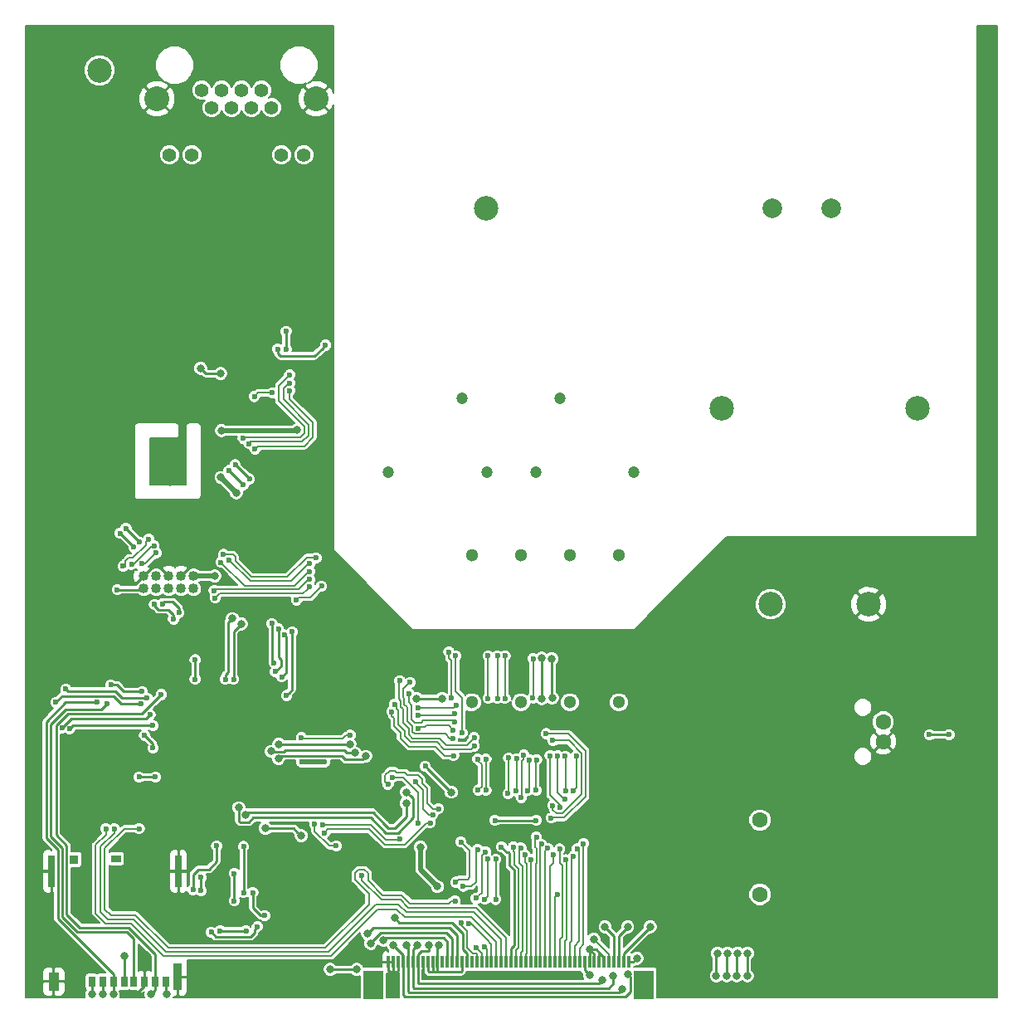
<source format=gbl>
G04 #@! TF.FileFunction,Copper,L2,Bot,Signal*
%FSLAX46Y46*%
G04 Gerber Fmt 4.6, Leading zero omitted, Abs format (unit mm)*
G04 Created by KiCad (PCBNEW 201609280951+7255~55~ubuntu14.04.1-) date Mon Dec 19 07:10:35 2016*
%MOMM*%
%LPD*%
G01*
G04 APERTURE LIST*
%ADD10C,0.100000*%
%ADD11C,2.500000*%
%ADD12C,2.000000*%
%ADD13R,2.000000X3.000000*%
%ADD14R,0.300000X1.250000*%
%ADD15R,0.700000X1.100000*%
%ADD16R,1.140000X1.830000*%
%ADD17R,0.860000X2.800000*%
%ADD18R,0.700000X3.330000*%
%ADD19R,0.900000X0.930000*%
%ADD20R,1.050000X0.780000*%
%ADD21C,1.600000*%
%ADD22C,2.540000*%
%ADD23C,1.400000*%
%ADD24C,1.300000*%
%ADD25C,1.200000*%
%ADD26C,1.016000*%
%ADD27C,0.300000*%
%ADD28C,0.500000*%
%ADD29C,2.800000*%
%ADD30C,0.800000*%
%ADD31C,0.600000*%
%ADD32C,0.250000*%
%ADD33C,0.500000*%
%ADD34C,0.200000*%
G04 APERTURE END LIST*
D10*
D11*
X97450000Y-69050000D03*
D12*
X132650000Y-69050000D03*
X126650000Y-69050000D03*
D13*
X85960000Y-148325000D03*
X113540000Y-148325000D03*
D14*
X87500000Y-146000000D03*
X88000000Y-146000000D03*
X88500000Y-146000000D03*
X89000000Y-146000000D03*
X89500000Y-146000000D03*
X90000000Y-146000000D03*
X90500000Y-146000000D03*
X91000000Y-146000000D03*
X91500000Y-146000000D03*
X92000000Y-146000000D03*
X92500000Y-146000000D03*
X93000000Y-146000000D03*
X93500000Y-146000000D03*
X94000000Y-146000000D03*
X94500000Y-146000000D03*
X95000000Y-146000000D03*
X95500000Y-146000000D03*
X96000000Y-146000000D03*
X96500000Y-146000000D03*
X97000000Y-146000000D03*
X97500000Y-146000000D03*
X98000000Y-146000000D03*
X98500000Y-146000000D03*
X99000000Y-146000000D03*
X99500000Y-146000000D03*
X100000000Y-146000000D03*
X100500000Y-146000000D03*
X101000000Y-146000000D03*
X101500000Y-146000000D03*
X102000000Y-146000000D03*
X102500000Y-146000000D03*
X103000000Y-146000000D03*
X103500000Y-146000000D03*
X104000000Y-146000000D03*
X104500000Y-146000000D03*
X105000000Y-146000000D03*
X105500000Y-146000000D03*
X106000000Y-146000000D03*
X106500000Y-146000000D03*
X107000000Y-146000000D03*
X107500000Y-146000000D03*
X108000000Y-146000000D03*
X108500000Y-146000000D03*
X109000000Y-146000000D03*
X109500000Y-146000000D03*
X110000000Y-146000000D03*
X110500000Y-146000000D03*
X111000000Y-146000000D03*
X111500000Y-146000000D03*
X112000000Y-146000000D03*
D15*
X57200000Y-148000000D03*
X58300000Y-148000000D03*
X59400000Y-148000000D03*
X60500000Y-148000000D03*
X61500000Y-148000000D03*
X62600000Y-148000000D03*
X63700000Y-148000000D03*
X64800000Y-148000000D03*
D16*
X53320000Y-147985000D03*
D17*
X65980000Y-147500000D03*
D18*
X66060000Y-136735000D03*
X53100000Y-136735000D03*
D19*
X55410000Y-135535000D03*
D20*
X59675000Y-135460000D03*
D21*
X125400000Y-131500000D03*
X125400000Y-139100000D03*
D22*
X63872000Y-57929000D03*
X80128000Y-57929000D03*
D23*
X67428000Y-63644000D03*
X76572000Y-63644000D03*
X65142000Y-63644000D03*
X78858000Y-63644000D03*
X68444000Y-57040000D03*
X70476000Y-57040000D03*
X72508000Y-57040000D03*
X74540000Y-57040000D03*
X69460000Y-58818000D03*
X71492000Y-58818000D03*
X73524000Y-58818000D03*
X75556000Y-58818000D03*
D21*
X138000000Y-121500000D03*
X138000000Y-123500000D03*
D24*
X111000000Y-104500000D03*
X106000000Y-104500000D03*
X101000000Y-104500000D03*
X96000000Y-104500000D03*
X96000000Y-119500000D03*
X101000000Y-119500000D03*
X106000000Y-119500000D03*
X111000000Y-119500000D03*
D25*
X105000000Y-88500000D03*
X95000000Y-88500000D03*
X87500000Y-96000000D03*
X97500000Y-96000000D03*
X112500000Y-96000000D03*
X102500000Y-96000000D03*
D26*
X67590000Y-106615000D03*
X67590000Y-107885000D03*
X66320000Y-106615000D03*
X66320000Y-107885000D03*
X65050000Y-106615000D03*
X65050000Y-107885000D03*
X63780000Y-106615000D03*
X63780000Y-107885000D03*
X62510000Y-106615000D03*
X62510000Y-107885000D03*
D27*
X142300000Y-119600000D03*
X142300000Y-120800000D03*
X143500000Y-119600000D03*
X143500000Y-120800000D03*
D28*
X74900000Y-84700000D03*
X73700000Y-84700000D03*
X74900000Y-85900000D03*
X73700000Y-85900000D03*
D11*
X58000000Y-55000000D03*
D29*
X60540000Y-57540000D03*
X60540000Y-52460000D03*
X55460000Y-57540000D03*
X55460000Y-52460000D03*
D11*
X121500000Y-89500000D03*
X141500000Y-89500000D03*
X136500000Y-109500000D03*
X126500000Y-109500000D03*
D30*
X74200000Y-105900000D03*
X57100000Y-117500000D03*
X61000000Y-73000000D03*
X61000000Y-69000000D03*
X58000000Y-69000000D03*
X58000000Y-73000000D03*
X55000000Y-73000000D03*
X55000000Y-69000000D03*
X57100000Y-84800000D03*
X55200000Y-87600000D03*
X99100000Y-141550000D03*
X108350000Y-141550000D03*
D31*
X62050000Y-126200000D03*
X74950798Y-115257188D03*
X83550000Y-126650000D03*
X78150000Y-95400000D03*
D30*
X80850000Y-81550000D03*
D31*
X63525817Y-122825018D03*
X58750000Y-122700000D03*
X66650000Y-139550000D03*
X55050000Y-126850000D03*
D30*
X80850000Y-89050000D03*
X80850000Y-87550000D03*
X80850000Y-86050000D03*
X91150000Y-138600000D03*
X86600000Y-116150000D03*
D31*
X86700000Y-122200000D03*
X69750000Y-109600000D03*
D30*
X74200000Y-109200000D03*
X56000000Y-147300000D03*
X89500000Y-125600000D03*
D31*
X115250000Y-149435000D03*
D30*
X84200000Y-147950000D03*
D31*
X72700000Y-141650000D03*
X69250000Y-139550000D03*
D30*
X67450000Y-148900000D03*
X59250000Y-62750000D03*
X60500000Y-64650000D03*
X62700000Y-64200000D03*
X62700000Y-62400000D03*
X61750000Y-61450000D03*
X60540000Y-60240000D03*
X63650000Y-69150000D03*
X63650000Y-71250000D03*
X63650000Y-74150000D03*
D31*
X59150000Y-130650000D03*
X69950000Y-112850000D03*
X84100000Y-121650000D03*
X83600000Y-133150000D03*
X77550000Y-137000000D03*
X70100000Y-136850000D03*
X63150000Y-112150000D03*
X59600000Y-110800000D03*
X59550000Y-112300000D03*
X86200000Y-135800000D03*
X84700000Y-135800000D03*
X78250000Y-140450000D03*
X76750000Y-140450000D03*
X75250000Y-140450000D03*
X55050000Y-133250000D03*
D30*
X64900000Y-82100000D03*
X66100000Y-83200000D03*
X66300000Y-86850000D03*
X66500000Y-89600000D03*
X116350000Y-142950000D03*
X110500000Y-132800000D03*
X116700000Y-127700000D03*
X87950000Y-147500000D03*
D31*
X91200000Y-147500000D03*
D30*
X61750000Y-149300000D03*
X127650000Y-145600000D03*
X127650000Y-144050000D03*
X53600000Y-60200000D03*
X134950000Y-146100000D03*
X143900000Y-141150000D03*
X145400000Y-142350000D03*
X143900000Y-142350000D03*
X136700000Y-141150000D03*
X136700000Y-143050000D03*
X65100000Y-79100000D03*
X69450000Y-90850000D03*
X71000000Y-82100000D03*
X80300000Y-96900000D03*
X80800000Y-75700000D03*
X79700000Y-65200000D03*
X81100000Y-66300000D03*
X81000000Y-97500000D03*
X80000000Y-96000000D03*
X149000000Y-146000000D03*
X149000000Y-141000000D03*
X149000000Y-136000000D03*
X149000000Y-131000000D03*
X149000000Y-126000000D03*
X149000000Y-121000000D03*
X149000000Y-116000000D03*
X149000000Y-111000000D03*
X149000000Y-51000000D03*
X149000000Y-56000000D03*
X149000000Y-61000000D03*
X149000000Y-66000000D03*
X149000000Y-71000000D03*
X149000000Y-76000000D03*
X149000000Y-81000000D03*
X149000000Y-86000000D03*
X149000000Y-91000000D03*
X149000000Y-96000000D03*
X149000000Y-101000000D03*
X149000000Y-106000000D03*
X51000000Y-146000000D03*
X51000000Y-141000000D03*
X51000000Y-136000000D03*
X51000000Y-131000000D03*
X51000000Y-126000000D03*
X51000000Y-121000000D03*
X51000000Y-116000000D03*
X51000000Y-111000000D03*
X51000000Y-106000000D03*
X51000000Y-101000000D03*
X51000000Y-96000000D03*
X51000000Y-91000000D03*
X51000000Y-86000000D03*
X51000000Y-81000000D03*
X51000000Y-76000000D03*
X51000000Y-71000000D03*
X51000000Y-66000000D03*
X51000000Y-61000000D03*
X51000000Y-56000000D03*
X51000000Y-51000000D03*
X58900000Y-79100000D03*
X61100000Y-82000000D03*
X57400000Y-88000000D03*
X78200000Y-66300000D03*
X58200000Y-99000000D03*
X58100000Y-91000000D03*
X57700000Y-92800000D03*
X61000000Y-88500000D03*
X65200000Y-97000000D03*
X63200000Y-78600000D03*
X53900000Y-77900000D03*
X60400000Y-63200000D03*
X128300000Y-117200000D03*
X120700000Y-125000000D03*
X136700000Y-130000000D03*
X136700000Y-135300000D03*
X144800000Y-135300000D03*
X144800000Y-130000000D03*
X136100000Y-118500000D03*
X146800000Y-119000000D03*
X139300000Y-114700000D03*
X140900000Y-114700000D03*
X142500000Y-114700000D03*
X144100000Y-114700000D03*
X145700000Y-114700000D03*
X132600000Y-117450000D03*
X131000000Y-117400000D03*
X131550000Y-123950000D03*
X126600000Y-120400000D03*
X121400000Y-117100000D03*
X116100000Y-124200000D03*
D31*
X59800000Y-108000000D03*
X59150000Y-117700000D03*
X62350000Y-118400000D03*
X63700000Y-127100000D03*
X62050000Y-127100000D03*
X63450000Y-124150000D03*
X78650000Y-125600000D03*
X80950000Y-125600000D03*
X62584014Y-122861486D03*
D30*
X70400000Y-96550000D03*
X71950000Y-98100000D03*
D31*
X73800000Y-88300000D03*
X75650000Y-87900000D03*
D30*
X78150000Y-91700000D03*
X70450000Y-91750000D03*
X92500000Y-138300000D03*
X90750000Y-134250000D03*
X108000000Y-144700000D03*
X69750000Y-106600000D03*
X60500000Y-145350000D03*
X92600000Y-144300000D03*
X124150003Y-145100000D03*
X124100000Y-147400000D03*
X111350000Y-148750000D03*
X89300000Y-144300000D03*
X123150000Y-145100000D03*
X123050000Y-147400000D03*
X109350000Y-147850000D03*
X91600000Y-144300000D03*
X111939998Y-147250000D03*
X122100000Y-145100000D03*
X122000000Y-147400000D03*
X88000000Y-144300000D03*
X110450000Y-147400000D03*
X121050000Y-145100000D03*
X120950000Y-147375000D03*
X90400000Y-144300000D03*
D31*
X71750000Y-139750000D03*
X71750000Y-136950000D03*
X74850000Y-141250000D03*
X73650000Y-138900000D03*
X67550000Y-138600000D03*
X74100000Y-142400000D03*
X69950000Y-134150000D03*
X69400000Y-142950000D03*
X68350000Y-138700000D03*
X68350000Y-137350000D03*
X70300000Y-142800000D03*
X72950000Y-142800000D03*
X72700000Y-134200000D03*
X72700000Y-138900000D03*
D30*
X76250000Y-125250000D03*
X85150000Y-125000000D03*
X114200000Y-142400000D03*
X109600000Y-142400000D03*
X108450000Y-143650000D03*
X111900000Y-142400000D03*
X76300000Y-123750000D03*
X83550000Y-123750000D03*
D31*
X77050000Y-81650000D03*
X77050000Y-83500000D03*
X71700000Y-117150000D03*
D30*
X72450000Y-111500000D03*
D31*
X73300000Y-96700000D03*
X71850000Y-95250000D03*
X70850000Y-117150000D03*
D30*
X78588554Y-133118449D03*
D31*
X72650000Y-97300000D03*
X71200000Y-95850000D03*
D30*
X71550000Y-110950000D03*
X74900000Y-132350000D03*
X68300000Y-85400000D03*
X70350000Y-85950000D03*
X89350000Y-128650000D03*
X103150000Y-119100000D03*
X103150000Y-115000000D03*
X72200000Y-130250000D03*
X112850000Y-145600000D03*
D31*
X144700000Y-122800000D03*
X142700000Y-122800000D03*
D30*
X75550000Y-124500000D03*
X84050000Y-124650000D03*
D31*
X62100000Y-103150000D03*
X60700000Y-101750000D03*
X60100000Y-102250000D03*
X61500000Y-103650000D03*
X54550000Y-118150000D03*
X62850000Y-119050000D03*
D30*
X64850000Y-149300000D03*
D31*
X64300000Y-118700000D03*
X67750000Y-117150000D03*
X67750000Y-115150000D03*
D30*
X63250000Y-149300000D03*
D31*
X58750000Y-119600000D03*
X57760010Y-119500000D03*
D30*
X59400000Y-149300000D03*
X58300000Y-149300000D03*
X57200000Y-149300000D03*
D31*
X54156965Y-122100228D03*
X63156985Y-120737036D03*
X63452000Y-121850777D03*
X54950000Y-122200000D03*
X62250000Y-119650000D03*
X53550000Y-119500000D03*
X59500000Y-132400000D03*
X58650000Y-132400000D03*
X94300000Y-139750000D03*
X94900000Y-142000000D03*
X62050000Y-132400000D03*
X102600000Y-133250000D03*
X102550000Y-128450000D03*
X99400000Y-119100000D03*
X60400000Y-105600000D03*
X63000000Y-102850000D03*
X70650000Y-104400000D03*
X80100000Y-104750000D03*
X99400000Y-114750000D03*
X102617394Y-125348562D03*
X104260699Y-130017959D03*
X97650000Y-119100000D03*
X61273995Y-105394031D03*
X63560882Y-103506858D03*
X104254868Y-123384964D03*
X97650000Y-114750000D03*
X79435010Y-106150000D03*
X70400000Y-105200000D03*
X104350000Y-135050000D03*
X63600000Y-109500000D03*
X65550000Y-111000000D03*
X104100000Y-131300000D03*
X98600000Y-119100000D03*
X62296943Y-105353086D03*
X63768417Y-104246502D03*
X103568979Y-122682883D03*
X79435010Y-105350000D03*
X71250000Y-105000000D03*
X98600000Y-114750000D03*
X103750000Y-134400000D03*
X64400000Y-109450000D03*
X66100000Y-110350000D03*
X101400000Y-135050000D03*
X101037490Y-129200000D03*
X101306294Y-124875689D03*
X79435010Y-106939997D03*
X95000000Y-122600000D03*
X94350000Y-114750000D03*
X69698372Y-108086594D03*
X106661129Y-124975893D03*
X79435012Y-107700000D03*
X69790000Y-108841052D03*
X106350000Y-128500000D03*
X106750000Y-134450000D03*
X102250000Y-115050000D03*
X102200000Y-119050000D03*
X78600000Y-123100000D03*
X102000000Y-135550000D03*
X101724986Y-128483040D03*
X101858953Y-125397404D03*
X94100000Y-122300000D03*
X83600000Y-122850000D03*
X90550000Y-122150000D03*
X96600000Y-134500000D03*
D30*
X93000000Y-119100000D03*
D31*
X95100000Y-138250000D03*
X91250000Y-126000000D03*
D30*
X93900000Y-128650000D03*
X90350000Y-119100000D03*
D31*
X90250000Y-127550000D03*
X92000000Y-130950000D03*
X97600000Y-135500000D03*
X97317109Y-139573942D03*
X93900000Y-119000000D03*
X93650000Y-114350000D03*
X80650000Y-107650000D03*
X78100000Y-109050000D03*
X96450000Y-144550000D03*
X100500000Y-128550000D03*
X100555104Y-125235477D03*
X94050000Y-123150000D03*
X89700000Y-117450000D03*
X101000000Y-134350000D03*
X99680794Y-128789576D03*
X99746823Y-125162242D03*
X88650000Y-117300000D03*
X100246665Y-134249556D03*
X96250000Y-123100000D03*
X105000000Y-130250000D03*
X103989422Y-124939988D03*
X94250000Y-121500000D03*
X104950000Y-134450000D03*
X89550000Y-118600000D03*
X94400000Y-119800000D03*
X105535289Y-124989990D03*
X105589997Y-128500000D03*
X106350000Y-135200000D03*
X90550000Y-120050000D03*
X105476302Y-129382698D03*
X94200000Y-120650000D03*
X104749433Y-124939990D03*
X105600000Y-135550000D03*
X90550000Y-120810003D03*
X98450000Y-135500000D03*
X97250000Y-144400000D03*
X98450000Y-139600000D03*
X97450000Y-128450000D03*
X97450000Y-125300000D03*
X96250000Y-123950000D03*
X88100000Y-119700000D03*
X94150000Y-124950000D03*
X96600000Y-125300000D03*
X96650000Y-128450000D03*
X87834051Y-120460633D03*
X99000000Y-134250000D03*
X94350000Y-137850000D03*
X104700000Y-139100000D03*
X87863596Y-127139782D03*
X94900000Y-133750000D03*
X90500000Y-131800000D03*
X92600000Y-130350000D03*
X87450000Y-127850000D03*
X102564223Y-131538681D03*
X98350000Y-131550000D03*
X103100000Y-133950000D03*
X75600000Y-111450000D03*
X75800000Y-115450000D03*
X76250000Y-112000000D03*
X75950000Y-116350000D03*
X76850000Y-112600000D03*
X76600000Y-116900000D03*
X79964670Y-131933154D03*
X84750000Y-137200000D03*
X82150000Y-134150000D03*
X80800000Y-132000000D03*
X107400000Y-133900000D03*
X88650000Y-133400000D03*
X96430451Y-139483467D03*
X97400000Y-134750000D03*
X95700000Y-142050000D03*
X91750000Y-131800000D03*
X80950000Y-132800000D03*
X77084115Y-118798407D03*
X77650000Y-112300000D03*
D30*
X81550000Y-146750000D03*
X84250000Y-146750000D03*
X108050000Y-147350000D03*
X86950000Y-143750000D03*
X85350000Y-143100000D03*
X85650000Y-144100000D03*
X88100000Y-141450000D03*
X89300000Y-129800000D03*
X104200000Y-119050000D03*
X104150000Y-115050000D03*
X72900000Y-130950000D03*
D31*
X77400000Y-87700000D03*
X73850000Y-93650000D03*
X77400000Y-86939997D03*
X73250000Y-93100000D03*
X77400000Y-86100000D03*
X72650000Y-92550000D03*
X81051750Y-83056092D03*
X76200000Y-83450000D03*
D32*
X61000000Y-69000000D02*
X61000000Y-73000000D01*
X58000000Y-73000000D02*
X58000000Y-69000000D01*
X55000000Y-69000000D02*
X55000000Y-73000000D01*
D33*
X110500000Y-132800000D02*
X110500000Y-139400000D01*
X110500000Y-139400000D02*
X108350000Y-141550000D01*
D32*
X87950000Y-147500000D02*
X87950000Y-147050000D01*
X87950000Y-147050000D02*
X88000000Y-147000000D01*
X91000000Y-146000000D02*
X91000000Y-147300000D01*
X91000000Y-147300000D02*
X91200000Y-147500000D01*
X88000000Y-147000000D02*
X88375000Y-147000000D01*
X88375000Y-147000000D02*
X88500000Y-146875000D01*
X88500000Y-146875000D02*
X88500000Y-146000000D01*
X61750000Y-149300000D02*
X62600000Y-148450000D01*
X62600000Y-148450000D02*
X62600000Y-148000000D01*
X87600000Y-147000000D02*
X88000000Y-147000000D01*
X88000000Y-146000000D02*
X88000000Y-147000000D01*
X87500000Y-146000000D02*
X87500000Y-146875000D01*
X87500000Y-146875000D02*
X87525000Y-146900000D01*
X87525000Y-146900000D02*
X87525000Y-146925000D01*
X87525000Y-146925000D02*
X87600000Y-147000000D01*
X51000000Y-61000000D02*
X52800000Y-61000000D01*
X52800000Y-61000000D02*
X53600000Y-60200000D01*
X51000000Y-51000000D02*
X54000000Y-51000000D01*
X54000000Y-51000000D02*
X55460000Y-52460000D01*
D33*
X149000000Y-136000000D02*
X149000000Y-141000000D01*
X149000000Y-126000000D02*
X149000000Y-131000000D01*
X149000000Y-116000000D02*
X149000000Y-121000000D01*
X149000000Y-106000000D02*
X149000000Y-111000000D01*
X149000000Y-61000000D02*
X149000000Y-56000000D01*
X149000000Y-71000000D02*
X149000000Y-66000000D01*
X149000000Y-81000000D02*
X149000000Y-76000000D01*
X149000000Y-91000000D02*
X149000000Y-86000000D01*
X149000000Y-101000000D02*
X149000000Y-96000000D01*
X140000000Y-106000000D02*
X149000000Y-106000000D01*
X136500000Y-109500000D02*
X140000000Y-106000000D01*
X51000000Y-136000000D02*
X51000000Y-141000000D01*
X51000000Y-126000000D02*
X51000000Y-131000000D01*
X51000000Y-116000000D02*
X51000000Y-121000000D01*
X51000000Y-106000000D02*
X51000000Y-111000000D01*
X51000000Y-96000000D02*
X51000000Y-101000000D01*
X51000000Y-86000000D02*
X51000000Y-91000000D01*
X51000000Y-76000000D02*
X51000000Y-81000000D01*
X51000000Y-66000000D02*
X51000000Y-71000000D01*
X51000000Y-56000000D02*
X51000000Y-61000000D01*
D32*
X62350000Y-118400000D02*
X60450000Y-118400000D01*
X60450000Y-118400000D02*
X59750000Y-117700000D01*
X59750000Y-117700000D02*
X59150000Y-117700000D01*
X59800000Y-108000000D02*
X62395000Y-108000000D01*
X62395000Y-108000000D02*
X62510000Y-107885000D01*
X62050000Y-127100000D02*
X63700000Y-127100000D01*
X63450000Y-124150000D02*
X63450000Y-123727472D01*
X63450000Y-123727472D02*
X62584014Y-122861486D01*
D33*
X80950000Y-125600000D02*
X78650000Y-125600000D01*
D32*
X62500000Y-122945500D02*
X62584014Y-122861486D01*
D33*
X71950000Y-98100000D02*
X70400000Y-96550000D01*
D34*
X73800000Y-88300000D02*
X74200000Y-87900000D01*
X74200000Y-87900000D02*
X75650000Y-87900000D01*
D33*
X70450000Y-91750000D02*
X78100000Y-91750000D01*
X78100000Y-91750000D02*
X78150000Y-91700000D01*
X90750000Y-134250000D02*
X90750000Y-136550000D01*
X90750000Y-136550000D02*
X92500000Y-138300000D01*
D32*
X108675000Y-144700000D02*
X108000000Y-144700000D01*
X108975000Y-145000000D02*
X108675000Y-144700000D01*
D33*
X67590000Y-106615000D02*
X69735000Y-106615000D01*
X69735000Y-106615000D02*
X69750000Y-106600000D01*
D32*
X108500000Y-146000000D02*
X108500000Y-145200000D01*
X108500000Y-145200000D02*
X108000000Y-144700000D01*
X109500000Y-145525000D02*
X108975000Y-145000000D01*
X109000000Y-146000000D02*
X109000000Y-145125000D01*
X109000000Y-145125000D02*
X108975000Y-145100000D01*
X108975000Y-145100000D02*
X108975000Y-145000000D01*
X109500000Y-146000000D02*
X109500000Y-145525000D01*
X108000000Y-144700000D02*
X108000000Y-146000000D01*
X60500000Y-148000000D02*
X60500000Y-147200000D01*
X60500000Y-147200000D02*
X60500000Y-145350000D01*
X92400000Y-147000000D02*
X94875000Y-147000000D01*
X94875000Y-147000000D02*
X95000000Y-146875000D01*
X95000000Y-146875000D02*
X95000000Y-146000000D01*
X92500000Y-146000000D02*
X92500000Y-144400000D01*
X92500000Y-144400000D02*
X92600000Y-144300000D01*
X91625000Y-147000000D02*
X92000000Y-147000000D01*
X92000000Y-147000000D02*
X92400000Y-147000000D01*
X92000000Y-146000000D02*
X92000000Y-147000000D01*
X92400000Y-147000000D02*
X92500000Y-146900000D01*
X92500000Y-146900000D02*
X92500000Y-146000000D01*
X91500000Y-146000000D02*
X91500000Y-146875000D01*
X91500000Y-146875000D02*
X91625000Y-147000000D01*
X124100000Y-147400000D02*
X124100000Y-145150003D01*
X124100000Y-145150003D02*
X124150003Y-145100000D01*
X110650000Y-149100000D02*
X111000000Y-149100000D01*
X111000000Y-149100000D02*
X111350000Y-148750000D01*
X89600000Y-149100000D02*
X89500000Y-149000000D01*
X110650000Y-149100000D02*
X89600000Y-149100000D01*
X89500000Y-149000000D02*
X89500000Y-146000000D01*
X89500000Y-146000000D02*
X89500000Y-144500000D01*
X89500000Y-144500000D02*
X89300000Y-144300000D01*
X123050000Y-147400000D02*
X123050000Y-145200000D01*
X123050000Y-145200000D02*
X123150000Y-145100000D01*
X90500000Y-146000000D02*
X90500000Y-147900000D01*
X90500000Y-147900000D02*
X90500000Y-148150000D01*
X90500000Y-148150000D02*
X90550000Y-148200000D01*
X90550000Y-148200000D02*
X90950000Y-148200000D01*
X90950000Y-148200000D02*
X107200000Y-148200000D01*
X109000000Y-148200000D02*
X109350000Y-147850000D01*
X107200000Y-148200000D02*
X109000000Y-148200000D01*
X90500000Y-146000000D02*
X90500000Y-145211998D01*
X90500000Y-145211998D02*
X90811998Y-144900000D01*
X90811998Y-144900000D02*
X91565685Y-144900000D01*
X91565685Y-144900000D02*
X91600000Y-144865685D01*
X91600000Y-144865685D02*
X91600000Y-144300000D01*
X112150000Y-147800000D02*
X112150000Y-147460002D01*
X112150000Y-147460002D02*
X111939998Y-147250000D01*
X112150000Y-149050000D02*
X112150000Y-147800000D01*
X111650000Y-149550000D02*
X112150000Y-149050000D01*
X111400000Y-149550000D02*
X111650000Y-149550000D01*
X122000000Y-147400000D02*
X122000000Y-145200000D01*
X122000000Y-145200000D02*
X122100000Y-145100000D01*
X109450000Y-149550000D02*
X111400000Y-149550000D01*
X91000000Y-149550000D02*
X109450000Y-149550000D01*
X89200000Y-149550000D02*
X91000000Y-149550000D01*
X89000000Y-149350000D02*
X89200000Y-149550000D01*
X89000000Y-146000000D02*
X89000000Y-149350000D01*
X89000000Y-146000000D02*
X89000000Y-145300000D01*
X89000000Y-145300000D02*
X88000000Y-144300000D01*
X109950000Y-148650000D02*
X110450000Y-148150000D01*
X110450000Y-148150000D02*
X110450000Y-147400000D01*
X120950000Y-147375000D02*
X120950000Y-145200000D01*
X120950000Y-145200000D02*
X121050000Y-145100000D01*
X107450000Y-148650000D02*
X109950000Y-148650000D01*
X90950000Y-148650000D02*
X107450000Y-148650000D01*
X90100000Y-148650000D02*
X90950000Y-148650000D01*
X90000000Y-148550000D02*
X90100000Y-148650000D01*
X90000000Y-146875000D02*
X90000000Y-148550000D01*
X90000000Y-146000000D02*
X90000000Y-146875000D01*
X90000000Y-146000000D02*
X90000000Y-144700000D01*
X90000000Y-144700000D02*
X90400000Y-144300000D01*
X71750000Y-139150000D02*
X71750000Y-139750000D01*
X71750000Y-139150000D02*
X71750000Y-136950000D01*
X74400000Y-141250000D02*
X74850000Y-141250000D01*
X73650000Y-140500000D02*
X74400000Y-141250000D01*
X73650000Y-138900000D02*
X73650000Y-140500000D01*
X67600000Y-138584198D02*
X67600000Y-137050000D01*
X67584198Y-138600000D02*
X67600000Y-138584198D01*
X68100000Y-136550000D02*
X69150000Y-136550000D01*
X69150000Y-136550000D02*
X69950000Y-135750000D01*
X67600000Y-137050000D02*
X68100000Y-136550000D01*
X69950000Y-135750000D02*
X69950000Y-134150000D01*
X67550000Y-138600000D02*
X67584198Y-138600000D01*
X74100000Y-142400000D02*
X73800001Y-142699999D01*
X73800001Y-142699999D02*
X73800000Y-143039264D01*
X73800000Y-143039264D02*
X73439264Y-143400000D01*
X73439264Y-143400000D02*
X69850000Y-143400000D01*
X69850000Y-143400000D02*
X69400000Y-142950000D01*
X68350000Y-138700000D02*
X68350000Y-137350000D01*
X72950000Y-142800000D02*
X70300000Y-142800000D01*
X72700000Y-138900000D02*
X72700000Y-134200000D01*
X76250000Y-125250000D02*
X76550000Y-124950000D01*
X76550000Y-124950000D02*
X82700000Y-124950000D01*
X83085001Y-125335001D02*
X84814999Y-125335001D01*
X82700000Y-124950000D02*
X83085001Y-125335001D01*
X84814999Y-125335001D02*
X85150000Y-125000000D01*
X111500000Y-146000000D02*
X111500000Y-145125000D01*
X111500000Y-145125000D02*
X114200000Y-142425000D01*
X114200000Y-142425000D02*
X114200000Y-142400000D01*
X110500000Y-146000000D02*
X110500000Y-143300000D01*
X110500000Y-143300000D02*
X109600000Y-142400000D01*
D34*
X110000000Y-146000000D02*
X110000000Y-145175000D01*
X108475000Y-143650000D02*
X108450000Y-143650000D01*
X110000000Y-145175000D02*
X108475000Y-143650000D01*
D32*
X111000000Y-146000000D02*
X111000000Y-143300000D01*
X111000000Y-143300000D02*
X111900000Y-142400000D01*
X76500000Y-123750000D02*
X76300000Y-123750000D01*
X83550000Y-123750000D02*
X76500000Y-123750000D01*
X77050000Y-83500000D02*
X77050000Y-81650000D01*
X71700000Y-112700000D02*
X71700000Y-117150000D01*
X71700000Y-112700000D02*
X71700000Y-112250000D01*
X71700000Y-112250000D02*
X72450000Y-111500000D01*
X71850000Y-95250000D02*
X73300000Y-96700000D01*
X71150000Y-116400000D02*
X70850000Y-116700000D01*
X70850000Y-116700000D02*
X70850000Y-117150000D01*
X71150000Y-111350000D02*
X71150000Y-116400000D01*
X78188555Y-132718450D02*
X78588554Y-133118449D01*
X77820105Y-132350000D02*
X78188555Y-132718450D01*
X74900000Y-132350000D02*
X77820105Y-132350000D01*
X71200000Y-95850000D02*
X72650000Y-97300000D01*
X71150000Y-111350000D02*
X71550000Y-110950000D01*
X70350000Y-85950000D02*
X68850000Y-85950000D01*
X68850000Y-85950000D02*
X68300000Y-85400000D01*
X103150000Y-115000000D02*
X103150000Y-119100000D01*
X89985001Y-129285001D02*
X89749999Y-129049999D01*
X89985001Y-131264999D02*
X89985001Y-129285001D01*
X88450000Y-132800000D02*
X89985001Y-131264999D01*
X87200000Y-132800000D02*
X88450000Y-132800000D01*
X73250000Y-131700000D02*
X73700000Y-131250000D01*
X73700000Y-131250000D02*
X85650000Y-131250000D01*
X72350000Y-131700000D02*
X73250000Y-131700000D01*
X85650000Y-131250000D02*
X87200000Y-132800000D01*
X89749999Y-129049999D02*
X89350000Y-128650000D01*
X72200000Y-131550000D02*
X72350000Y-131700000D01*
X72200000Y-130250000D02*
X72200000Y-131550000D01*
X112000000Y-146000000D02*
X112450000Y-146000000D01*
X112450000Y-146000000D02*
X112850000Y-145600000D01*
X142700000Y-122800000D02*
X144700000Y-122800000D01*
X76949999Y-124400001D02*
X76828888Y-124521112D01*
X76828888Y-124521112D02*
X75571112Y-124521112D01*
X75571112Y-124521112D02*
X75550000Y-124500000D01*
X82950001Y-124400001D02*
X83200000Y-124650000D01*
X83200000Y-124650000D02*
X84050000Y-124650000D01*
X76949999Y-124400001D02*
X82950001Y-124400001D01*
X62100000Y-103150000D02*
X60700000Y-101750000D01*
X61500000Y-103650000D02*
X60100000Y-102250000D01*
X55000000Y-118350000D02*
X54750000Y-118350000D01*
X54750000Y-118350000D02*
X54550000Y-118150000D01*
X59600000Y-118350000D02*
X55000000Y-118350000D01*
X60300000Y-119050000D02*
X59600000Y-118350000D01*
X62425736Y-119050000D02*
X60300000Y-119050000D01*
X62850000Y-119050000D02*
X62425736Y-119050000D01*
X64800000Y-148000000D02*
X64800000Y-149250000D01*
X64800000Y-149250000D02*
X64850000Y-149300000D01*
X62222275Y-120650000D02*
X62350000Y-120650000D01*
X62350000Y-120650000D02*
X64300000Y-118700000D01*
X67750000Y-115150000D02*
X67750000Y-117150000D01*
X54741391Y-120650000D02*
X62222275Y-120650000D01*
X53571964Y-133021964D02*
X53571964Y-121819427D01*
X53571964Y-121819427D02*
X54741391Y-120650000D01*
X54655821Y-141155821D02*
X54655821Y-134105821D01*
X61000000Y-142500000D02*
X56000000Y-142500000D01*
X56000000Y-142500000D02*
X54655821Y-141155821D01*
X63700000Y-145200000D02*
X61000000Y-142500000D01*
X63700000Y-148000000D02*
X63700000Y-145200000D01*
X54655821Y-134105821D02*
X53571964Y-133021964D01*
X63700000Y-148850000D02*
X63700000Y-148000000D01*
X63250000Y-149300000D02*
X63700000Y-148850000D01*
X58000000Y-120200000D02*
X58150000Y-120200000D01*
X58150000Y-120200000D02*
X58750000Y-119600000D01*
X61500000Y-148000000D02*
X61500000Y-143618671D01*
X55741002Y-142941070D02*
X54210010Y-141410078D01*
X61500000Y-143618671D02*
X60822399Y-142941070D01*
X60822399Y-142941070D02*
X55741002Y-142941070D01*
X54210010Y-141410078D02*
X54210010Y-134330167D01*
X54550000Y-120200000D02*
X58000000Y-120200000D01*
X54210010Y-134330167D02*
X53024290Y-133144447D01*
X53024290Y-133144447D02*
X53024290Y-121725710D01*
X53024290Y-121725710D02*
X54550000Y-120200000D01*
X57335746Y-119500000D02*
X57760010Y-119500000D01*
X53735001Y-141535001D02*
X53735001Y-134527141D01*
X52573582Y-121476418D02*
X54550000Y-119500000D01*
X53735001Y-134527141D02*
X52573582Y-133365722D01*
X52573582Y-133365722D02*
X52573582Y-121476418D01*
X59400000Y-147200000D02*
X53735001Y-141535001D01*
X54550000Y-119500000D02*
X57335746Y-119500000D01*
X59400000Y-148000000D02*
X59400000Y-147200000D01*
X59400000Y-148000000D02*
X59400000Y-149300000D01*
X58300000Y-148000000D02*
X58300000Y-149300000D01*
X57200000Y-148000000D02*
X57200000Y-149300000D01*
X55107193Y-121150000D02*
X54456964Y-121800229D01*
X54456964Y-121800229D02*
X54156965Y-122100228D01*
X62744021Y-121150000D02*
X55107193Y-121150000D01*
X63156985Y-120737036D02*
X62744021Y-121150000D01*
X63027736Y-121850777D02*
X63452000Y-121850777D01*
X55299223Y-121850777D02*
X63027736Y-121850777D01*
X54950000Y-122200000D02*
X55299223Y-121850777D01*
X53550000Y-119500000D02*
X54198422Y-118851578D01*
X54198422Y-118851578D02*
X59401578Y-118851578D01*
X59401578Y-118851578D02*
X60200000Y-119650000D01*
X60200000Y-119650000D02*
X62250000Y-119650000D01*
D34*
X99000000Y-146000000D02*
X99000000Y-143700000D01*
X99000000Y-143700000D02*
X96200000Y-140900000D01*
X64772098Y-144972098D02*
X61450000Y-141650000D01*
X96200000Y-140900000D02*
X89300000Y-140900000D01*
X89300000Y-140900000D02*
X88500000Y-140100000D01*
X88500000Y-140100000D02*
X86200000Y-140100000D01*
X61450000Y-141650000D02*
X58850000Y-141650000D01*
X86200000Y-140100000D02*
X81327902Y-144972098D01*
X81327902Y-144972098D02*
X64772098Y-144972098D01*
X58100000Y-140900000D02*
X58100000Y-134224264D01*
X58850000Y-141650000D02*
X58100000Y-140900000D01*
X58100000Y-134224264D02*
X59500000Y-132824264D01*
X59500000Y-132824264D02*
X59500000Y-132400000D01*
X58650000Y-132400000D02*
X58650000Y-133001992D01*
X58650000Y-133001992D02*
X57600000Y-134051992D01*
X88350000Y-140600000D02*
X89150000Y-141400000D01*
X95950000Y-141400000D02*
X98500000Y-143950000D01*
X57600000Y-134051992D02*
X57600000Y-141018904D01*
X64531945Y-145381945D02*
X81618055Y-145381945D01*
X57600000Y-141018904D02*
X58631096Y-142050000D01*
X58631096Y-142050000D02*
X61200000Y-142050000D01*
X61200000Y-142050000D02*
X64531945Y-145381945D01*
X81618055Y-145381945D02*
X86400000Y-140600000D01*
X89150000Y-141400000D02*
X95950000Y-141400000D01*
X86400000Y-140600000D02*
X88350000Y-140600000D01*
X98500000Y-143950000D02*
X98500000Y-146000000D01*
X89700000Y-140000000D02*
X88850000Y-139150000D01*
X85050000Y-136550000D02*
X84450000Y-136550000D01*
X86850000Y-139150000D02*
X85400000Y-137700000D01*
X88850000Y-139150000D02*
X86850000Y-139150000D01*
X93625736Y-140000000D02*
X89700000Y-140000000D01*
X84100000Y-137600000D02*
X85500000Y-139000000D01*
X85500000Y-139000000D02*
X85500000Y-140100000D01*
X85500000Y-140100000D02*
X81050000Y-144550000D01*
X93875736Y-139750000D02*
X93625736Y-140000000D01*
X85400000Y-137700000D02*
X85400000Y-136900000D01*
X81050000Y-144550000D02*
X65000000Y-144550000D01*
X65000000Y-144550000D02*
X61650000Y-141200000D01*
X85400000Y-136900000D02*
X85050000Y-136550000D01*
X61650000Y-141200000D02*
X59150000Y-141200000D01*
X59150000Y-141200000D02*
X58550000Y-140600000D01*
X58550000Y-134400000D02*
X60550000Y-132400000D01*
X84450000Y-136550000D02*
X84100000Y-136900000D01*
X84100000Y-136900000D02*
X84100000Y-137600000D01*
X58550000Y-140600000D02*
X58550000Y-134400000D01*
X94300000Y-139750000D02*
X93875736Y-139750000D01*
X60550000Y-132400000D02*
X62050000Y-132400000D01*
X95550000Y-142850000D02*
X94900000Y-142200000D01*
X94900000Y-142200000D02*
X94900000Y-142000000D01*
X95550000Y-144550000D02*
X95550000Y-142850000D01*
X96114999Y-145114999D02*
X95550000Y-144550000D01*
X96500000Y-146000000D02*
X96500000Y-145175000D01*
X96500000Y-145175000D02*
X96439999Y-145114999D01*
X96439999Y-145114999D02*
X96114999Y-145114999D01*
X102450000Y-134250000D02*
X102450000Y-133400000D01*
X102600000Y-135100000D02*
X102600000Y-134400000D01*
X102600000Y-134400000D02*
X102450000Y-134250000D01*
X102500000Y-135950000D02*
X102600000Y-135850000D01*
X102500000Y-136050000D02*
X102500000Y-135950000D01*
X102600000Y-135850000D02*
X102600000Y-135100000D01*
X102500000Y-146000000D02*
X102500000Y-136050000D01*
X102450000Y-133400000D02*
X102600000Y-133250000D01*
X102550000Y-125415956D02*
X102617394Y-125348562D01*
X102550000Y-128450000D02*
X102550000Y-125415956D01*
X99400000Y-119100000D02*
X99400000Y-114750000D01*
X60650000Y-105650000D02*
X60600000Y-105600000D01*
X60600000Y-105600000D02*
X60400000Y-105600000D01*
X60650000Y-105100000D02*
X60650000Y-105650000D01*
X61000000Y-104750000D02*
X60650000Y-105100000D01*
X61400000Y-104750000D02*
X61000000Y-104750000D01*
X62700001Y-103449999D02*
X61400000Y-104750000D01*
X63000000Y-102850000D02*
X62700001Y-103149999D01*
X62700001Y-103149999D02*
X62700001Y-103449999D01*
X71850000Y-104650000D02*
X71600000Y-104400000D01*
X71600000Y-104400000D02*
X70650000Y-104400000D01*
X71850000Y-105050000D02*
X71850000Y-104650000D01*
X73500000Y-106700000D02*
X71850000Y-105050000D01*
X77150000Y-106700000D02*
X73500000Y-106700000D01*
X79150000Y-104700000D02*
X77150000Y-106700000D01*
X79625736Y-104700000D02*
X79150000Y-104700000D01*
X80100000Y-104750000D02*
X79675736Y-104750000D01*
X79675736Y-104750000D02*
X79625736Y-104700000D01*
X107221131Y-124713637D02*
X107221131Y-128857671D01*
X104254868Y-123384964D02*
X105892458Y-123384964D01*
X104260699Y-130442223D02*
X104260699Y-130017959D01*
X105892458Y-123384964D02*
X107221131Y-124713637D01*
X105228802Y-130850000D02*
X104668476Y-130850000D01*
X104668476Y-130850000D02*
X104260699Y-130442223D01*
X107221131Y-128857671D02*
X105228802Y-130850000D01*
X97650000Y-119100000D02*
X97650000Y-114750000D01*
X63351196Y-103506858D02*
X61464023Y-105394031D01*
X63560882Y-103506858D02*
X63351196Y-103506858D01*
X61464023Y-105394031D02*
X61273995Y-105394031D01*
X104000000Y-136200000D02*
X104350000Y-135850000D01*
X104350000Y-135850000D02*
X104350000Y-135050000D01*
X104000000Y-146000000D02*
X104000000Y-136200000D01*
X70400000Y-105200000D02*
X72782910Y-107582910D01*
X72782910Y-107582910D02*
X77888210Y-107582910D01*
X77888210Y-107582910D02*
X79321120Y-106150000D01*
X79321120Y-106150000D02*
X79435010Y-106150000D01*
D32*
X64050000Y-110050000D02*
X63600000Y-109600000D01*
X63600000Y-109600000D02*
X63600000Y-109500000D01*
X65024264Y-110050000D02*
X64050000Y-110050000D01*
X65550000Y-111000000D02*
X65550000Y-110575736D01*
X65550000Y-110575736D02*
X65024264Y-110050000D01*
D34*
X103700000Y-134450000D02*
X103750000Y-134400000D01*
X103500000Y-134650000D02*
X103700000Y-134450000D01*
X103500000Y-146000000D02*
X103500000Y-134650000D01*
X103568979Y-122682883D02*
X105861234Y-122682883D01*
X105861234Y-122682883D02*
X107607325Y-124428974D01*
X107607325Y-129092675D02*
X105450000Y-131250000D01*
X107607325Y-124428974D02*
X107607325Y-129092675D01*
X105450000Y-131250000D02*
X104150000Y-131250000D01*
X104150000Y-131250000D02*
X104100000Y-131300000D01*
X98600000Y-119100000D02*
X98600000Y-114750000D01*
X63768417Y-104246502D02*
X62661833Y-105353086D01*
X62661833Y-105353086D02*
X62296943Y-105353086D01*
X79353189Y-105350000D02*
X79435010Y-105350000D01*
X77560374Y-107142815D02*
X79353189Y-105350000D01*
X73392815Y-107142815D02*
X77560374Y-107142815D01*
X71250000Y-105000000D02*
X73392815Y-107142815D01*
D32*
X65424264Y-109250000D02*
X64600000Y-109250000D01*
X64600000Y-109250000D02*
X64400000Y-109450000D01*
X66100000Y-110350000D02*
X66100000Y-109925736D01*
X66100000Y-109925736D02*
X65424264Y-109250000D01*
D34*
X101600000Y-136000000D02*
X101400000Y-135800000D01*
X101600000Y-141200000D02*
X101600000Y-136000000D01*
X101600000Y-145075000D02*
X101600000Y-141200000D01*
X101500000Y-145175000D02*
X101600000Y-145075000D01*
X101500000Y-146000000D02*
X101500000Y-145175000D01*
X101400000Y-135800000D02*
X101400000Y-135050000D01*
X101306294Y-125299953D02*
X101110001Y-125496246D01*
X101110001Y-129127489D02*
X101037490Y-129200000D01*
X101306294Y-124875689D02*
X101306294Y-125299953D01*
X101110001Y-125496246D02*
X101110001Y-129127489D01*
X95000000Y-119050000D02*
X95000000Y-122600000D01*
X94350000Y-118400000D02*
X95000000Y-119050000D01*
X94350000Y-114750000D02*
X94350000Y-118400000D01*
X69805602Y-107979364D02*
X69698372Y-108086594D01*
X78312908Y-107979364D02*
X69805602Y-107979364D01*
X79435010Y-106939997D02*
X79352275Y-106939997D01*
X79352275Y-106939997D02*
X78312908Y-107979364D01*
X106950000Y-143877175D02*
X106500000Y-144327175D01*
X106500000Y-144327175D02*
X106500000Y-146000000D01*
X106950000Y-134600000D02*
X106950000Y-143877175D01*
X106800000Y-134450000D02*
X106950000Y-134600000D01*
X106750000Y-134450000D02*
X106800000Y-134450000D01*
X102200000Y-119050000D02*
X102250000Y-119000000D01*
X102250000Y-119000000D02*
X102250000Y-115400000D01*
X102250000Y-115400000D02*
X102250000Y-115050000D01*
X106661129Y-128188871D02*
X106661129Y-125400157D01*
X106661129Y-125400157D02*
X106661129Y-124975893D01*
X106350000Y-128500000D02*
X106661129Y-128188871D01*
X69790000Y-108841052D02*
X70252193Y-108378859D01*
X70252193Y-108378859D02*
X78756153Y-108378859D01*
X78756153Y-108378859D02*
X79135013Y-107999999D01*
X79135013Y-107999999D02*
X79435012Y-107700000D01*
X82825736Y-123200000D02*
X78700000Y-123200000D01*
X78700000Y-123200000D02*
X78600000Y-123100000D01*
X83600000Y-122850000D02*
X83175736Y-122850000D01*
X83175736Y-122850000D02*
X82825736Y-123200000D01*
X102000000Y-146000000D02*
X102000000Y-135550000D01*
X101858953Y-125397404D02*
X101858953Y-128349073D01*
X101858953Y-128349073D02*
X101724986Y-128483040D01*
X92900000Y-121850000D02*
X93650000Y-121850000D01*
X93650000Y-121850000D02*
X94100000Y-122300000D01*
X91200000Y-122000000D02*
X90700000Y-122000000D01*
X90700000Y-122000000D02*
X90550000Y-122150000D01*
X91350000Y-121850000D02*
X91200000Y-122000000D01*
X92900000Y-121850000D02*
X91350000Y-121850000D01*
X96400000Y-134700000D02*
X96600000Y-134500000D01*
X96400000Y-137797132D02*
X96400000Y-134700000D01*
X95100000Y-138250000D02*
X95947132Y-138250000D01*
X95947132Y-138250000D02*
X96400000Y-137797132D01*
D32*
X93000000Y-119100000D02*
X90350000Y-119100000D01*
X91550000Y-126300000D02*
X91250000Y-126000000D01*
X93900000Y-128650000D02*
X91550000Y-126300000D01*
D34*
X91000000Y-128450000D02*
X90250000Y-127700000D01*
X90250000Y-127700000D02*
X90250000Y-127550000D01*
X91000000Y-130374264D02*
X91000000Y-128450000D01*
X92000000Y-130950000D02*
X91575736Y-130950000D01*
X91575736Y-130950000D02*
X91000000Y-130374264D01*
X97600000Y-135500000D02*
X97600000Y-139291051D01*
X97600000Y-139291051D02*
X97317109Y-139573942D01*
X93900000Y-119000000D02*
X93900000Y-115250000D01*
X93650000Y-114350000D02*
X93650000Y-115000000D01*
X93650000Y-115000000D02*
X93900000Y-115250000D01*
X78100000Y-109050000D02*
X78350000Y-108800000D01*
X78350000Y-108800000D02*
X79500000Y-108800000D01*
X79500000Y-108800000D02*
X80650000Y-107650000D01*
X97000000Y-145100000D02*
X96450000Y-144550000D01*
X97000000Y-146000000D02*
X97000000Y-145100000D01*
X100800000Y-135900000D02*
X100800000Y-134550000D01*
X101000000Y-146000000D02*
X101000000Y-145050000D01*
X100800000Y-134550000D02*
X101000000Y-134350000D01*
X101150000Y-136250000D02*
X100800000Y-135900000D01*
X101150000Y-144900000D02*
X101150000Y-136250000D01*
X101000000Y-145050000D02*
X101150000Y-144900000D01*
X100555104Y-125235477D02*
X100555104Y-128494896D01*
X100555104Y-128494896D02*
X100500000Y-128550000D01*
X93310001Y-122710001D02*
X93750000Y-123150000D01*
X93750000Y-123150000D02*
X94050000Y-123150000D01*
X92910001Y-122710001D02*
X93310001Y-122710001D01*
X89700000Y-117450000D02*
X89000000Y-118150000D01*
X89000000Y-118150000D02*
X88950000Y-118150000D01*
X89950000Y-122500000D02*
X90160001Y-122710001D01*
X88950000Y-118150000D02*
X88950000Y-118950000D01*
X88950000Y-118950000D02*
X89100000Y-119100000D01*
X89100000Y-119100000D02*
X89100000Y-119700000D01*
X89100000Y-119700000D02*
X89400000Y-120000000D01*
X89400000Y-120000000D02*
X89400000Y-121400000D01*
X89950000Y-121950000D02*
X89950000Y-122500000D01*
X89400000Y-121400000D02*
X89950000Y-121950000D01*
X90160001Y-122710001D02*
X92910001Y-122710001D01*
X99746823Y-128723547D02*
X99680794Y-128789576D01*
X99746823Y-125162242D02*
X99746823Y-128723547D01*
X88650000Y-117300000D02*
X88527681Y-117422319D01*
X88527681Y-117422319D02*
X88527681Y-119127681D01*
X88527681Y-119127681D02*
X88739990Y-119339990D01*
X95500000Y-123850000D02*
X96250000Y-123100000D01*
X88739990Y-119339990D02*
X88739990Y-119939990D01*
X88739990Y-119939990D02*
X88950000Y-120150000D01*
X88950000Y-120150000D02*
X88950000Y-121600000D01*
X88950000Y-121600000D02*
X89550000Y-122200000D01*
X89550000Y-122750000D02*
X89950000Y-123150000D01*
X89950000Y-123150000D02*
X92700000Y-123150000D01*
X89550000Y-122200000D02*
X89550000Y-122750000D01*
X93400000Y-123850000D02*
X95500000Y-123850000D01*
X92700000Y-123150000D02*
X93400000Y-123850000D01*
X100750000Y-144550000D02*
X100500000Y-144800000D01*
X100500000Y-144800000D02*
X100500000Y-146000000D01*
X100750000Y-136450000D02*
X100750000Y-144550000D01*
X100350000Y-136050000D02*
X100750000Y-136450000D01*
X100350000Y-134777155D02*
X100350000Y-136050000D01*
X100246665Y-134249556D02*
X100246665Y-134673820D01*
X100246665Y-134673820D02*
X100350000Y-134777155D01*
X105000000Y-130250000D02*
X105000000Y-129965286D01*
X105000000Y-129965286D02*
X103989422Y-128954708D01*
X103989422Y-128954708D02*
X103989422Y-125364252D01*
X103989422Y-125364252D02*
X103989422Y-124939988D01*
X104950000Y-134450000D02*
X104950000Y-135850000D01*
X104950000Y-135850000D02*
X105261739Y-136161739D01*
X105261739Y-136161739D02*
X105261739Y-143438261D01*
X105261739Y-143438261D02*
X105000000Y-143700000D01*
X105000000Y-143700000D02*
X105000000Y-146000000D01*
X93235000Y-121350000D02*
X94100000Y-121350000D01*
X94100000Y-121350000D02*
X94250000Y-121500000D01*
X93235000Y-121350000D02*
X93250000Y-121350000D01*
X89850000Y-119800000D02*
X89550000Y-119500000D01*
X89550000Y-119500000D02*
X89550000Y-118600000D01*
X89850000Y-121250000D02*
X89850000Y-119800000D01*
X90150000Y-121550000D02*
X89850000Y-121250000D01*
X90850000Y-121550000D02*
X90150000Y-121550000D01*
X91050000Y-121350000D02*
X90850000Y-121550000D01*
X91150000Y-121350000D02*
X91050000Y-121350000D01*
X93235000Y-121350000D02*
X91150000Y-121350000D01*
X93650000Y-120050000D02*
X94150000Y-120050000D01*
X90550000Y-120050000D02*
X93650000Y-120050000D01*
X94150000Y-120050000D02*
X94400000Y-119800000D01*
X105589997Y-125044698D02*
X105535289Y-124989990D01*
X105589997Y-128500000D02*
X105589997Y-125044698D01*
X106000000Y-146000000D02*
X106000000Y-144050000D01*
X106000000Y-144050000D02*
X106207859Y-143842141D01*
X106207859Y-143842141D02*
X106207859Y-135342141D01*
X106207859Y-135342141D02*
X106350000Y-135200000D01*
X105589997Y-128500000D02*
X105589997Y-128360003D01*
X104749433Y-124939990D02*
X104749433Y-128655829D01*
X104749433Y-128655829D02*
X105176303Y-129082699D01*
X105176303Y-129082699D02*
X105476302Y-129382698D01*
X90550000Y-120810003D02*
X93650000Y-120810003D01*
X93650000Y-120810003D02*
X94039997Y-120810003D01*
X94039997Y-120810003D02*
X94200000Y-120650000D01*
X105500000Y-146000000D02*
X105500000Y-143850000D01*
X105500000Y-143850000D02*
X105699319Y-143650681D01*
X105699319Y-135649319D02*
X105600000Y-135550000D01*
X105699319Y-143650681D02*
X105699319Y-135649319D01*
X98450000Y-135500000D02*
X98450000Y-139600000D01*
X97500000Y-146000000D02*
X97500000Y-144650000D01*
X97500000Y-144650000D02*
X97250000Y-144400000D01*
X97450000Y-125300000D02*
X97450000Y-128450000D01*
X95600000Y-124250000D02*
X95950000Y-124250000D01*
X95950000Y-124250000D02*
X96250000Y-123950000D01*
X93150000Y-124250000D02*
X95600000Y-124250000D01*
X92450000Y-123550000D02*
X93150000Y-124250000D01*
X89750000Y-123550000D02*
X92450000Y-123550000D01*
X89150000Y-122950000D02*
X89750000Y-123550000D01*
X89150000Y-122800000D02*
X89150000Y-122950000D01*
X89150000Y-122400000D02*
X89150000Y-122800000D01*
X88500000Y-121750000D02*
X89150000Y-122400000D01*
X88500000Y-120350000D02*
X88500000Y-121750000D01*
X88300000Y-120150000D02*
X88500000Y-120350000D01*
X88300000Y-119900000D02*
X88300000Y-120150000D01*
X88100000Y-119700000D02*
X88300000Y-119900000D01*
X92250000Y-124000000D02*
X93200000Y-124950000D01*
X93200000Y-124950000D02*
X94150000Y-124950000D01*
X91500000Y-124000000D02*
X92250000Y-124000000D01*
X89550000Y-124000000D02*
X91500000Y-124000000D01*
X97000000Y-125850000D02*
X96600000Y-125450000D01*
X96600000Y-125450000D02*
X96600000Y-125300000D01*
X97000000Y-128100000D02*
X97000000Y-125850000D01*
X96650000Y-128450000D02*
X97000000Y-128100000D01*
X88700000Y-123150000D02*
X89550000Y-124000000D01*
X88700000Y-122600000D02*
X88700000Y-123150000D01*
X88050000Y-121950000D02*
X88700000Y-122600000D01*
X88050000Y-121100846D02*
X88050000Y-121950000D01*
X87834051Y-120460633D02*
X87834051Y-120884897D01*
X87834051Y-120884897D02*
X88050000Y-121100846D01*
D32*
X99750000Y-134800000D02*
X99550000Y-134800000D01*
X99550000Y-134800000D02*
X99000000Y-134250000D01*
X99850000Y-134900000D02*
X99750000Y-134800000D01*
X99850000Y-136150000D02*
X99850000Y-134900000D01*
X100300000Y-136600000D02*
X99850000Y-136150000D01*
X100300000Y-144300000D02*
X100300000Y-136600000D01*
X100000000Y-144600000D02*
X100300000Y-144300000D01*
X100000000Y-146000000D02*
X100000000Y-144600000D01*
D34*
X94350000Y-137850000D02*
X94649999Y-137550001D01*
X94649999Y-137550001D02*
X95599999Y-137550001D01*
X95599999Y-137550001D02*
X95800000Y-137350000D01*
X95800000Y-137350000D02*
X95800000Y-134650000D01*
X95800000Y-134650000D02*
X94900000Y-133750000D01*
X104500000Y-143250000D02*
X104500000Y-139300000D01*
X104500000Y-139300000D02*
X104700000Y-139100000D01*
X90500000Y-128650000D02*
X88989782Y-127139782D01*
X90500000Y-131800000D02*
X90500000Y-128650000D01*
X88287860Y-127139782D02*
X87863596Y-127139782D01*
X88989782Y-127139782D02*
X88287860Y-127139782D01*
X104500000Y-146000000D02*
X104500000Y-143250000D01*
X91450000Y-129800000D02*
X92000000Y-130350000D01*
X92000000Y-130350000D02*
X92600000Y-130350000D01*
X91450000Y-128300000D02*
X91450000Y-129800000D01*
X90900000Y-127750000D02*
X91450000Y-128300000D01*
X90900000Y-127300000D02*
X90900000Y-127750000D01*
X90550000Y-126950000D02*
X90900000Y-127300000D01*
X89450000Y-126950000D02*
X90550000Y-126950000D01*
X89150000Y-126650000D02*
X89450000Y-126950000D01*
X88350000Y-126650000D02*
X89150000Y-126650000D01*
X88150000Y-126450000D02*
X88350000Y-126650000D01*
X87650000Y-126450000D02*
X88150000Y-126450000D01*
X87150001Y-126949999D02*
X87650000Y-126450000D01*
X87450000Y-127850000D02*
X87150001Y-127550001D01*
X87150001Y-127550001D02*
X87150001Y-126949999D01*
X103000000Y-134050000D02*
X103100000Y-133950000D01*
X103000000Y-146000000D02*
X103000000Y-134050000D01*
D32*
X102552904Y-131550000D02*
X102564223Y-131538681D01*
X98350000Y-131550000D02*
X102552904Y-131550000D01*
X75800000Y-115450000D02*
X75650000Y-115300000D01*
X75650000Y-115300000D02*
X75650000Y-111500000D01*
X75650000Y-111500000D02*
X75600000Y-111450000D01*
X75950000Y-116350000D02*
X76513423Y-115786577D01*
X76513423Y-115786577D02*
X76513423Y-115120979D01*
X76513423Y-115120979D02*
X76250000Y-114857556D01*
X76250000Y-114857556D02*
X76250000Y-112000000D01*
X76600000Y-116900000D02*
X77074118Y-116425882D01*
X77074118Y-116425882D02*
X77074118Y-112774118D01*
X76900000Y-112600000D02*
X76850000Y-112600000D01*
X77074118Y-112774118D02*
X76900000Y-112600000D01*
D34*
X84750000Y-137200000D02*
X84750000Y-137624264D01*
X88700000Y-139650000D02*
X87050000Y-139650000D01*
X84750000Y-137624264D02*
X86775736Y-139650000D01*
X86775736Y-139650000D02*
X87050000Y-139650000D01*
X89500000Y-140450000D02*
X88700000Y-139650000D01*
X91300000Y-140450000D02*
X89500000Y-140450000D01*
X96400000Y-140450000D02*
X91300000Y-140450000D01*
X99500000Y-143550000D02*
X96400000Y-140450000D01*
X99500000Y-145175000D02*
X99500000Y-143550000D01*
X99500000Y-146000000D02*
X99500000Y-145175000D01*
X79964670Y-132357418D02*
X79964670Y-131933154D01*
X79964670Y-132664670D02*
X79964670Y-132357418D01*
X81450000Y-134150000D02*
X79964670Y-132664670D01*
X82150000Y-134150000D02*
X81450000Y-134150000D01*
X107400000Y-133900000D02*
X107400000Y-144219410D01*
X107400000Y-144219410D02*
X107000000Y-144619410D01*
X107000000Y-144619410D02*
X107000000Y-146000000D01*
X88650000Y-133400000D02*
X88650000Y-133350000D01*
X88650000Y-133350000D02*
X88488087Y-133511913D01*
X88488087Y-133511913D02*
X87211913Y-133511913D01*
X87211913Y-133511913D02*
X85700000Y-132000000D01*
X85700000Y-132000000D02*
X80800000Y-132000000D01*
X97000000Y-135150000D02*
X97000000Y-138913918D01*
X97000000Y-138913918D02*
X96730450Y-139183468D01*
X96730450Y-139183468D02*
X96430451Y-139483467D01*
X97400000Y-134750000D02*
X97000000Y-135150000D01*
X80950000Y-132800000D02*
X81300000Y-132450000D01*
X81300000Y-132450000D02*
X85550000Y-132450000D01*
X85550000Y-132450000D02*
X87100000Y-134000000D01*
X87100000Y-134000000D02*
X89150000Y-134000000D01*
X89150000Y-134000000D02*
X91350000Y-131800000D01*
X91350000Y-131800000D02*
X91750000Y-131800000D01*
X95900000Y-142050000D02*
X95700000Y-142050000D01*
X97500000Y-143650000D02*
X95900000Y-142050000D01*
X98000000Y-144150000D02*
X97500000Y-143650000D01*
X98000000Y-146000000D02*
X98000000Y-144150000D01*
D32*
X77384114Y-118498408D02*
X77084115Y-118798407D01*
X77650000Y-112300000D02*
X77650000Y-118232522D01*
X77650000Y-118232522D02*
X77384114Y-118498408D01*
X84250000Y-146750000D02*
X81550000Y-146750000D01*
X107500000Y-146000000D02*
X107500000Y-146800000D01*
X107500000Y-146800000D02*
X108050000Y-147350000D01*
X87600000Y-143500000D02*
X87200000Y-143500000D01*
X87200000Y-143500000D02*
X86950000Y-143750000D01*
X93100000Y-143500000D02*
X87600000Y-143500000D01*
X93500000Y-143900000D02*
X93100000Y-143500000D01*
X93500000Y-146000000D02*
X93500000Y-143900000D01*
X86900000Y-142500000D02*
X85950000Y-142500000D01*
X85950000Y-142500000D02*
X85350000Y-143100000D01*
X93750000Y-142500000D02*
X86900000Y-142500000D01*
X94500000Y-143250000D02*
X93750000Y-142500000D01*
X94500000Y-146000000D02*
X94500000Y-143250000D01*
X87000000Y-143000000D02*
X86686198Y-143000000D01*
X86686198Y-143000000D02*
X85650000Y-144036198D01*
X85650000Y-144036198D02*
X85650000Y-144100000D01*
X90250000Y-143000000D02*
X87000000Y-143000000D01*
X93400000Y-143000000D02*
X90250000Y-143000000D01*
X94000000Y-143600000D02*
X93400000Y-143000000D01*
X94000000Y-146000000D02*
X94000000Y-143600000D01*
X93950000Y-141950000D02*
X88600000Y-141950000D01*
X88600000Y-141950000D02*
X88100000Y-141450000D01*
X95100000Y-143100000D02*
X93950000Y-141950000D01*
X95100000Y-144725000D02*
X95100000Y-143100000D01*
X95500000Y-146000000D02*
X95500000Y-145125000D01*
X95500000Y-145125000D02*
X95100000Y-144725000D01*
X104150000Y-115050000D02*
X104150000Y-119000000D01*
X104150000Y-119000000D02*
X104200000Y-119050000D01*
X72900000Y-130950000D02*
X73124880Y-130725120D01*
X87046653Y-131871773D02*
X87046653Y-131896653D01*
X73124880Y-130725120D02*
X85900000Y-130725120D01*
X85900000Y-130725120D02*
X87046653Y-131871773D01*
X87046653Y-131896653D02*
X87450000Y-132300000D01*
X87450000Y-132300000D02*
X88150000Y-132300000D01*
X88150000Y-132300000D02*
X89300000Y-131150000D01*
X89300000Y-131150000D02*
X89300000Y-129800000D01*
D34*
X77400000Y-87700000D02*
X77400000Y-88550000D01*
X77400000Y-88550000D02*
X79800000Y-90950000D01*
X79800000Y-90950000D02*
X79800000Y-92450000D01*
X74149999Y-93350001D02*
X73850000Y-93650000D01*
X79800000Y-92450000D02*
X78900000Y-93350000D01*
X78900000Y-93350000D02*
X74149999Y-93350001D01*
X77400000Y-86939997D02*
X77331201Y-86939997D01*
X73450000Y-92900000D02*
X73250000Y-93100000D01*
X77331201Y-86939997D02*
X76800000Y-87471198D01*
X76800000Y-87471198D02*
X76800000Y-88600000D01*
X76800000Y-88600000D02*
X79350000Y-91150000D01*
X79350000Y-92250000D02*
X78700000Y-92900000D01*
X79350000Y-91150000D02*
X79350000Y-92250000D01*
X78700000Y-92900000D02*
X73450000Y-92900000D01*
X77400000Y-86100000D02*
X77400000Y-86111195D01*
X77400000Y-86111195D02*
X76300000Y-87211195D01*
X76300000Y-87211195D02*
X76300000Y-88750000D01*
X76300000Y-88750000D02*
X78900000Y-91350000D01*
X78900000Y-91350000D02*
X78900000Y-92050000D01*
X78900000Y-92050000D02*
X78500000Y-92450000D01*
X78500000Y-92450000D02*
X72750000Y-92450000D01*
X72750000Y-92450000D02*
X72650000Y-92550000D01*
D32*
X80751751Y-83356091D02*
X81051750Y-83056092D01*
X76475736Y-84150000D02*
X79957842Y-84150000D01*
X79957842Y-84150000D02*
X80751751Y-83356091D01*
X76200000Y-83874264D02*
X76475736Y-84150000D01*
X76200000Y-83450000D02*
X76200000Y-83874264D01*
D34*
G36*
X87510128Y-147133656D02*
X87678325Y-147203325D01*
X87700000Y-147225000D01*
X87800000Y-147225000D01*
X87821675Y-147203325D01*
X87989872Y-147133656D01*
X88000000Y-147123528D01*
X88010128Y-147133656D01*
X88178325Y-147203325D01*
X88200000Y-147225000D01*
X88300000Y-147225000D01*
X88321675Y-147203325D01*
X88489872Y-147133656D01*
X88525000Y-147098528D01*
X88525000Y-149350000D01*
X88561157Y-149531775D01*
X88590039Y-149575000D01*
X87316856Y-149575000D01*
X87316856Y-147208144D01*
X87450000Y-147075000D01*
X87450000Y-147073528D01*
X87510128Y-147133656D01*
X87510128Y-147133656D01*
G37*
X87510128Y-147133656D02*
X87678325Y-147203325D01*
X87700000Y-147225000D01*
X87800000Y-147225000D01*
X87821675Y-147203325D01*
X87989872Y-147133656D01*
X88000000Y-147123528D01*
X88010128Y-147133656D01*
X88178325Y-147203325D01*
X88200000Y-147225000D01*
X88300000Y-147225000D01*
X88321675Y-147203325D01*
X88489872Y-147133656D01*
X88525000Y-147098528D01*
X88525000Y-149350000D01*
X88561157Y-149531775D01*
X88590039Y-149575000D01*
X87316856Y-149575000D01*
X87316856Y-147208144D01*
X87450000Y-147075000D01*
X87450000Y-147073528D01*
X87510128Y-147133656D01*
G36*
X81900000Y-57324091D02*
X81726990Y-56890497D01*
X81699359Y-56849144D01*
X81404980Y-56722730D01*
X80198711Y-57929000D01*
X81404980Y-59135270D01*
X81699359Y-59008856D01*
X81900000Y-58541790D01*
X81900000Y-104000000D01*
X81907612Y-104038268D01*
X81929289Y-104070711D01*
X89929289Y-112070711D01*
X89961732Y-112092388D01*
X90000000Y-112100000D01*
X112500000Y-112100000D01*
X112538268Y-112092388D01*
X112570711Y-112070711D01*
X114824559Y-109816863D01*
X124899723Y-109816863D01*
X125142795Y-110405143D01*
X125592489Y-110855623D01*
X126180344Y-111099722D01*
X126816863Y-111100277D01*
X127405143Y-110857205D01*
X127499957Y-110762556D01*
X135308155Y-110762556D01*
X135432134Y-111054856D01*
X136108437Y-111345155D01*
X136844353Y-111354545D01*
X137527845Y-111081598D01*
X137567866Y-111054856D01*
X137691845Y-110762556D01*
X136500000Y-109570711D01*
X135308155Y-110762556D01*
X127499957Y-110762556D01*
X127855623Y-110407511D01*
X128089466Y-109844353D01*
X134645455Y-109844353D01*
X134918402Y-110527845D01*
X134945144Y-110567866D01*
X135237444Y-110691845D01*
X136429289Y-109500000D01*
X136570711Y-109500000D01*
X137762556Y-110691845D01*
X138054856Y-110567866D01*
X138345155Y-109891563D01*
X138354545Y-109155647D01*
X138081598Y-108472155D01*
X138054856Y-108432134D01*
X137762556Y-108308155D01*
X136570711Y-109500000D01*
X136429289Y-109500000D01*
X135237444Y-108308155D01*
X134945144Y-108432134D01*
X134654845Y-109108437D01*
X134645455Y-109844353D01*
X128089466Y-109844353D01*
X128099722Y-109819656D01*
X128100277Y-109183137D01*
X127857205Y-108594857D01*
X127500416Y-108237444D01*
X135308155Y-108237444D01*
X136500000Y-109429289D01*
X137691845Y-108237444D01*
X137567866Y-107945144D01*
X136891563Y-107654845D01*
X136155647Y-107645455D01*
X135472155Y-107918402D01*
X135432134Y-107945144D01*
X135308155Y-108237444D01*
X127500416Y-108237444D01*
X127407511Y-108144377D01*
X126819656Y-107900278D01*
X126183137Y-107899723D01*
X125594857Y-108142795D01*
X125144377Y-108592489D01*
X124900278Y-109180344D01*
X124899723Y-109816863D01*
X114824559Y-109816863D01*
X122041422Y-102600000D01*
X147500000Y-102600000D01*
X147538268Y-102592388D01*
X147570711Y-102570711D01*
X147592388Y-102538268D01*
X147600000Y-102500000D01*
X147600000Y-50425000D01*
X149575000Y-50425000D01*
X149575000Y-149575000D01*
X114896856Y-149575000D01*
X114896856Y-147523530D01*
X120199870Y-147523530D01*
X120313811Y-147799286D01*
X120524605Y-148010448D01*
X120800161Y-148124869D01*
X121098530Y-148125130D01*
X121374286Y-148011189D01*
X121462491Y-147923138D01*
X121574605Y-148035448D01*
X121850161Y-148149869D01*
X122148530Y-148150130D01*
X122424286Y-148036189D01*
X122524991Y-147935660D01*
X122624605Y-148035448D01*
X122900161Y-148149869D01*
X123198530Y-148150130D01*
X123474286Y-148036189D01*
X123574991Y-147935660D01*
X123674605Y-148035448D01*
X123950161Y-148149869D01*
X124248530Y-148150130D01*
X124524286Y-148036189D01*
X124735448Y-147825395D01*
X124849869Y-147549839D01*
X124850130Y-147251470D01*
X124736189Y-146975714D01*
X124575000Y-146814244D01*
X124575000Y-145735479D01*
X124785451Y-145525395D01*
X124899872Y-145249839D01*
X124900133Y-144951470D01*
X124786192Y-144675714D01*
X124575398Y-144464552D01*
X124299842Y-144350131D01*
X124001473Y-144349870D01*
X123725717Y-144463811D01*
X123650054Y-144539342D01*
X123575395Y-144464552D01*
X123299839Y-144350131D01*
X123001470Y-144349870D01*
X122725714Y-144463811D01*
X122625009Y-144564340D01*
X122525395Y-144464552D01*
X122249839Y-144350131D01*
X121951470Y-144349870D01*
X121675714Y-144463811D01*
X121575009Y-144564340D01*
X121475395Y-144464552D01*
X121199839Y-144350131D01*
X120901470Y-144349870D01*
X120625714Y-144463811D01*
X120414552Y-144674605D01*
X120300131Y-144950161D01*
X120299870Y-145248530D01*
X120413811Y-145524286D01*
X120475000Y-145585582D01*
X120475000Y-146789437D01*
X120314552Y-146949605D01*
X120200131Y-147225161D01*
X120199870Y-147523530D01*
X114896856Y-147523530D01*
X114896856Y-146825000D01*
X114869692Y-146688437D01*
X114792335Y-146572665D01*
X114676563Y-146495308D01*
X114540000Y-146468144D01*
X112540000Y-146468144D01*
X112506856Y-146474737D01*
X112506856Y-146463691D01*
X112631775Y-146438843D01*
X112764849Y-146349926D01*
X112998530Y-146350130D01*
X113274286Y-146236189D01*
X113485448Y-146025395D01*
X113599869Y-145749839D01*
X113600130Y-145451470D01*
X113486189Y-145175714D01*
X113275395Y-144964552D01*
X112999839Y-144850131D01*
X112701470Y-144849870D01*
X112425714Y-144963811D01*
X112321015Y-145068328D01*
X112286563Y-145045308D01*
X112257270Y-145039481D01*
X114146798Y-143149954D01*
X114348530Y-143150130D01*
X114624286Y-143036189D01*
X114835448Y-142825395D01*
X114949869Y-142549839D01*
X114950130Y-142251470D01*
X114836189Y-141975714D01*
X114625395Y-141764552D01*
X114349839Y-141650131D01*
X114051470Y-141649870D01*
X113775714Y-141763811D01*
X113564552Y-141974605D01*
X113450131Y-142250161D01*
X113449910Y-142503339D01*
X111475000Y-144478248D01*
X111475000Y-143496752D01*
X111821820Y-143149932D01*
X112048530Y-143150130D01*
X112324286Y-143036189D01*
X112535448Y-142825395D01*
X112649869Y-142549839D01*
X112650130Y-142251470D01*
X112536189Y-141975714D01*
X112325395Y-141764552D01*
X112049839Y-141650131D01*
X111751470Y-141649870D01*
X111475714Y-141763811D01*
X111264552Y-141974605D01*
X111150131Y-142250161D01*
X111149931Y-142478317D01*
X110750000Y-142878248D01*
X110349932Y-142478180D01*
X110350130Y-142251470D01*
X110236189Y-141975714D01*
X110025395Y-141764552D01*
X109749839Y-141650131D01*
X109451470Y-141649870D01*
X109175714Y-141763811D01*
X108964552Y-141974605D01*
X108850131Y-142250161D01*
X108849870Y-142548530D01*
X108963811Y-142824286D01*
X109174605Y-143035448D01*
X109450161Y-143149869D01*
X109678317Y-143150069D01*
X110025000Y-143496752D01*
X110025000Y-144563604D01*
X109199923Y-143738527D01*
X109200130Y-143501470D01*
X109086189Y-143225714D01*
X108875395Y-143014552D01*
X108599839Y-142900131D01*
X108301470Y-142899870D01*
X108025714Y-143013811D01*
X107850000Y-143189219D01*
X107850000Y-139327746D01*
X124249801Y-139327746D01*
X124424509Y-139750572D01*
X124747727Y-140074354D01*
X125170247Y-140249800D01*
X125627746Y-140250199D01*
X126050572Y-140075491D01*
X126374354Y-139752273D01*
X126549800Y-139329753D01*
X126550199Y-138872254D01*
X126375491Y-138449428D01*
X126052273Y-138125646D01*
X125629753Y-137950200D01*
X125172254Y-137949801D01*
X124749428Y-138124509D01*
X124425646Y-138447727D01*
X124250200Y-138870247D01*
X124249801Y-139327746D01*
X107850000Y-139327746D01*
X107850000Y-134369222D01*
X107950722Y-134268676D01*
X108049887Y-134029860D01*
X108050112Y-133771274D01*
X107951364Y-133532286D01*
X107768676Y-133349278D01*
X107529860Y-133250113D01*
X107271274Y-133249888D01*
X107032286Y-133348636D01*
X106849278Y-133531324D01*
X106750113Y-133770140D01*
X106750087Y-133800000D01*
X106621274Y-133799888D01*
X106382286Y-133898636D01*
X106199278Y-134081324D01*
X106100113Y-134320140D01*
X106099888Y-134578726D01*
X106107412Y-134596935D01*
X105982286Y-134648636D01*
X105799278Y-134831324D01*
X105764706Y-134914582D01*
X105729860Y-134900113D01*
X105471274Y-134899888D01*
X105400000Y-134929338D01*
X105400000Y-134919222D01*
X105500722Y-134818676D01*
X105599887Y-134579860D01*
X105600112Y-134321274D01*
X105501364Y-134082286D01*
X105318676Y-133899278D01*
X105079860Y-133800113D01*
X104821274Y-133799888D01*
X104582286Y-133898636D01*
X104399278Y-134081324D01*
X104360356Y-134175058D01*
X104301364Y-134032286D01*
X104118676Y-133849278D01*
X103879860Y-133750113D01*
X103720652Y-133749974D01*
X103651364Y-133582286D01*
X103468676Y-133399278D01*
X103249949Y-133308455D01*
X103250112Y-133121274D01*
X103151364Y-132882286D01*
X102968676Y-132699278D01*
X102729860Y-132600113D01*
X102471274Y-132599888D01*
X102232286Y-132698636D01*
X102049278Y-132881324D01*
X101950113Y-133120140D01*
X101949888Y-133378726D01*
X102000000Y-133500006D01*
X102000000Y-134250000D01*
X102034254Y-134422208D01*
X102106185Y-134529860D01*
X102131802Y-134568198D01*
X102150000Y-134586396D01*
X102150000Y-134908476D01*
X102129860Y-134900113D01*
X102041337Y-134900036D01*
X101951364Y-134682286D01*
X101768676Y-134499278D01*
X101649913Y-134449963D01*
X101650112Y-134221274D01*
X101551364Y-133982286D01*
X101368676Y-133799278D01*
X101129860Y-133700113D01*
X100871274Y-133699888D01*
X100690824Y-133774449D01*
X100615341Y-133698834D01*
X100376525Y-133599669D01*
X100117939Y-133599444D01*
X99878951Y-133698192D01*
X99695943Y-133880880D01*
X99623184Y-134056103D01*
X99551364Y-133882286D01*
X99368676Y-133699278D01*
X99129860Y-133600113D01*
X98871274Y-133599888D01*
X98632286Y-133698636D01*
X98449278Y-133881324D01*
X98350113Y-134120140D01*
X98349888Y-134378726D01*
X98448636Y-134617714D01*
X98631324Y-134800722D01*
X98870140Y-134899887D01*
X98978230Y-134899981D01*
X99214122Y-135135873D01*
X99214124Y-135135876D01*
X99368225Y-135238843D01*
X99375000Y-135240191D01*
X99375000Y-136150000D01*
X99411157Y-136331775D01*
X99514124Y-136485876D01*
X99825000Y-136796752D01*
X99825000Y-143241982D01*
X99818198Y-143231802D01*
X96718198Y-140131802D01*
X96659079Y-140092300D01*
X96798165Y-140034831D01*
X96828514Y-140004535D01*
X96948433Y-140124664D01*
X97187249Y-140223829D01*
X97445835Y-140224054D01*
X97684823Y-140125306D01*
X97867831Y-139942618D01*
X97878074Y-139917950D01*
X97898636Y-139967714D01*
X98081324Y-140150722D01*
X98320140Y-140249887D01*
X98578726Y-140250112D01*
X98817714Y-140151364D01*
X99000722Y-139968676D01*
X99099887Y-139729860D01*
X99100112Y-139471274D01*
X99001364Y-139232286D01*
X98900000Y-139130744D01*
X98900000Y-135969222D01*
X99000722Y-135868676D01*
X99099887Y-135629860D01*
X99100112Y-135371274D01*
X99001364Y-135132286D01*
X98818676Y-134949278D01*
X98579860Y-134850113D01*
X98321274Y-134849888D01*
X98082286Y-134948636D01*
X98025061Y-135005761D01*
X98005673Y-134986340D01*
X98049887Y-134879860D01*
X98050112Y-134621274D01*
X97951364Y-134382286D01*
X97768676Y-134199278D01*
X97529860Y-134100113D01*
X97271274Y-134099888D01*
X97157416Y-134146933D01*
X97151364Y-134132286D01*
X96968676Y-133949278D01*
X96729860Y-133850113D01*
X96471274Y-133849888D01*
X96232286Y-133948636D01*
X96049278Y-134131324D01*
X96010678Y-134224282D01*
X95549988Y-133763592D01*
X95550112Y-133621274D01*
X95451364Y-133382286D01*
X95268676Y-133199278D01*
X95029860Y-133100113D01*
X94771274Y-133099888D01*
X94532286Y-133198636D01*
X94349278Y-133381324D01*
X94250113Y-133620140D01*
X94249888Y-133878726D01*
X94348636Y-134117714D01*
X94531324Y-134300722D01*
X94770140Y-134399887D01*
X94913616Y-134400012D01*
X95350000Y-134836396D01*
X95350000Y-137100001D01*
X94649999Y-137100001D01*
X94477792Y-137134254D01*
X94379359Y-137200026D01*
X94221274Y-137199888D01*
X93982286Y-137298636D01*
X93799278Y-137481324D01*
X93700113Y-137720140D01*
X93699888Y-137978726D01*
X93798636Y-138217714D01*
X93981324Y-138400722D01*
X94220140Y-138499887D01*
X94478726Y-138500112D01*
X94496935Y-138492588D01*
X94548636Y-138617714D01*
X94731324Y-138800722D01*
X94970140Y-138899887D01*
X95228726Y-138900112D01*
X95467714Y-138801364D01*
X95569256Y-138700000D01*
X95947132Y-138700000D01*
X96119340Y-138665746D01*
X96265330Y-138568198D01*
X96550000Y-138283528D01*
X96550000Y-138727522D01*
X96444043Y-138833479D01*
X96301725Y-138833355D01*
X96062737Y-138932103D01*
X95879729Y-139114791D01*
X95780564Y-139353607D01*
X95780339Y-139612193D01*
X95879087Y-139851181D01*
X96027646Y-140000000D01*
X94900001Y-140000000D01*
X94949887Y-139879860D01*
X94950112Y-139621274D01*
X94851364Y-139382286D01*
X94668676Y-139199278D01*
X94429860Y-139100113D01*
X94171274Y-139099888D01*
X93932286Y-139198636D01*
X93819549Y-139311176D01*
X93703528Y-139334254D01*
X93557538Y-139431802D01*
X93439340Y-139550000D01*
X89886396Y-139550000D01*
X89168198Y-138831802D01*
X89141741Y-138814124D01*
X89022208Y-138734254D01*
X88850000Y-138700000D01*
X87036396Y-138700000D01*
X85850000Y-137513604D01*
X85850000Y-136900000D01*
X85815746Y-136727792D01*
X85718198Y-136581802D01*
X85368198Y-136231802D01*
X85347838Y-136218198D01*
X85222208Y-136134254D01*
X85050000Y-136100000D01*
X84450000Y-136100000D01*
X84277792Y-136134254D01*
X84152162Y-136218198D01*
X84131802Y-136231802D01*
X83781802Y-136581802D01*
X83684254Y-136727792D01*
X83650000Y-136900000D01*
X83650000Y-137600000D01*
X83684254Y-137772208D01*
X83757806Y-137882286D01*
X83781802Y-137918198D01*
X85050000Y-139186396D01*
X85050000Y-139913604D01*
X80863604Y-144100000D01*
X65186396Y-144100000D01*
X64165122Y-143078726D01*
X68749888Y-143078726D01*
X68848636Y-143317714D01*
X69031324Y-143500722D01*
X69270140Y-143599887D01*
X69378229Y-143599981D01*
X69514124Y-143735876D01*
X69668225Y-143838843D01*
X69850000Y-143875000D01*
X73439264Y-143875000D01*
X73621039Y-143838843D01*
X73775140Y-143735876D01*
X74135876Y-143375140D01*
X74202787Y-143275000D01*
X74238842Y-143221040D01*
X74238842Y-143221039D01*
X74238843Y-143221038D01*
X74275001Y-143039264D01*
X74275000Y-143039259D01*
X74275000Y-143030992D01*
X74467714Y-142951364D01*
X74650722Y-142768676D01*
X74749887Y-142529860D01*
X74750112Y-142271274D01*
X74651364Y-142032286D01*
X74468676Y-141849278D01*
X74229860Y-141750113D01*
X73971274Y-141749888D01*
X73732286Y-141848636D01*
X73549278Y-142031324D01*
X73450113Y-142270140D01*
X73450017Y-142380849D01*
X73318676Y-142249278D01*
X73079860Y-142150113D01*
X72821274Y-142149888D01*
X72582286Y-142248636D01*
X72505788Y-142325000D01*
X70744266Y-142325000D01*
X70668676Y-142249278D01*
X70429860Y-142150113D01*
X70171274Y-142149888D01*
X69932286Y-142248636D01*
X69775017Y-142405630D01*
X69768676Y-142399278D01*
X69529860Y-142300113D01*
X69271274Y-142299888D01*
X69032286Y-142398636D01*
X68849278Y-142581324D01*
X68750113Y-142820140D01*
X68749888Y-143078726D01*
X64165122Y-143078726D01*
X61968198Y-140881802D01*
X61967483Y-140881324D01*
X61822208Y-140784254D01*
X61650000Y-140750000D01*
X59336396Y-140750000D01*
X59000000Y-140413604D01*
X59000000Y-136935000D01*
X65110000Y-136935000D01*
X65110000Y-138519348D01*
X65201345Y-138739873D01*
X65370128Y-138908656D01*
X65590653Y-139000000D01*
X65860000Y-139000000D01*
X66010000Y-138850000D01*
X66010000Y-136785000D01*
X66110000Y-136785000D01*
X66110000Y-138850000D01*
X66260000Y-139000000D01*
X66529347Y-139000000D01*
X66749872Y-138908656D01*
X66908634Y-138749894D01*
X66998636Y-138967714D01*
X67181324Y-139150722D01*
X67420140Y-139249887D01*
X67678726Y-139250112D01*
X67892528Y-139161771D01*
X67981324Y-139250722D01*
X68220140Y-139349887D01*
X68478726Y-139350112D01*
X68717714Y-139251364D01*
X68900722Y-139068676D01*
X68999887Y-138829860D01*
X69000112Y-138571274D01*
X68901364Y-138332286D01*
X68825000Y-138255788D01*
X68825000Y-137794266D01*
X68900722Y-137718676D01*
X68999887Y-137479860D01*
X69000112Y-137221274D01*
X68941213Y-137078726D01*
X71099888Y-137078726D01*
X71198636Y-137317714D01*
X71275000Y-137394212D01*
X71275000Y-139305734D01*
X71199278Y-139381324D01*
X71100113Y-139620140D01*
X71099888Y-139878726D01*
X71198636Y-140117714D01*
X71381324Y-140300722D01*
X71620140Y-140399887D01*
X71878726Y-140400112D01*
X72117714Y-140301364D01*
X72300722Y-140118676D01*
X72399887Y-139879860D01*
X72400112Y-139621274D01*
X72328453Y-139447846D01*
X72331324Y-139450722D01*
X72570140Y-139549887D01*
X72828726Y-139550112D01*
X73067714Y-139451364D01*
X73175000Y-139344266D01*
X73175000Y-140500000D01*
X73211157Y-140681775D01*
X73314124Y-140835876D01*
X74064124Y-141585876D01*
X74218225Y-141688843D01*
X74400000Y-141725000D01*
X74405734Y-141725000D01*
X74481324Y-141800722D01*
X74720140Y-141899887D01*
X74978726Y-141900112D01*
X75217714Y-141801364D01*
X75400722Y-141618676D01*
X75499887Y-141379860D01*
X75500112Y-141121274D01*
X75401364Y-140882286D01*
X75218676Y-140699278D01*
X74979860Y-140600113D01*
X74721274Y-140599888D01*
X74509248Y-140687496D01*
X74125000Y-140303248D01*
X74125000Y-139344266D01*
X74200722Y-139268676D01*
X74299887Y-139029860D01*
X74300112Y-138771274D01*
X74201364Y-138532286D01*
X74018676Y-138349278D01*
X73779860Y-138250113D01*
X73521274Y-138249888D01*
X73282286Y-138348636D01*
X73175000Y-138455734D01*
X73175000Y-134644266D01*
X73250722Y-134568676D01*
X73349887Y-134329860D01*
X73350112Y-134071274D01*
X73251364Y-133832286D01*
X73068676Y-133649278D01*
X72829860Y-133550113D01*
X72571274Y-133549888D01*
X72332286Y-133648636D01*
X72149278Y-133831324D01*
X72050113Y-134070140D01*
X72049888Y-134328726D01*
X72148636Y-134567714D01*
X72225000Y-134644212D01*
X72225000Y-136505788D01*
X72118676Y-136399278D01*
X71879860Y-136300113D01*
X71621274Y-136299888D01*
X71382286Y-136398636D01*
X71199278Y-136581324D01*
X71100113Y-136820140D01*
X71099888Y-137078726D01*
X68941213Y-137078726D01*
X68919013Y-137025000D01*
X69150000Y-137025000D01*
X69331775Y-136988843D01*
X69485876Y-136885876D01*
X70285876Y-136085876D01*
X70309365Y-136050722D01*
X70388843Y-135931775D01*
X70401489Y-135868198D01*
X70425001Y-135750000D01*
X70425000Y-135749995D01*
X70425000Y-134594266D01*
X70500722Y-134518676D01*
X70599887Y-134279860D01*
X70600112Y-134021274D01*
X70501364Y-133782286D01*
X70318676Y-133599278D01*
X70079860Y-133500113D01*
X69821274Y-133499888D01*
X69582286Y-133598636D01*
X69399278Y-133781324D01*
X69300113Y-134020140D01*
X69299888Y-134278726D01*
X69398636Y-134517714D01*
X69475000Y-134594212D01*
X69475000Y-135553248D01*
X68953248Y-136075000D01*
X68100005Y-136075000D01*
X68100000Y-136074999D01*
X67948384Y-136105158D01*
X67918225Y-136111157D01*
X67775001Y-136206856D01*
X67764124Y-136214124D01*
X67264124Y-136714124D01*
X67161157Y-136868225D01*
X67125000Y-137050000D01*
X67125000Y-138105822D01*
X67010000Y-138220621D01*
X67010000Y-136935000D01*
X66860000Y-136785000D01*
X66110000Y-136785000D01*
X66010000Y-136785000D01*
X65260000Y-136785000D01*
X65110000Y-136935000D01*
X59000000Y-136935000D01*
X59000000Y-136170714D01*
X59013437Y-136179692D01*
X59150000Y-136206856D01*
X60200000Y-136206856D01*
X60336563Y-136179692D01*
X60452335Y-136102335D01*
X60529692Y-135986563D01*
X60556856Y-135850000D01*
X60556856Y-135070000D01*
X60533117Y-134950652D01*
X65110000Y-134950652D01*
X65110000Y-136535000D01*
X65260000Y-136685000D01*
X66010000Y-136685000D01*
X66010000Y-134620000D01*
X66110000Y-134620000D01*
X66110000Y-136685000D01*
X66860000Y-136685000D01*
X67010000Y-136535000D01*
X67010000Y-134950652D01*
X66918655Y-134730127D01*
X66749872Y-134561344D01*
X66529347Y-134470000D01*
X66260000Y-134470000D01*
X66110000Y-134620000D01*
X66010000Y-134620000D01*
X65860000Y-134470000D01*
X65590653Y-134470000D01*
X65370128Y-134561344D01*
X65201345Y-134730127D01*
X65110000Y-134950652D01*
X60533117Y-134950652D01*
X60529692Y-134933437D01*
X60452335Y-134817665D01*
X60336563Y-134740308D01*
X60200000Y-134713144D01*
X59150000Y-134713144D01*
X59013437Y-134740308D01*
X59000000Y-134749286D01*
X59000000Y-134586396D01*
X60736396Y-132850000D01*
X61580778Y-132850000D01*
X61681324Y-132950722D01*
X61920140Y-133049887D01*
X62178726Y-133050112D01*
X62417714Y-132951364D01*
X62600722Y-132768676D01*
X62699887Y-132529860D01*
X62700112Y-132271274D01*
X62601364Y-132032286D01*
X62418676Y-131849278D01*
X62179860Y-131750113D01*
X61921274Y-131749888D01*
X61682286Y-131848636D01*
X61580744Y-131950000D01*
X60550000Y-131950000D01*
X60377792Y-131984254D01*
X60261617Y-132061880D01*
X60231802Y-132081802D01*
X60118598Y-132195006D01*
X60051364Y-132032286D01*
X59868676Y-131849278D01*
X59629860Y-131750113D01*
X59371274Y-131749888D01*
X59132286Y-131848636D01*
X59075061Y-131905761D01*
X59018676Y-131849278D01*
X58779860Y-131750113D01*
X58521274Y-131749888D01*
X58282286Y-131848636D01*
X58099278Y-132031324D01*
X58000113Y-132270140D01*
X57999888Y-132528726D01*
X58098636Y-132767714D01*
X58173194Y-132842402D01*
X57281802Y-133733794D01*
X57184254Y-133879784D01*
X57150000Y-134051992D01*
X57150000Y-141018904D01*
X57184254Y-141191112D01*
X57213081Y-141234254D01*
X57281802Y-141337102D01*
X57969700Y-142025000D01*
X56196752Y-142025000D01*
X55130821Y-140959069D01*
X55130821Y-136356856D01*
X55860000Y-136356856D01*
X55996563Y-136329692D01*
X56112335Y-136252335D01*
X56189692Y-136136563D01*
X56216856Y-136000000D01*
X56216856Y-135070000D01*
X56189692Y-134933437D01*
X56112335Y-134817665D01*
X55996563Y-134740308D01*
X55860000Y-134713144D01*
X55130821Y-134713144D01*
X55130821Y-134105821D01*
X55094664Y-133924046D01*
X54991697Y-133769945D01*
X54046964Y-132825212D01*
X54046964Y-130398530D01*
X71449870Y-130398530D01*
X71563811Y-130674286D01*
X71725000Y-130835756D01*
X71725000Y-131550000D01*
X71761157Y-131731775D01*
X71864124Y-131885876D01*
X72014124Y-132035876D01*
X72168225Y-132138843D01*
X72350000Y-132175000D01*
X73250000Y-132175000D01*
X73431775Y-132138843D01*
X73585876Y-132035876D01*
X73896752Y-131725000D01*
X74464505Y-131725000D01*
X74264552Y-131924605D01*
X74150131Y-132200161D01*
X74149870Y-132498530D01*
X74263811Y-132774286D01*
X74474605Y-132985448D01*
X74750161Y-133099869D01*
X75048530Y-133100130D01*
X75324286Y-132986189D01*
X75485756Y-132825000D01*
X77623353Y-132825000D01*
X77838622Y-133040269D01*
X77838424Y-133266979D01*
X77952365Y-133542735D01*
X78163159Y-133753897D01*
X78438715Y-133868318D01*
X78737084Y-133868579D01*
X79012840Y-133754638D01*
X79224002Y-133543844D01*
X79338423Y-133268288D01*
X79338684Y-132969919D01*
X79224743Y-132694163D01*
X79013949Y-132483001D01*
X78738393Y-132368580D01*
X78510237Y-132368380D01*
X78155981Y-132014124D01*
X78001880Y-131911157D01*
X77820105Y-131875000D01*
X75485563Y-131875000D01*
X75335825Y-131725000D01*
X79347293Y-131725000D01*
X79314783Y-131803294D01*
X79314558Y-132061880D01*
X79413306Y-132300868D01*
X79514670Y-132402410D01*
X79514670Y-132664670D01*
X79548924Y-132836878D01*
X79613989Y-132934254D01*
X79646472Y-132982868D01*
X81131802Y-134468198D01*
X81277792Y-134565746D01*
X81450000Y-134600000D01*
X81680778Y-134600000D01*
X81781324Y-134700722D01*
X82020140Y-134799887D01*
X82278726Y-134800112D01*
X82517714Y-134701364D01*
X82700722Y-134518676D01*
X82799887Y-134279860D01*
X82800112Y-134021274D01*
X82701364Y-133782286D01*
X82518676Y-133599278D01*
X82279860Y-133500113D01*
X82021274Y-133499888D01*
X81782286Y-133598636D01*
X81680744Y-133700000D01*
X81636396Y-133700000D01*
X81296518Y-133360122D01*
X81317714Y-133351364D01*
X81500722Y-133168676D01*
X81599887Y-132929860D01*
X81599913Y-132900000D01*
X85363604Y-132900000D01*
X86781802Y-134318198D01*
X86927792Y-134415746D01*
X87100000Y-134450000D01*
X89150000Y-134450000D01*
X89322208Y-134415746D01*
X89347973Y-134398530D01*
X89999870Y-134398530D01*
X90113811Y-134674286D01*
X90150000Y-134710538D01*
X90150000Y-136550000D01*
X90195672Y-136779610D01*
X90325736Y-136974264D01*
X91749914Y-138398442D01*
X91749870Y-138448530D01*
X91863811Y-138724286D01*
X92074605Y-138935448D01*
X92350161Y-139049869D01*
X92648530Y-139050130D01*
X92924286Y-138936189D01*
X93135448Y-138725395D01*
X93249869Y-138449839D01*
X93250130Y-138151470D01*
X93136189Y-137875714D01*
X92925395Y-137664552D01*
X92649839Y-137550131D01*
X92598614Y-137550086D01*
X91350000Y-136301472D01*
X91350000Y-134710781D01*
X91385448Y-134675395D01*
X91499869Y-134399839D01*
X91500130Y-134101470D01*
X91386189Y-133825714D01*
X91175395Y-133614552D01*
X90899839Y-133500131D01*
X90601470Y-133499870D01*
X90325714Y-133613811D01*
X90114552Y-133824605D01*
X90000131Y-134100161D01*
X89999870Y-134398530D01*
X89347973Y-134398530D01*
X89468198Y-134318198D01*
X91419727Y-132366669D01*
X91620140Y-132449887D01*
X91878726Y-132450112D01*
X92117714Y-132351364D01*
X92300722Y-132168676D01*
X92399887Y-131929860D01*
X92400105Y-131678726D01*
X97699888Y-131678726D01*
X97798636Y-131917714D01*
X97981324Y-132100722D01*
X98220140Y-132199887D01*
X98478726Y-132200112D01*
X98717714Y-132101364D01*
X98794212Y-132025000D01*
X102131257Y-132025000D01*
X102195547Y-132089403D01*
X102434363Y-132188568D01*
X102692949Y-132188793D01*
X102931937Y-132090045D01*
X103114945Y-131907357D01*
X103214110Y-131668541D01*
X103214335Y-131409955D01*
X103115587Y-131170967D01*
X102932899Y-130987959D01*
X102694083Y-130888794D01*
X102435497Y-130888569D01*
X102196509Y-130987317D01*
X102108672Y-131075000D01*
X98794266Y-131075000D01*
X98718676Y-130999278D01*
X98479860Y-130900113D01*
X98221274Y-130899888D01*
X97982286Y-130998636D01*
X97799278Y-131181324D01*
X97700113Y-131420140D01*
X97699888Y-131678726D01*
X92400105Y-131678726D01*
X92400112Y-131671274D01*
X92335420Y-131514708D01*
X92367714Y-131501364D01*
X92550722Y-131318676D01*
X92649887Y-131079860D01*
X92649956Y-131000043D01*
X92728726Y-131000112D01*
X92967714Y-130901364D01*
X93150722Y-130718676D01*
X93249887Y-130479860D01*
X93250112Y-130221274D01*
X93151364Y-129982286D01*
X92968676Y-129799278D01*
X92729860Y-129700113D01*
X92471274Y-129699888D01*
X92232286Y-129798636D01*
X92158595Y-129872199D01*
X91900000Y-129613604D01*
X91900000Y-128300000D01*
X91865746Y-128127792D01*
X91768198Y-127981802D01*
X91350000Y-127563604D01*
X91350000Y-127300000D01*
X91315746Y-127127792D01*
X91218198Y-126981802D01*
X90868198Y-126631802D01*
X90804230Y-126589060D01*
X90722208Y-126534254D01*
X90550000Y-126500000D01*
X89636396Y-126500000D01*
X89468198Y-126331802D01*
X89387368Y-126277793D01*
X89322208Y-126234254D01*
X89150000Y-126200000D01*
X88536396Y-126200000D01*
X88468198Y-126131802D01*
X88463595Y-126128726D01*
X90599888Y-126128726D01*
X90698636Y-126367714D01*
X90881324Y-126550722D01*
X91120140Y-126649887D01*
X91228229Y-126649981D01*
X93150068Y-128571820D01*
X93149870Y-128798530D01*
X93263811Y-129074286D01*
X93474605Y-129285448D01*
X93750161Y-129399869D01*
X94048530Y-129400130D01*
X94324286Y-129286189D01*
X94535448Y-129075395D01*
X94649869Y-128799839D01*
X94650130Y-128501470D01*
X94536189Y-128225714D01*
X94325395Y-128014552D01*
X94049839Y-127900131D01*
X93821683Y-127899931D01*
X91900019Y-125978267D01*
X91900112Y-125871274D01*
X91801364Y-125632286D01*
X91618676Y-125449278D01*
X91379860Y-125350113D01*
X91121274Y-125349888D01*
X90882286Y-125448636D01*
X90699278Y-125631324D01*
X90600113Y-125870140D01*
X90599888Y-126128726D01*
X88463595Y-126128726D01*
X88447879Y-126118225D01*
X88322208Y-126034254D01*
X88150000Y-126000000D01*
X87650000Y-126000000D01*
X87477792Y-126034254D01*
X87331802Y-126131802D01*
X86831803Y-126631801D01*
X86734255Y-126777791D01*
X86700001Y-126949999D01*
X86700001Y-127550001D01*
X86734255Y-127722209D01*
X86774074Y-127781802D01*
X86800026Y-127820641D01*
X86799888Y-127978726D01*
X86898636Y-128217714D01*
X87081324Y-128400722D01*
X87320140Y-128499887D01*
X87578726Y-128500112D01*
X87817714Y-128401364D01*
X88000722Y-128218676D01*
X88099887Y-127979860D01*
X88100091Y-127745365D01*
X88231310Y-127691146D01*
X88332852Y-127589782D01*
X88803386Y-127589782D01*
X89139203Y-127925599D01*
X88925714Y-128013811D01*
X88714552Y-128224605D01*
X88600131Y-128500161D01*
X88599870Y-128798530D01*
X88713811Y-129074286D01*
X88839384Y-129200078D01*
X88664552Y-129374605D01*
X88550131Y-129650161D01*
X88549870Y-129948530D01*
X88663811Y-130224286D01*
X88825000Y-130385756D01*
X88825000Y-130953249D01*
X87953248Y-131825000D01*
X87646752Y-131825000D01*
X87432629Y-131610877D01*
X87382529Y-131535897D01*
X86235876Y-130389244D01*
X86081775Y-130286277D01*
X85900000Y-130250120D01*
X73170226Y-130250120D01*
X73049839Y-130200131D01*
X72950044Y-130200044D01*
X72950130Y-130101470D01*
X72836189Y-129825714D01*
X72625395Y-129614552D01*
X72349839Y-129500131D01*
X72051470Y-129499870D01*
X71775714Y-129613811D01*
X71564552Y-129824605D01*
X71450131Y-130100161D01*
X71449870Y-130398530D01*
X54046964Y-130398530D01*
X54046964Y-127228726D01*
X61399888Y-127228726D01*
X61498636Y-127467714D01*
X61681324Y-127650722D01*
X61920140Y-127749887D01*
X62178726Y-127750112D01*
X62417714Y-127651364D01*
X62494212Y-127575000D01*
X63255734Y-127575000D01*
X63331324Y-127650722D01*
X63570140Y-127749887D01*
X63828726Y-127750112D01*
X64067714Y-127651364D01*
X64250722Y-127468676D01*
X64349887Y-127229860D01*
X64350112Y-126971274D01*
X64251364Y-126732286D01*
X64068676Y-126549278D01*
X63829860Y-126450113D01*
X63571274Y-126449888D01*
X63332286Y-126548636D01*
X63255788Y-126625000D01*
X62494266Y-126625000D01*
X62418676Y-126549278D01*
X62179860Y-126450113D01*
X61921274Y-126449888D01*
X61682286Y-126548636D01*
X61499278Y-126731324D01*
X61400113Y-126970140D01*
X61399888Y-127228726D01*
X54046964Y-127228726D01*
X54046964Y-122750132D01*
X54285691Y-122750340D01*
X54494723Y-122663970D01*
X54581324Y-122750722D01*
X54820140Y-122849887D01*
X55078726Y-122850112D01*
X55317714Y-122751364D01*
X55500722Y-122568676D01*
X55599887Y-122329860D01*
X55599891Y-122325777D01*
X62200618Y-122325777D01*
X62033292Y-122492810D01*
X61934127Y-122731626D01*
X61933902Y-122990212D01*
X62032650Y-123229200D01*
X62215338Y-123412208D01*
X62454154Y-123511373D01*
X62562243Y-123511467D01*
X62879568Y-123828792D01*
X62800113Y-124020140D01*
X62799888Y-124278726D01*
X62898636Y-124517714D01*
X63081324Y-124700722D01*
X63320140Y-124799887D01*
X63578726Y-124800112D01*
X63817714Y-124701364D01*
X63870640Y-124648530D01*
X74799870Y-124648530D01*
X74913811Y-124924286D01*
X75124605Y-125135448D01*
X75400161Y-125249869D01*
X75500000Y-125249956D01*
X75499870Y-125398530D01*
X75613811Y-125674286D01*
X75824605Y-125885448D01*
X76100161Y-125999869D01*
X76398530Y-126000130D01*
X76674286Y-125886189D01*
X76885448Y-125675395D01*
X76989421Y-125425000D01*
X78018857Y-125425000D01*
X78000113Y-125470140D01*
X77999888Y-125728726D01*
X78098636Y-125967714D01*
X78281324Y-126150722D01*
X78520140Y-126249887D01*
X78778726Y-126250112D01*
X78900006Y-126200000D01*
X80699999Y-126200000D01*
X80820140Y-126249887D01*
X81078726Y-126250112D01*
X81317714Y-126151364D01*
X81500722Y-125968676D01*
X81599887Y-125729860D01*
X81600112Y-125471274D01*
X81580992Y-125425000D01*
X82503248Y-125425000D01*
X82749123Y-125670874D01*
X82749125Y-125670877D01*
X82903226Y-125773844D01*
X82933385Y-125779843D01*
X83085001Y-125810002D01*
X83085006Y-125810001D01*
X84814999Y-125810001D01*
X84996774Y-125773844D01*
X85032613Y-125749897D01*
X85298530Y-125750130D01*
X85574286Y-125636189D01*
X85785448Y-125425395D01*
X85899869Y-125149839D01*
X85900130Y-124851470D01*
X85786189Y-124575714D01*
X85575395Y-124364552D01*
X85299839Y-124250131D01*
X85001470Y-124249870D01*
X84740693Y-124357622D01*
X84686189Y-124225714D01*
X84475395Y-124014552D01*
X84285055Y-123935516D01*
X84299869Y-123899839D01*
X84300130Y-123601470D01*
X84186189Y-123325714D01*
X84114967Y-123254368D01*
X84150722Y-123218676D01*
X84249887Y-122979860D01*
X84250112Y-122721274D01*
X84151364Y-122482286D01*
X83968676Y-122299278D01*
X83729860Y-122200113D01*
X83471274Y-122199888D01*
X83232286Y-122298636D01*
X83119549Y-122411176D01*
X83003528Y-122434254D01*
X82889157Y-122510675D01*
X82857538Y-122531802D01*
X82639340Y-122750000D01*
X79158683Y-122750000D01*
X79151364Y-122732286D01*
X78968676Y-122549278D01*
X78729860Y-122450113D01*
X78471274Y-122449888D01*
X78232286Y-122548636D01*
X78049278Y-122731324D01*
X77950113Y-122970140D01*
X77949888Y-123228726D01*
X77969008Y-123275000D01*
X76885563Y-123275000D01*
X76725395Y-123114552D01*
X76449839Y-123000131D01*
X76151470Y-122999870D01*
X75875714Y-123113811D01*
X75664552Y-123324605D01*
X75550131Y-123600161D01*
X75550000Y-123750000D01*
X75401470Y-123749870D01*
X75125714Y-123863811D01*
X74914552Y-124074605D01*
X74800131Y-124350161D01*
X74799870Y-124648530D01*
X63870640Y-124648530D01*
X64000722Y-124518676D01*
X64099887Y-124279860D01*
X64100112Y-124021274D01*
X64001364Y-123782286D01*
X63919614Y-123700392D01*
X63888843Y-123545697D01*
X63785876Y-123391596D01*
X63234033Y-122839753D01*
X63234126Y-122732760D01*
X63135378Y-122493772D01*
X62967677Y-122325777D01*
X63007734Y-122325777D01*
X63083324Y-122401499D01*
X63322140Y-122500664D01*
X63580726Y-122500889D01*
X63819714Y-122402141D01*
X64002722Y-122219453D01*
X64101887Y-121980637D01*
X64102112Y-121722051D01*
X64003364Y-121483063D01*
X63820676Y-121300055D01*
X63603402Y-121209835D01*
X63707707Y-121105712D01*
X63806872Y-120866896D01*
X63807097Y-120608310D01*
X63799267Y-120589359D01*
X87183939Y-120589359D01*
X87282687Y-120828347D01*
X87395227Y-120941084D01*
X87418305Y-121057105D01*
X87465810Y-121128201D01*
X87515853Y-121203095D01*
X87600000Y-121287242D01*
X87600000Y-121950000D01*
X87634254Y-122122208D01*
X87707806Y-122232286D01*
X87731802Y-122268198D01*
X88250000Y-122786396D01*
X88250000Y-123150000D01*
X88284254Y-123322208D01*
X88345671Y-123414124D01*
X88381802Y-123468198D01*
X89231802Y-124318198D01*
X89377793Y-124415747D01*
X89550000Y-124450000D01*
X92063604Y-124450000D01*
X92881802Y-125268198D01*
X93027792Y-125365746D01*
X93200000Y-125400000D01*
X93680778Y-125400000D01*
X93781324Y-125500722D01*
X94020140Y-125599887D01*
X94278726Y-125600112D01*
X94517714Y-125501364D01*
X94590479Y-125428726D01*
X95949888Y-125428726D01*
X96048636Y-125667714D01*
X96231324Y-125850722D01*
X96458770Y-125945166D01*
X96550000Y-126036396D01*
X96550000Y-127799913D01*
X96521274Y-127799888D01*
X96282286Y-127898636D01*
X96099278Y-128081324D01*
X96000113Y-128320140D01*
X95999888Y-128578726D01*
X96098636Y-128817714D01*
X96281324Y-129000722D01*
X96520140Y-129099887D01*
X96778726Y-129100112D01*
X97017714Y-129001364D01*
X97049896Y-128969239D01*
X97081324Y-129000722D01*
X97320140Y-129099887D01*
X97578726Y-129100112D01*
X97817714Y-129001364D01*
X97900921Y-128918302D01*
X99030682Y-128918302D01*
X99129430Y-129157290D01*
X99312118Y-129340298D01*
X99550934Y-129439463D01*
X99809520Y-129439688D01*
X100048508Y-129340940D01*
X100231516Y-129158252D01*
X100237157Y-129144668D01*
X100370140Y-129199887D01*
X100387490Y-129199902D01*
X100387378Y-129328726D01*
X100486126Y-129567714D01*
X100668814Y-129750722D01*
X100907630Y-129849887D01*
X101166216Y-129850112D01*
X101405204Y-129751364D01*
X101588212Y-129568676D01*
X101687377Y-129329860D01*
X101687548Y-129133007D01*
X101853712Y-129133152D01*
X102092700Y-129034404D01*
X102153931Y-128973281D01*
X102181324Y-129000722D01*
X102420140Y-129099887D01*
X102678726Y-129100112D01*
X102917714Y-129001364D01*
X103100722Y-128818676D01*
X103199887Y-128579860D01*
X103200112Y-128321274D01*
X103101364Y-128082286D01*
X103000000Y-127980744D01*
X103000000Y-125885060D01*
X103168116Y-125717238D01*
X103267281Y-125478422D01*
X103267506Y-125219836D01*
X103168758Y-124980848D01*
X102986070Y-124797840D01*
X102747254Y-124698675D01*
X102488668Y-124698450D01*
X102249680Y-124797198D01*
X102208194Y-124838612D01*
X101988813Y-124747517D01*
X101956406Y-124747489D01*
X101956406Y-124746963D01*
X101857658Y-124507975D01*
X101674970Y-124324967D01*
X101436154Y-124225802D01*
X101177568Y-124225577D01*
X100938580Y-124324325D01*
X100755572Y-124507013D01*
X100717359Y-124599041D01*
X100684964Y-124585590D01*
X100426378Y-124585365D01*
X100187797Y-124683945D01*
X100115499Y-124611520D01*
X99876683Y-124512355D01*
X99618097Y-124512130D01*
X99379109Y-124610878D01*
X99196101Y-124793566D01*
X99096936Y-125032382D01*
X99096711Y-125290968D01*
X99195459Y-125529956D01*
X99296823Y-125631498D01*
X99296823Y-128254441D01*
X99130072Y-128420900D01*
X99030907Y-128659716D01*
X99030682Y-128918302D01*
X97900921Y-128918302D01*
X98000722Y-128818676D01*
X98099887Y-128579860D01*
X98100112Y-128321274D01*
X98001364Y-128082286D01*
X97900000Y-127980744D01*
X97900000Y-125769222D01*
X98000722Y-125668676D01*
X98099887Y-125429860D01*
X98100112Y-125171274D01*
X98001364Y-124932286D01*
X97818676Y-124749278D01*
X97579860Y-124650113D01*
X97321274Y-124649888D01*
X97082286Y-124748636D01*
X97025061Y-124805761D01*
X96968676Y-124749278D01*
X96729860Y-124650113D01*
X96471274Y-124649888D01*
X96232286Y-124748636D01*
X96049278Y-124931324D01*
X95950113Y-125170140D01*
X95949888Y-125428726D01*
X94590479Y-125428726D01*
X94700722Y-125318676D01*
X94799887Y-125079860D01*
X94800112Y-124821274D01*
X94750003Y-124700000D01*
X95950000Y-124700000D01*
X96122208Y-124665746D01*
X96220641Y-124599974D01*
X96378726Y-124600112D01*
X96617714Y-124501364D01*
X96800722Y-124318676D01*
X96899887Y-124079860D01*
X96900112Y-123821274D01*
X96801364Y-123582286D01*
X96744239Y-123525061D01*
X96800722Y-123468676D01*
X96899887Y-123229860D01*
X96900112Y-122971274D01*
X96834140Y-122811609D01*
X102918867Y-122811609D01*
X103017615Y-123050597D01*
X103200303Y-123233605D01*
X103439119Y-123332770D01*
X103604913Y-123332914D01*
X103604756Y-123513690D01*
X103703504Y-123752678D01*
X103886192Y-123935686D01*
X104125008Y-124034851D01*
X104383594Y-124035076D01*
X104622582Y-123936328D01*
X104724124Y-123834964D01*
X105706062Y-123834964D01*
X106294980Y-124423882D01*
X106293415Y-124424529D01*
X106110407Y-124607217D01*
X106095382Y-124643401D01*
X106086653Y-124622276D01*
X105903965Y-124439268D01*
X105665149Y-124340103D01*
X105406563Y-124339878D01*
X105167575Y-124438626D01*
X105167478Y-124438723D01*
X105118109Y-124389268D01*
X104879293Y-124290103D01*
X104620707Y-124289878D01*
X104381719Y-124388626D01*
X104369568Y-124400756D01*
X104358098Y-124389266D01*
X104119282Y-124290101D01*
X103860696Y-124289876D01*
X103621708Y-124388624D01*
X103438700Y-124571312D01*
X103339535Y-124810128D01*
X103339310Y-125068714D01*
X103438058Y-125307702D01*
X103539422Y-125409244D01*
X103539422Y-128954708D01*
X103573676Y-129126916D01*
X103657815Y-129252838D01*
X103671224Y-129272906D01*
X103878937Y-129480619D01*
X103709977Y-129649283D01*
X103610812Y-129888099D01*
X103610587Y-130146685D01*
X103709335Y-130385673D01*
X103821875Y-130498410D01*
X103844953Y-130614431D01*
X103890849Y-130683119D01*
X103732286Y-130748636D01*
X103549278Y-130931324D01*
X103450113Y-131170140D01*
X103449888Y-131428726D01*
X103548636Y-131667714D01*
X103731324Y-131850722D01*
X103970140Y-131949887D01*
X104228726Y-131950112D01*
X104467714Y-131851364D01*
X104591548Y-131727746D01*
X124249801Y-131727746D01*
X124424509Y-132150572D01*
X124747727Y-132474354D01*
X125170247Y-132649800D01*
X125627746Y-132650199D01*
X126050572Y-132475491D01*
X126374354Y-132152273D01*
X126549800Y-131729753D01*
X126550199Y-131272254D01*
X126375491Y-130849428D01*
X126052273Y-130525646D01*
X125629753Y-130350200D01*
X125172254Y-130349801D01*
X124749428Y-130524509D01*
X124425646Y-130847727D01*
X124250200Y-131270247D01*
X124249801Y-131727746D01*
X104591548Y-131727746D01*
X104619343Y-131700000D01*
X105450000Y-131700000D01*
X105622208Y-131665746D01*
X105768198Y-131568198D01*
X107925523Y-129410873D01*
X108023071Y-129264883D01*
X108057325Y-129092675D01*
X108057325Y-125188138D01*
X134949835Y-125188138D01*
X135094159Y-125537429D01*
X135361165Y-125804902D01*
X135710204Y-125949835D01*
X136088138Y-125950165D01*
X136437429Y-125805841D01*
X136704902Y-125538835D01*
X136849835Y-125189796D01*
X136850165Y-124811862D01*
X136705841Y-124462571D01*
X136681255Y-124437941D01*
X137132770Y-124437941D01*
X137201944Y-124683494D01*
X137715596Y-124898809D01*
X138272546Y-124901167D01*
X138788003Y-124690211D01*
X138798056Y-124683494D01*
X138867230Y-124437941D01*
X138000000Y-123570711D01*
X137132770Y-124437941D01*
X136681255Y-124437941D01*
X136438835Y-124195098D01*
X136089796Y-124050165D01*
X135711862Y-124049835D01*
X135362571Y-124194159D01*
X135095098Y-124461165D01*
X134950165Y-124810204D01*
X134949835Y-125188138D01*
X108057325Y-125188138D01*
X108057325Y-124428974D01*
X108051418Y-124399278D01*
X108023072Y-124256767D01*
X107925523Y-124110776D01*
X107587293Y-123772546D01*
X136598833Y-123772546D01*
X136809789Y-124288003D01*
X136816506Y-124298056D01*
X137062059Y-124367230D01*
X137929289Y-123500000D01*
X138070711Y-123500000D01*
X138937941Y-124367230D01*
X139183494Y-124298056D01*
X139398809Y-123784404D01*
X139401167Y-123227454D01*
X139278910Y-122928726D01*
X142049888Y-122928726D01*
X142148636Y-123167714D01*
X142331324Y-123350722D01*
X142570140Y-123449887D01*
X142828726Y-123450112D01*
X143067714Y-123351364D01*
X143144212Y-123275000D01*
X144255734Y-123275000D01*
X144331324Y-123350722D01*
X144570140Y-123449887D01*
X144828726Y-123450112D01*
X145067714Y-123351364D01*
X145250722Y-123168676D01*
X145349887Y-122929860D01*
X145350112Y-122671274D01*
X145251364Y-122432286D01*
X145068676Y-122249278D01*
X144829860Y-122150113D01*
X144571274Y-122149888D01*
X144332286Y-122248636D01*
X144255788Y-122325000D01*
X143144266Y-122325000D01*
X143068676Y-122249278D01*
X142829860Y-122150113D01*
X142571274Y-122149888D01*
X142332286Y-122248636D01*
X142149278Y-122431324D01*
X142050113Y-122670140D01*
X142049888Y-122928726D01*
X139278910Y-122928726D01*
X139190211Y-122711997D01*
X139183494Y-122701944D01*
X138937941Y-122632770D01*
X138070711Y-123500000D01*
X137929289Y-123500000D01*
X137062059Y-122632770D01*
X136816506Y-122701944D01*
X136601191Y-123215596D01*
X136598833Y-123772546D01*
X107587293Y-123772546D01*
X106179432Y-122364685D01*
X106125616Y-122328726D01*
X106033442Y-122267137D01*
X105861234Y-122232883D01*
X104038201Y-122232883D01*
X103937655Y-122132161D01*
X103698839Y-122032996D01*
X103440253Y-122032771D01*
X103201265Y-122131519D01*
X103018257Y-122314207D01*
X102919092Y-122553023D01*
X102918867Y-122811609D01*
X96834140Y-122811609D01*
X96801364Y-122732286D01*
X96618676Y-122549278D01*
X96379860Y-122450113D01*
X96121274Y-122449888D01*
X95882286Y-122548636D01*
X95699278Y-122731324D01*
X95600113Y-122970140D01*
X95599988Y-123113616D01*
X95313604Y-123400000D01*
X94650001Y-123400000D01*
X94699887Y-123279860D01*
X94699975Y-123179228D01*
X94870140Y-123249887D01*
X95128726Y-123250112D01*
X95367714Y-123151364D01*
X95550722Y-122968676D01*
X95649887Y-122729860D01*
X95650112Y-122471274D01*
X95551364Y-122232286D01*
X95450000Y-122130744D01*
X95450000Y-121727746D01*
X136849801Y-121727746D01*
X137024509Y-122150572D01*
X137199349Y-122325717D01*
X137132770Y-122562059D01*
X138000000Y-123429289D01*
X138867230Y-122562059D01*
X138800641Y-122325683D01*
X138974354Y-122152273D01*
X139149800Y-121729753D01*
X139150199Y-121272254D01*
X138975491Y-120849428D01*
X138652273Y-120525646D01*
X138229753Y-120350200D01*
X137772254Y-120349801D01*
X137349428Y-120524509D01*
X137025646Y-120847727D01*
X136850200Y-121270247D01*
X136849801Y-121727746D01*
X95450000Y-121727746D01*
X95450000Y-120354404D01*
X95800215Y-120499826D01*
X96198040Y-120500173D01*
X96565714Y-120348253D01*
X96847264Y-120067194D01*
X96999826Y-119699785D01*
X97000173Y-119301960D01*
X96848253Y-118934286D01*
X96567194Y-118652736D01*
X96199785Y-118500174D01*
X95801960Y-118499827D01*
X95434286Y-118651747D01*
X95332560Y-118753296D01*
X95318198Y-118731802D01*
X94800000Y-118213604D01*
X94800000Y-115219222D01*
X94900722Y-115118676D01*
X94999887Y-114879860D01*
X94999887Y-114878726D01*
X96999888Y-114878726D01*
X97098636Y-115117714D01*
X97200000Y-115219256D01*
X97200000Y-118630778D01*
X97099278Y-118731324D01*
X97000113Y-118970140D01*
X96999888Y-119228726D01*
X97098636Y-119467714D01*
X97281324Y-119650722D01*
X97520140Y-119749887D01*
X97778726Y-119750112D01*
X98017714Y-119651364D01*
X98125027Y-119544239D01*
X98231324Y-119650722D01*
X98470140Y-119749887D01*
X98728726Y-119750112D01*
X98967714Y-119651364D01*
X98999896Y-119619239D01*
X99031324Y-119650722D01*
X99270140Y-119749887D01*
X99528726Y-119750112D01*
X99767714Y-119651364D01*
X99950722Y-119468676D01*
X100000131Y-119349686D01*
X99999827Y-119698040D01*
X100151747Y-120065714D01*
X100432806Y-120347264D01*
X100800215Y-120499826D01*
X101198040Y-120500173D01*
X101565714Y-120348253D01*
X101847264Y-120067194D01*
X101999826Y-119699785D01*
X101999851Y-119670701D01*
X102070140Y-119699887D01*
X102328726Y-119700112D01*
X102567714Y-119601364D01*
X102579254Y-119589844D01*
X102724605Y-119735448D01*
X103000161Y-119849869D01*
X103298530Y-119850130D01*
X103574286Y-119736189D01*
X103699991Y-119610703D01*
X103774605Y-119685448D01*
X104050161Y-119799869D01*
X104348530Y-119800130D01*
X104595604Y-119698040D01*
X104999827Y-119698040D01*
X105151747Y-120065714D01*
X105432806Y-120347264D01*
X105800215Y-120499826D01*
X106198040Y-120500173D01*
X106565714Y-120348253D01*
X106847264Y-120067194D01*
X106999826Y-119699785D01*
X106999827Y-119698040D01*
X109999827Y-119698040D01*
X110151747Y-120065714D01*
X110432806Y-120347264D01*
X110800215Y-120499826D01*
X111198040Y-120500173D01*
X111565714Y-120348253D01*
X111726108Y-120188138D01*
X134949835Y-120188138D01*
X135094159Y-120537429D01*
X135361165Y-120804902D01*
X135710204Y-120949835D01*
X136088138Y-120950165D01*
X136437429Y-120805841D01*
X136704902Y-120538835D01*
X136849835Y-120189796D01*
X136850165Y-119811862D01*
X136705841Y-119462571D01*
X136438835Y-119195098D01*
X136089796Y-119050165D01*
X135711862Y-119049835D01*
X135362571Y-119194159D01*
X135095098Y-119461165D01*
X134950165Y-119810204D01*
X134949835Y-120188138D01*
X111726108Y-120188138D01*
X111847264Y-120067194D01*
X111999826Y-119699785D01*
X112000173Y-119301960D01*
X111848253Y-118934286D01*
X111567194Y-118652736D01*
X111199785Y-118500174D01*
X110801960Y-118499827D01*
X110434286Y-118651747D01*
X110152736Y-118932806D01*
X110000174Y-119300215D01*
X109999827Y-119698040D01*
X106999827Y-119698040D01*
X107000173Y-119301960D01*
X106848253Y-118934286D01*
X106567194Y-118652736D01*
X106199785Y-118500174D01*
X105801960Y-118499827D01*
X105434286Y-118651747D01*
X105152736Y-118932806D01*
X105000174Y-119300215D01*
X104999827Y-119698040D01*
X104595604Y-119698040D01*
X104624286Y-119686189D01*
X104835448Y-119475395D01*
X104949869Y-119199839D01*
X104950130Y-118901470D01*
X104836189Y-118625714D01*
X104625395Y-118414552D01*
X104625000Y-118414388D01*
X104625000Y-115635563D01*
X104785448Y-115475395D01*
X104899869Y-115199839D01*
X104900130Y-114901470D01*
X104786189Y-114625714D01*
X104575395Y-114414552D01*
X104299839Y-114300131D01*
X104001470Y-114299870D01*
X103725714Y-114413811D01*
X103675053Y-114464384D01*
X103575395Y-114364552D01*
X103299839Y-114250131D01*
X103001470Y-114249870D01*
X102725714Y-114363811D01*
X102598431Y-114490872D01*
X102379860Y-114400113D01*
X102121274Y-114399888D01*
X101882286Y-114498636D01*
X101699278Y-114681324D01*
X101600113Y-114920140D01*
X101599888Y-115178726D01*
X101698636Y-115417714D01*
X101800000Y-115519256D01*
X101800000Y-118530866D01*
X101649278Y-118681324D01*
X101633548Y-118719206D01*
X101567194Y-118652736D01*
X101199785Y-118500174D01*
X100801960Y-118499827D01*
X100434286Y-118651747D01*
X100152736Y-118932806D01*
X100049930Y-119180389D01*
X100050112Y-118971274D01*
X99951364Y-118732286D01*
X99850000Y-118630744D01*
X99850000Y-115219222D01*
X99950722Y-115118676D01*
X100049887Y-114879860D01*
X100050112Y-114621274D01*
X99951364Y-114382286D01*
X99768676Y-114199278D01*
X99529860Y-114100113D01*
X99271274Y-114099888D01*
X99032286Y-114198636D01*
X99000104Y-114230761D01*
X98968676Y-114199278D01*
X98729860Y-114100113D01*
X98471274Y-114099888D01*
X98232286Y-114198636D01*
X98124973Y-114305761D01*
X98018676Y-114199278D01*
X97779860Y-114100113D01*
X97521274Y-114099888D01*
X97282286Y-114198636D01*
X97099278Y-114381324D01*
X97000113Y-114620140D01*
X96999888Y-114878726D01*
X94999887Y-114878726D01*
X95000112Y-114621274D01*
X94901364Y-114382286D01*
X94718676Y-114199278D01*
X94479860Y-114100113D01*
X94249967Y-114099913D01*
X94201364Y-113982286D01*
X94018676Y-113799278D01*
X93779860Y-113700113D01*
X93521274Y-113699888D01*
X93282286Y-113798636D01*
X93099278Y-113981324D01*
X93000113Y-114220140D01*
X92999888Y-114478726D01*
X93098636Y-114717714D01*
X93200000Y-114819256D01*
X93200000Y-115000000D01*
X93234254Y-115172208D01*
X93306185Y-115279860D01*
X93331802Y-115318198D01*
X93450000Y-115436396D01*
X93450000Y-118489200D01*
X93425395Y-118464552D01*
X93149839Y-118350131D01*
X92851470Y-118349870D01*
X92575714Y-118463811D01*
X92414244Y-118625000D01*
X90935563Y-118625000D01*
X90775395Y-118464552D01*
X90499839Y-118350131D01*
X90201470Y-118349870D01*
X90157462Y-118368054D01*
X90101364Y-118232286D01*
X89928335Y-118058954D01*
X90067714Y-118001364D01*
X90250722Y-117818676D01*
X90349887Y-117579860D01*
X90350112Y-117321274D01*
X90251364Y-117082286D01*
X90068676Y-116899278D01*
X89829860Y-116800113D01*
X89571274Y-116799888D01*
X89332286Y-116898636D01*
X89229752Y-117000991D01*
X89201364Y-116932286D01*
X89018676Y-116749278D01*
X88779860Y-116650113D01*
X88521274Y-116649888D01*
X88282286Y-116748636D01*
X88099278Y-116931324D01*
X88000113Y-117170140D01*
X87999888Y-117428726D01*
X88077681Y-117616999D01*
X88077681Y-119049981D01*
X87971274Y-119049888D01*
X87732286Y-119148636D01*
X87549278Y-119331324D01*
X87450113Y-119570140D01*
X87449888Y-119828726D01*
X87480713Y-119903329D01*
X87466337Y-119909269D01*
X87283329Y-120091957D01*
X87184164Y-120330773D01*
X87183939Y-120589359D01*
X63799267Y-120589359D01*
X63708349Y-120369322D01*
X63525661Y-120186314D01*
X63497239Y-120174512D01*
X64321732Y-119350019D01*
X64428726Y-119350112D01*
X64667714Y-119251364D01*
X64850722Y-119068676D01*
X64949887Y-118829860D01*
X64950112Y-118571274D01*
X64851364Y-118332286D01*
X64668676Y-118149278D01*
X64429860Y-118050113D01*
X64171274Y-118049888D01*
X63932286Y-118148636D01*
X63749278Y-118331324D01*
X63650113Y-118570140D01*
X63650019Y-118678230D01*
X63472880Y-118855368D01*
X63401364Y-118682286D01*
X63218676Y-118499278D01*
X62999993Y-118408473D01*
X63000112Y-118271274D01*
X62901364Y-118032286D01*
X62718676Y-117849278D01*
X62479860Y-117750113D01*
X62221274Y-117749888D01*
X61982286Y-117848636D01*
X61905788Y-117925000D01*
X60646751Y-117925000D01*
X60085876Y-117364124D01*
X59931775Y-117261157D01*
X59750000Y-117225000D01*
X59594266Y-117225000D01*
X59518676Y-117149278D01*
X59279860Y-117050113D01*
X59021274Y-117049888D01*
X58782286Y-117148636D01*
X58599278Y-117331324D01*
X58500113Y-117570140D01*
X58499888Y-117828726D01*
X58519008Y-117875000D01*
X55139673Y-117875000D01*
X55101364Y-117782286D01*
X54918676Y-117599278D01*
X54679860Y-117500113D01*
X54421274Y-117499888D01*
X54182286Y-117598636D01*
X53999278Y-117781324D01*
X53900113Y-118020140D01*
X53899888Y-118278726D01*
X53968541Y-118444878D01*
X53862546Y-118515702D01*
X53528267Y-118849981D01*
X53421274Y-118849888D01*
X53182286Y-118948636D01*
X52999278Y-119131324D01*
X52900113Y-119370140D01*
X52899888Y-119628726D01*
X52998636Y-119867714D01*
X53181324Y-120050722D01*
X53284630Y-120093618D01*
X52237706Y-121140542D01*
X52134739Y-121294643D01*
X52098582Y-121476418D01*
X52098582Y-133365722D01*
X52134739Y-133547497D01*
X52237706Y-133701598D01*
X53049998Y-134513890D01*
X53049998Y-134619998D01*
X52900000Y-134470000D01*
X52630653Y-134470000D01*
X52410128Y-134561344D01*
X52241345Y-134730127D01*
X52150000Y-134950652D01*
X52150000Y-136535000D01*
X52300000Y-136685000D01*
X53050000Y-136685000D01*
X53050000Y-136665000D01*
X53150000Y-136665000D01*
X53150000Y-136685000D01*
X53170000Y-136685000D01*
X53170000Y-136785000D01*
X53150000Y-136785000D01*
X53150000Y-138850000D01*
X53260001Y-138960001D01*
X53260001Y-141535001D01*
X53296158Y-141716776D01*
X53399125Y-141870877D01*
X58621393Y-147093144D01*
X57950000Y-147093144D01*
X57813437Y-147120308D01*
X57750000Y-147162696D01*
X57686563Y-147120308D01*
X57550000Y-147093144D01*
X56850000Y-147093144D01*
X56713437Y-147120308D01*
X56597665Y-147197665D01*
X56520308Y-147313437D01*
X56493144Y-147450000D01*
X56493144Y-148550000D01*
X56520308Y-148686563D01*
X56597665Y-148802335D01*
X56621197Y-148818059D01*
X56564552Y-148874605D01*
X56450131Y-149150161D01*
X56449870Y-149448530D01*
X56502127Y-149575000D01*
X50425000Y-149575000D01*
X50425000Y-148185000D01*
X52150000Y-148185000D01*
X52150000Y-149019348D01*
X52241345Y-149239873D01*
X52410128Y-149408656D01*
X52630653Y-149500000D01*
X53120000Y-149500000D01*
X53270000Y-149350000D01*
X53270000Y-148035000D01*
X53370000Y-148035000D01*
X53370000Y-149350000D01*
X53520000Y-149500000D01*
X54009347Y-149500000D01*
X54229872Y-149408656D01*
X54398655Y-149239873D01*
X54490000Y-149019348D01*
X54490000Y-148185000D01*
X54340000Y-148035000D01*
X53370000Y-148035000D01*
X53270000Y-148035000D01*
X52300000Y-148035000D01*
X52150000Y-148185000D01*
X50425000Y-148185000D01*
X50425000Y-146950652D01*
X52150000Y-146950652D01*
X52150000Y-147785000D01*
X52300000Y-147935000D01*
X53270000Y-147935000D01*
X53270000Y-146620000D01*
X53370000Y-146620000D01*
X53370000Y-147935000D01*
X54340000Y-147935000D01*
X54490000Y-147785000D01*
X54490000Y-146950652D01*
X54398655Y-146730127D01*
X54229872Y-146561344D01*
X54009347Y-146470000D01*
X53520000Y-146470000D01*
X53370000Y-146620000D01*
X53270000Y-146620000D01*
X53120000Y-146470000D01*
X52630653Y-146470000D01*
X52410128Y-146561344D01*
X52241345Y-146730127D01*
X52150000Y-146950652D01*
X50425000Y-146950652D01*
X50425000Y-136935000D01*
X52150000Y-136935000D01*
X52150000Y-138519348D01*
X52241345Y-138739873D01*
X52410128Y-138908656D01*
X52630653Y-139000000D01*
X52900000Y-139000000D01*
X53050000Y-138850000D01*
X53050000Y-136785000D01*
X52300000Y-136785000D01*
X52150000Y-136935000D01*
X50425000Y-136935000D01*
X50425000Y-115278726D01*
X67099888Y-115278726D01*
X67198636Y-115517714D01*
X67275000Y-115594212D01*
X67275000Y-116705734D01*
X67199278Y-116781324D01*
X67100113Y-117020140D01*
X67099888Y-117278726D01*
X67198636Y-117517714D01*
X67381324Y-117700722D01*
X67620140Y-117799887D01*
X67878726Y-117800112D01*
X68117714Y-117701364D01*
X68300722Y-117518676D01*
X68399887Y-117279860D01*
X68399887Y-117278726D01*
X70199888Y-117278726D01*
X70298636Y-117517714D01*
X70481324Y-117700722D01*
X70720140Y-117799887D01*
X70978726Y-117800112D01*
X71217714Y-117701364D01*
X71274939Y-117644239D01*
X71331324Y-117700722D01*
X71570140Y-117799887D01*
X71828726Y-117800112D01*
X72067714Y-117701364D01*
X72250722Y-117518676D01*
X72349887Y-117279860D01*
X72350112Y-117021274D01*
X72251364Y-116782286D01*
X72175000Y-116705788D01*
X72175000Y-112446752D01*
X72371820Y-112249932D01*
X72598530Y-112250130D01*
X72874286Y-112136189D01*
X73085448Y-111925395D01*
X73199869Y-111649839D01*
X73199931Y-111578726D01*
X74949888Y-111578726D01*
X75048636Y-111817714D01*
X75175000Y-111944299D01*
X75175000Y-115260205D01*
X75150113Y-115320140D01*
X75149888Y-115578726D01*
X75248636Y-115817714D01*
X75405630Y-115974983D01*
X75399278Y-115981324D01*
X75300113Y-116220140D01*
X75299888Y-116478726D01*
X75398636Y-116717714D01*
X75581324Y-116900722D01*
X75820140Y-116999887D01*
X75949913Y-117000000D01*
X75949888Y-117028726D01*
X76048636Y-117267714D01*
X76231324Y-117450722D01*
X76470140Y-117549887D01*
X76728726Y-117550112D01*
X76967714Y-117451364D01*
X77150722Y-117268676D01*
X77175000Y-117210208D01*
X77175000Y-118035770D01*
X77062382Y-118148388D01*
X76955389Y-118148295D01*
X76716401Y-118247043D01*
X76533393Y-118429731D01*
X76434228Y-118668547D01*
X76434003Y-118927133D01*
X76532751Y-119166121D01*
X76715439Y-119349129D01*
X76954255Y-119448294D01*
X77212841Y-119448519D01*
X77451829Y-119349771D01*
X77634837Y-119167083D01*
X77734002Y-118928267D01*
X77734096Y-118820178D01*
X77985873Y-118568400D01*
X77985876Y-118568398D01*
X78088843Y-118414297D01*
X78098823Y-118364125D01*
X78125001Y-118232522D01*
X78125000Y-118232517D01*
X78125000Y-112744266D01*
X78200722Y-112668676D01*
X78299887Y-112429860D01*
X78300112Y-112171274D01*
X78201364Y-111932286D01*
X78018676Y-111749278D01*
X77779860Y-111650113D01*
X77521274Y-111649888D01*
X77282286Y-111748636D01*
X77099278Y-111931324D01*
X77075061Y-111989644D01*
X76979860Y-111950113D01*
X76900043Y-111950044D01*
X76900112Y-111871274D01*
X76801364Y-111632286D01*
X76618676Y-111449278D01*
X76379860Y-111350113D01*
X76250087Y-111350000D01*
X76250112Y-111321274D01*
X76151364Y-111082286D01*
X75968676Y-110899278D01*
X75729860Y-110800113D01*
X75471274Y-110799888D01*
X75232286Y-110898636D01*
X75049278Y-111081324D01*
X74950113Y-111320140D01*
X74949888Y-111578726D01*
X73199931Y-111578726D01*
X73200130Y-111351470D01*
X73086189Y-111075714D01*
X72875395Y-110864552D01*
X72599839Y-110750131D01*
X72301470Y-110749870D01*
X72282114Y-110757868D01*
X72186189Y-110525714D01*
X71975395Y-110314552D01*
X71699839Y-110200131D01*
X71401470Y-110199870D01*
X71125714Y-110313811D01*
X70914552Y-110524605D01*
X70800131Y-110800161D01*
X70799925Y-111035374D01*
X70711157Y-111168225D01*
X70675000Y-111350000D01*
X70675000Y-116203248D01*
X70514124Y-116364124D01*
X70411157Y-116518225D01*
X70375000Y-116700000D01*
X70375000Y-116705734D01*
X70299278Y-116781324D01*
X70200113Y-117020140D01*
X70199888Y-117278726D01*
X68399887Y-117278726D01*
X68400112Y-117021274D01*
X68301364Y-116782286D01*
X68225000Y-116705788D01*
X68225000Y-115594266D01*
X68300722Y-115518676D01*
X68399887Y-115279860D01*
X68400112Y-115021274D01*
X68301364Y-114782286D01*
X68118676Y-114599278D01*
X67879860Y-114500113D01*
X67621274Y-114499888D01*
X67382286Y-114598636D01*
X67199278Y-114781324D01*
X67100113Y-115020140D01*
X67099888Y-115278726D01*
X50425000Y-115278726D01*
X50425000Y-109628726D01*
X62949888Y-109628726D01*
X63048636Y-109867714D01*
X63231324Y-110050722D01*
X63470140Y-110149887D01*
X63478142Y-110149894D01*
X63714124Y-110385876D01*
X63868225Y-110488843D01*
X64050000Y-110525000D01*
X64827512Y-110525000D01*
X64980077Y-110677565D01*
X64900113Y-110870140D01*
X64899888Y-111128726D01*
X64998636Y-111367714D01*
X65181324Y-111550722D01*
X65420140Y-111649887D01*
X65678726Y-111650112D01*
X65917714Y-111551364D01*
X66100722Y-111368676D01*
X66199887Y-111129860D01*
X66200000Y-111000087D01*
X66228726Y-111000112D01*
X66467714Y-110901364D01*
X66650722Y-110718676D01*
X66749887Y-110479860D01*
X66750112Y-110221274D01*
X66651364Y-109982286D01*
X66570045Y-109900824D01*
X66538843Y-109743961D01*
X66435876Y-109589860D01*
X65760140Y-108914124D01*
X65606039Y-108811157D01*
X65424264Y-108775000D01*
X64600005Y-108775000D01*
X64600000Y-108774999D01*
X64474315Y-108800000D01*
X64473992Y-108800064D01*
X64271274Y-108799888D01*
X64032286Y-108898636D01*
X63975104Y-108955718D01*
X63968676Y-108949278D01*
X63729860Y-108850113D01*
X63471274Y-108849888D01*
X63232286Y-108948636D01*
X63049278Y-109131324D01*
X62950113Y-109370140D01*
X62949888Y-109628726D01*
X50425000Y-109628726D01*
X50425000Y-108128726D01*
X59149888Y-108128726D01*
X59248636Y-108367714D01*
X59431324Y-108550722D01*
X59670140Y-108649887D01*
X59928726Y-108650112D01*
X60167714Y-108551364D01*
X60244212Y-108475000D01*
X61886634Y-108475000D01*
X62023348Y-108611953D01*
X62338585Y-108742851D01*
X62679918Y-108743148D01*
X62995383Y-108612801D01*
X63145049Y-108463395D01*
X63293348Y-108611953D01*
X63608585Y-108742851D01*
X63949918Y-108743148D01*
X64265383Y-108612801D01*
X64415049Y-108463395D01*
X64563348Y-108611953D01*
X64878585Y-108742851D01*
X65219918Y-108743148D01*
X65535383Y-108612801D01*
X65685049Y-108463395D01*
X65833348Y-108611953D01*
X66148585Y-108742851D01*
X66489918Y-108743148D01*
X66805383Y-108612801D01*
X66955049Y-108463395D01*
X67103348Y-108611953D01*
X67418585Y-108742851D01*
X67759918Y-108743148D01*
X68075383Y-108612801D01*
X68316953Y-108371652D01*
X68381867Y-108215320D01*
X69048260Y-108215320D01*
X69147008Y-108454308D01*
X69217471Y-108524894D01*
X69140113Y-108711192D01*
X69139888Y-108969778D01*
X69238636Y-109208766D01*
X69421324Y-109391774D01*
X69660140Y-109490939D01*
X69918726Y-109491164D01*
X70157714Y-109392416D01*
X70340722Y-109209728D01*
X70439887Y-108970912D01*
X70440011Y-108828859D01*
X77488016Y-108828859D01*
X77450113Y-108920140D01*
X77449888Y-109178726D01*
X77548636Y-109417714D01*
X77731324Y-109600722D01*
X77970140Y-109699887D01*
X78228726Y-109700112D01*
X78467714Y-109601364D01*
X78650722Y-109418676D01*
X78720762Y-109250000D01*
X79500000Y-109250000D01*
X79672208Y-109215746D01*
X79818198Y-109118198D01*
X80636408Y-108299988D01*
X80778726Y-108300112D01*
X81017714Y-108201364D01*
X81200722Y-108018676D01*
X81299887Y-107779860D01*
X81300112Y-107521274D01*
X81201364Y-107282286D01*
X81018676Y-107099278D01*
X80779860Y-107000113D01*
X80521274Y-106999888D01*
X80282286Y-107098636D01*
X80099278Y-107281324D01*
X80032133Y-107443027D01*
X79986376Y-107332286D01*
X79974248Y-107320137D01*
X79985732Y-107308673D01*
X80084897Y-107069857D01*
X80085122Y-106811271D01*
X79986374Y-106572283D01*
X79959250Y-106545112D01*
X79985732Y-106518676D01*
X80084897Y-106279860D01*
X80085122Y-106021274D01*
X79986374Y-105782286D01*
X79954249Y-105750104D01*
X79985732Y-105718676D01*
X80084897Y-105479860D01*
X80084966Y-105399987D01*
X80228726Y-105400112D01*
X80467714Y-105301364D01*
X80650722Y-105118676D01*
X80749887Y-104879860D01*
X80750112Y-104621274D01*
X80651364Y-104382286D01*
X80468676Y-104199278D01*
X80229860Y-104100113D01*
X79971274Y-104099888D01*
X79732286Y-104198636D01*
X79671678Y-104259138D01*
X79625736Y-104250000D01*
X79150000Y-104250000D01*
X78977792Y-104284254D01*
X78832517Y-104381324D01*
X78831802Y-104381802D01*
X76963604Y-106250000D01*
X73686396Y-106250000D01*
X72300000Y-104863604D01*
X72300000Y-104650000D01*
X72265746Y-104477792D01*
X72168198Y-104331802D01*
X71918198Y-104081802D01*
X71853045Y-104038268D01*
X71772208Y-103984254D01*
X71600000Y-103950000D01*
X71119222Y-103950000D01*
X71018676Y-103849278D01*
X70779860Y-103750113D01*
X70521274Y-103749888D01*
X70282286Y-103848636D01*
X70099278Y-104031324D01*
X70000113Y-104270140D01*
X69999888Y-104528726D01*
X70046933Y-104642584D01*
X70032286Y-104648636D01*
X69849278Y-104831324D01*
X69750113Y-105070140D01*
X69749888Y-105328726D01*
X69848636Y-105567714D01*
X70031324Y-105750722D01*
X70270140Y-105849887D01*
X70413616Y-105850012D01*
X72092968Y-107529364D01*
X70051375Y-107529364D01*
X69828232Y-107436707D01*
X69569646Y-107436482D01*
X69330658Y-107535230D01*
X69147650Y-107717918D01*
X69048485Y-107956734D01*
X69048260Y-108215320D01*
X68381867Y-108215320D01*
X68447851Y-108056415D01*
X68448148Y-107715082D01*
X68317801Y-107399617D01*
X68168395Y-107249951D01*
X68203407Y-107215000D01*
X69304193Y-107215000D01*
X69324605Y-107235448D01*
X69600161Y-107349869D01*
X69898530Y-107350130D01*
X70174286Y-107236189D01*
X70385448Y-107025395D01*
X70499869Y-106749839D01*
X70500130Y-106451470D01*
X70386189Y-106175714D01*
X70175395Y-105964552D01*
X69899839Y-105850131D01*
X69601470Y-105849870D01*
X69325714Y-105963811D01*
X69274436Y-106015000D01*
X68203384Y-106015000D01*
X68076652Y-105888047D01*
X67761415Y-105757149D01*
X67420082Y-105756852D01*
X67104617Y-105887199D01*
X66863047Y-106128348D01*
X66852881Y-106152830D01*
X66390711Y-106615000D01*
X66404853Y-106629142D01*
X66334142Y-106699853D01*
X66320000Y-106685711D01*
X66305858Y-106699853D01*
X66235147Y-106629142D01*
X66249289Y-106615000D01*
X66235147Y-106600858D01*
X66305858Y-106530147D01*
X66320000Y-106544289D01*
X66976499Y-105887790D01*
X66942924Y-105672555D01*
X66534849Y-105505911D01*
X66094065Y-105508117D01*
X65697076Y-105672555D01*
X65685000Y-105749969D01*
X65672924Y-105672555D01*
X65264849Y-105505911D01*
X64824065Y-105508117D01*
X64427076Y-105672555D01*
X64393501Y-105887790D01*
X65050000Y-106544289D01*
X65064142Y-106530147D01*
X65134853Y-106600858D01*
X65120711Y-106615000D01*
X65134853Y-106629142D01*
X65064142Y-106699853D01*
X65050000Y-106685711D01*
X65035858Y-106699853D01*
X64965147Y-106629142D01*
X64979289Y-106615000D01*
X64517585Y-106153296D01*
X64507801Y-106129617D01*
X64266652Y-105888047D01*
X63951415Y-105757149D01*
X63610082Y-105756852D01*
X63294617Y-105887199D01*
X63053047Y-106128348D01*
X63042881Y-106152830D01*
X62580711Y-106615000D01*
X62594853Y-106629142D01*
X62524142Y-106699853D01*
X62510000Y-106685711D01*
X62048296Y-107147415D01*
X62024617Y-107157199D01*
X61783047Y-107398348D01*
X61730456Y-107525000D01*
X60244266Y-107525000D01*
X60168676Y-107449278D01*
X59929860Y-107350113D01*
X59671274Y-107349888D01*
X59432286Y-107448636D01*
X59249278Y-107631324D01*
X59150113Y-107870140D01*
X59149888Y-108128726D01*
X50425000Y-108128726D01*
X50425000Y-102378726D01*
X59449888Y-102378726D01*
X59548636Y-102617714D01*
X59731324Y-102800722D01*
X59970140Y-102899887D01*
X60078229Y-102899981D01*
X60849981Y-103671733D01*
X60849888Y-103778726D01*
X60948636Y-104017714D01*
X61131324Y-104200722D01*
X61259612Y-104253992D01*
X61213604Y-104300000D01*
X61000000Y-104300000D01*
X60827792Y-104334254D01*
X60729397Y-104400000D01*
X60681802Y-104431802D01*
X60331802Y-104781802D01*
X60234254Y-104927792D01*
X60226150Y-104968533D01*
X60032286Y-105048636D01*
X59849278Y-105231324D01*
X59750113Y-105470140D01*
X59749888Y-105728726D01*
X59848636Y-105967714D01*
X60031324Y-106150722D01*
X60270140Y-106249887D01*
X60528726Y-106250112D01*
X60767714Y-106151364D01*
X60916792Y-106002546D01*
X60965739Y-105969841D01*
X61144135Y-106043918D01*
X61402721Y-106044143D01*
X61641709Y-105945395D01*
X61705751Y-105881464D01*
X61782788Y-105958501D01*
X61567555Y-105992076D01*
X61400911Y-106400151D01*
X61403117Y-106840935D01*
X61567555Y-107237924D01*
X61782790Y-107271499D01*
X62439289Y-106615000D01*
X62425147Y-106600858D01*
X62495858Y-106530147D01*
X62510000Y-106544289D01*
X63166499Y-105887790D01*
X63132924Y-105672555D01*
X63023461Y-105627854D01*
X63754825Y-104896490D01*
X63897143Y-104896614D01*
X64136131Y-104797866D01*
X64319139Y-104615178D01*
X64418304Y-104376362D01*
X64418529Y-104117776D01*
X64319781Y-103878788D01*
X64171805Y-103730553D01*
X64210769Y-103636718D01*
X64210994Y-103378132D01*
X64112246Y-103139144D01*
X63929558Y-102956136D01*
X63690742Y-102856971D01*
X63649994Y-102856936D01*
X63650112Y-102721274D01*
X63551364Y-102482286D01*
X63368676Y-102299278D01*
X63129860Y-102200113D01*
X62871274Y-102199888D01*
X62632286Y-102298636D01*
X62449278Y-102481324D01*
X62410355Y-102575061D01*
X62229860Y-102500113D01*
X62121771Y-102500019D01*
X61350019Y-101728267D01*
X61350112Y-101621274D01*
X61251364Y-101382286D01*
X61068676Y-101199278D01*
X60829860Y-101100113D01*
X60571274Y-101099888D01*
X60332286Y-101198636D01*
X60149278Y-101381324D01*
X60058491Y-101599964D01*
X59971274Y-101599888D01*
X59732286Y-101698636D01*
X59549278Y-101881324D01*
X59450113Y-102120140D01*
X59449888Y-102378726D01*
X50425000Y-102378726D01*
X50425000Y-91350000D01*
X61550000Y-91350000D01*
X61550000Y-98400000D01*
X61580448Y-98553073D01*
X61667157Y-98682843D01*
X61796927Y-98769552D01*
X61950000Y-98800000D01*
X68000000Y-98800000D01*
X68153073Y-98769552D01*
X68282843Y-98682843D01*
X68369552Y-98553073D01*
X68400000Y-98400000D01*
X68400000Y-96698530D01*
X69649870Y-96698530D01*
X69763811Y-96974286D01*
X69974605Y-97185448D01*
X70250161Y-97299869D01*
X70301386Y-97299914D01*
X71199914Y-98198442D01*
X71199870Y-98248530D01*
X71313811Y-98524286D01*
X71524605Y-98735448D01*
X71800161Y-98849869D01*
X72098530Y-98850130D01*
X72374286Y-98736189D01*
X72585448Y-98525395D01*
X72699869Y-98249839D01*
X72700130Y-97951470D01*
X72699540Y-97950043D01*
X72778726Y-97950112D01*
X73017714Y-97851364D01*
X73200722Y-97668676D01*
X73299887Y-97429860D01*
X73299956Y-97350000D01*
X73428726Y-97350112D01*
X73667714Y-97251364D01*
X73850722Y-97068676D01*
X73949887Y-96829860D01*
X73950112Y-96571274D01*
X73851364Y-96332286D01*
X73668676Y-96149278D01*
X73429860Y-96050113D01*
X73321770Y-96050019D01*
X72500019Y-95228267D01*
X72500112Y-95121274D01*
X72401364Y-94882286D01*
X72218676Y-94699278D01*
X71979860Y-94600113D01*
X71721274Y-94599888D01*
X71482286Y-94698636D01*
X71299278Y-94881324D01*
X71200113Y-95120140D01*
X71200044Y-95200000D01*
X71071274Y-95199888D01*
X70832286Y-95298636D01*
X70649278Y-95481324D01*
X70550113Y-95720140D01*
X70550043Y-95800216D01*
X70549839Y-95800131D01*
X70251470Y-95799870D01*
X69975714Y-95913811D01*
X69764552Y-96124605D01*
X69650131Y-96400161D01*
X69649870Y-96698530D01*
X68400000Y-96698530D01*
X68400000Y-91898530D01*
X69699870Y-91898530D01*
X69813811Y-92174286D01*
X70024605Y-92385448D01*
X70300161Y-92499869D01*
X70598530Y-92500130D01*
X70874286Y-92386189D01*
X70910538Y-92350000D01*
X72029238Y-92350000D01*
X72000113Y-92420140D01*
X71999888Y-92678726D01*
X72098636Y-92917714D01*
X72281324Y-93100722D01*
X72520140Y-93199887D01*
X72599913Y-93199956D01*
X72599888Y-93228726D01*
X72698636Y-93467714D01*
X72881324Y-93650722D01*
X73120140Y-93749887D01*
X73199913Y-93749956D01*
X73199888Y-93778726D01*
X73298636Y-94017714D01*
X73481324Y-94200722D01*
X73720140Y-94299887D01*
X73978726Y-94300112D01*
X74217714Y-94201364D01*
X74400722Y-94018676D01*
X74491524Y-93800001D01*
X78900000Y-93800000D01*
X79072208Y-93765746D01*
X79218198Y-93668198D01*
X80118198Y-92768198D01*
X80215746Y-92622208D01*
X80250000Y-92450000D01*
X80250000Y-90950000D01*
X80246868Y-90934254D01*
X80215747Y-90777793D01*
X80118198Y-90631802D01*
X77850000Y-88363604D01*
X77850000Y-88169222D01*
X77950722Y-88068676D01*
X78049887Y-87829860D01*
X78050112Y-87571274D01*
X77951364Y-87332286D01*
X77939237Y-87320138D01*
X77950722Y-87308673D01*
X78049887Y-87069857D01*
X78050112Y-86811271D01*
X77951364Y-86572283D01*
X77899240Y-86520068D01*
X77950722Y-86468676D01*
X78049887Y-86229860D01*
X78050112Y-85971274D01*
X77951364Y-85732286D01*
X77768676Y-85549278D01*
X77529860Y-85450113D01*
X77271274Y-85449888D01*
X77032286Y-85548636D01*
X76849278Y-85731324D01*
X76750113Y-85970140D01*
X76749978Y-86124821D01*
X75981802Y-86892997D01*
X75884254Y-87038987D01*
X75850000Y-87211195D01*
X75850000Y-87279238D01*
X75779860Y-87250113D01*
X75521274Y-87249888D01*
X75282286Y-87348636D01*
X75180744Y-87450000D01*
X74200000Y-87450000D01*
X74027792Y-87484254D01*
X73881802Y-87581802D01*
X73813592Y-87650012D01*
X73671274Y-87649888D01*
X73432286Y-87748636D01*
X73249278Y-87931324D01*
X73150113Y-88170140D01*
X73149888Y-88428726D01*
X73248636Y-88667714D01*
X73431324Y-88850722D01*
X73670140Y-88949887D01*
X73928726Y-88950112D01*
X74167714Y-88851364D01*
X74350722Y-88668676D01*
X74449887Y-88429860D01*
X74449956Y-88350000D01*
X75180778Y-88350000D01*
X75281324Y-88450722D01*
X75520140Y-88549887D01*
X75778726Y-88550112D01*
X75850000Y-88520662D01*
X75850000Y-88750000D01*
X75884254Y-88922208D01*
X75969642Y-89050000D01*
X75981802Y-89068198D01*
X77903822Y-90990218D01*
X77725714Y-91063811D01*
X77639375Y-91150000D01*
X70910781Y-91150000D01*
X70875395Y-91114552D01*
X70599839Y-91000131D01*
X70301470Y-90999870D01*
X70025714Y-91113811D01*
X69814552Y-91324605D01*
X69700131Y-91600161D01*
X69699870Y-91898530D01*
X68400000Y-91898530D01*
X68400000Y-91350000D01*
X68369552Y-91196927D01*
X68282843Y-91067157D01*
X68153073Y-90980448D01*
X68000000Y-90950000D01*
X67200000Y-90950000D01*
X67046927Y-90980448D01*
X66917157Y-91067157D01*
X66830448Y-91196927D01*
X66800000Y-91350000D01*
X66800000Y-97250000D01*
X63150000Y-97250000D01*
X63150000Y-92550000D01*
X65750000Y-92550000D01*
X65903073Y-92519552D01*
X66032843Y-92432843D01*
X66119552Y-92303073D01*
X66150000Y-92150000D01*
X66150000Y-91350000D01*
X66119552Y-91196927D01*
X66032843Y-91067157D01*
X65903073Y-90980448D01*
X65750000Y-90950000D01*
X61950000Y-90950000D01*
X61796927Y-90980448D01*
X61667157Y-91067157D01*
X61580448Y-91196927D01*
X61550000Y-91350000D01*
X50425000Y-91350000D01*
X50425000Y-85548530D01*
X67549870Y-85548530D01*
X67663811Y-85824286D01*
X67874605Y-86035448D01*
X68150161Y-86149869D01*
X68378317Y-86150069D01*
X68514122Y-86285873D01*
X68514124Y-86285876D01*
X68668225Y-86388843D01*
X68850000Y-86425000D01*
X69764437Y-86425000D01*
X69924605Y-86585448D01*
X70200161Y-86699869D01*
X70498530Y-86700130D01*
X70774286Y-86586189D01*
X70985448Y-86375395D01*
X71099869Y-86099839D01*
X71100130Y-85801470D01*
X70986189Y-85525714D01*
X70775395Y-85314552D01*
X70499839Y-85200131D01*
X70201470Y-85199870D01*
X69925714Y-85313811D01*
X69764244Y-85475000D01*
X69049934Y-85475000D01*
X69050130Y-85251470D01*
X68936189Y-84975714D01*
X68725395Y-84764552D01*
X68449839Y-84650131D01*
X68151470Y-84649870D01*
X67875714Y-84763811D01*
X67664552Y-84974605D01*
X67550131Y-85250161D01*
X67549870Y-85548530D01*
X50425000Y-85548530D01*
X50425000Y-83578726D01*
X75549888Y-83578726D01*
X75648636Y-83817714D01*
X75729955Y-83899176D01*
X75761157Y-84056039D01*
X75864124Y-84210140D01*
X76139858Y-84485873D01*
X76139860Y-84485876D01*
X76293961Y-84588843D01*
X76324120Y-84594842D01*
X76475736Y-84625001D01*
X76475741Y-84625000D01*
X79957842Y-84625000D01*
X80139617Y-84588843D01*
X80293718Y-84485876D01*
X81073483Y-83706111D01*
X81180476Y-83706204D01*
X81419464Y-83607456D01*
X81602472Y-83424768D01*
X81701637Y-83185952D01*
X81701862Y-82927366D01*
X81603114Y-82688378D01*
X81420426Y-82505370D01*
X81181610Y-82406205D01*
X80923024Y-82405980D01*
X80684036Y-82504728D01*
X80501028Y-82687416D01*
X80401863Y-82926232D01*
X80401769Y-83034321D01*
X79761090Y-83675000D01*
X77681143Y-83675000D01*
X77699887Y-83629860D01*
X77700112Y-83371274D01*
X77601364Y-83132286D01*
X77525000Y-83055788D01*
X77525000Y-82094266D01*
X77600722Y-82018676D01*
X77699887Y-81779860D01*
X77700112Y-81521274D01*
X77601364Y-81282286D01*
X77418676Y-81099278D01*
X77179860Y-81000113D01*
X76921274Y-80999888D01*
X76682286Y-81098636D01*
X76499278Y-81281324D01*
X76400113Y-81520140D01*
X76399888Y-81778726D01*
X76498636Y-82017714D01*
X76575000Y-82094212D01*
X76575000Y-82905613D01*
X76568676Y-82899278D01*
X76329860Y-82800113D01*
X76071274Y-82799888D01*
X75832286Y-82898636D01*
X75649278Y-83081324D01*
X75550113Y-83320140D01*
X75549888Y-83578726D01*
X50425000Y-83578726D01*
X50425000Y-63851942D01*
X64091818Y-63851942D01*
X64251334Y-64238000D01*
X64546446Y-64533628D01*
X64932226Y-64693818D01*
X65349942Y-64694182D01*
X65736000Y-64534666D01*
X66031628Y-64239554D01*
X66191818Y-63853774D01*
X66191819Y-63851942D01*
X66377818Y-63851942D01*
X66537334Y-64238000D01*
X66832446Y-64533628D01*
X67218226Y-64693818D01*
X67635942Y-64694182D01*
X68022000Y-64534666D01*
X68317628Y-64239554D01*
X68477818Y-63853774D01*
X68477819Y-63851942D01*
X75521818Y-63851942D01*
X75681334Y-64238000D01*
X75976446Y-64533628D01*
X76362226Y-64693818D01*
X76779942Y-64694182D01*
X77166000Y-64534666D01*
X77461628Y-64239554D01*
X77621818Y-63853774D01*
X77621819Y-63851942D01*
X77807818Y-63851942D01*
X77967334Y-64238000D01*
X78262446Y-64533628D01*
X78648226Y-64693818D01*
X79065942Y-64694182D01*
X79452000Y-64534666D01*
X79747628Y-64239554D01*
X79907818Y-63853774D01*
X79908182Y-63436058D01*
X79748666Y-63050000D01*
X79453554Y-62754372D01*
X79067774Y-62594182D01*
X78650058Y-62593818D01*
X78264000Y-62753334D01*
X77968372Y-63048446D01*
X77808182Y-63434226D01*
X77807818Y-63851942D01*
X77621819Y-63851942D01*
X77622182Y-63436058D01*
X77462666Y-63050000D01*
X77167554Y-62754372D01*
X76781774Y-62594182D01*
X76364058Y-62593818D01*
X75978000Y-62753334D01*
X75682372Y-63048446D01*
X75522182Y-63434226D01*
X75521818Y-63851942D01*
X68477819Y-63851942D01*
X68478182Y-63436058D01*
X68318666Y-63050000D01*
X68023554Y-62754372D01*
X67637774Y-62594182D01*
X67220058Y-62593818D01*
X66834000Y-62753334D01*
X66538372Y-63048446D01*
X66378182Y-63434226D01*
X66377818Y-63851942D01*
X66191819Y-63851942D01*
X66192182Y-63436058D01*
X66032666Y-63050000D01*
X65737554Y-62754372D01*
X65351774Y-62594182D01*
X64934058Y-62593818D01*
X64548000Y-62753334D01*
X64252372Y-63048446D01*
X64092182Y-63434226D01*
X64091818Y-63851942D01*
X50425000Y-63851942D01*
X50425000Y-59205980D01*
X62665730Y-59205980D01*
X62792144Y-59500359D01*
X63475676Y-59793989D01*
X64219545Y-59803692D01*
X64910503Y-59527990D01*
X64951856Y-59500359D01*
X65078270Y-59205980D01*
X63872000Y-57999711D01*
X62665730Y-59205980D01*
X50425000Y-59205980D01*
X50425000Y-58276545D01*
X61997308Y-58276545D01*
X62273010Y-58967503D01*
X62300641Y-59008856D01*
X62595020Y-59135270D01*
X63801289Y-57929000D01*
X63942711Y-57929000D01*
X65148980Y-59135270D01*
X65443359Y-59008856D01*
X65736989Y-58325324D01*
X65746692Y-57581455D01*
X65613616Y-57247942D01*
X67393818Y-57247942D01*
X67553334Y-57634000D01*
X67848446Y-57929628D01*
X68234226Y-58089818D01*
X68651942Y-58090182D01*
X68738832Y-58054280D01*
X68570372Y-58222446D01*
X68410182Y-58608226D01*
X68409818Y-59025942D01*
X68569334Y-59412000D01*
X68864446Y-59707628D01*
X69250226Y-59867818D01*
X69667942Y-59868182D01*
X70054000Y-59708666D01*
X70349628Y-59413554D01*
X70476113Y-59108943D01*
X70601334Y-59412000D01*
X70896446Y-59707628D01*
X71282226Y-59867818D01*
X71699942Y-59868182D01*
X72086000Y-59708666D01*
X72381628Y-59413554D01*
X72508113Y-59108943D01*
X72633334Y-59412000D01*
X72928446Y-59707628D01*
X73314226Y-59867818D01*
X73731942Y-59868182D01*
X74118000Y-59708666D01*
X74413628Y-59413554D01*
X74540113Y-59108943D01*
X74665334Y-59412000D01*
X74960446Y-59707628D01*
X75346226Y-59867818D01*
X75763942Y-59868182D01*
X76150000Y-59708666D01*
X76445628Y-59413554D01*
X76531820Y-59205980D01*
X78921730Y-59205980D01*
X79048144Y-59500359D01*
X79731676Y-59793989D01*
X80475545Y-59803692D01*
X81166503Y-59527990D01*
X81207856Y-59500359D01*
X81334270Y-59205980D01*
X80128000Y-57999711D01*
X78921730Y-59205980D01*
X76531820Y-59205980D01*
X76605818Y-59027774D01*
X76606182Y-58610058D01*
X76468378Y-58276545D01*
X78253308Y-58276545D01*
X78529010Y-58967503D01*
X78556641Y-59008856D01*
X78851020Y-59135270D01*
X80057289Y-57929000D01*
X78851020Y-56722730D01*
X78556641Y-56849144D01*
X78263011Y-57532676D01*
X78253308Y-58276545D01*
X76468378Y-58276545D01*
X76446666Y-58224000D01*
X76151554Y-57928372D01*
X75765774Y-57768182D01*
X75348058Y-57767818D01*
X75261168Y-57803720D01*
X75429628Y-57635554D01*
X75589818Y-57249774D01*
X75590182Y-56832058D01*
X75430666Y-56446000D01*
X75135554Y-56150372D01*
X74749774Y-55990182D01*
X74332058Y-55989818D01*
X73946000Y-56149334D01*
X73650372Y-56444446D01*
X73523887Y-56749057D01*
X73398666Y-56446000D01*
X73103554Y-56150372D01*
X72717774Y-55990182D01*
X72300058Y-55989818D01*
X71914000Y-56149334D01*
X71618372Y-56444446D01*
X71491887Y-56749057D01*
X71366666Y-56446000D01*
X71071554Y-56150372D01*
X70685774Y-55990182D01*
X70268058Y-55989818D01*
X69882000Y-56149334D01*
X69586372Y-56444446D01*
X69459887Y-56749057D01*
X69334666Y-56446000D01*
X69039554Y-56150372D01*
X68653774Y-55990182D01*
X68236058Y-55989818D01*
X67850000Y-56149334D01*
X67554372Y-56444446D01*
X67394182Y-56830226D01*
X67393818Y-57247942D01*
X65613616Y-57247942D01*
X65470990Y-56890497D01*
X65443359Y-56849144D01*
X65148980Y-56722730D01*
X63942711Y-57929000D01*
X63801289Y-57929000D01*
X62595020Y-56722730D01*
X62300641Y-56849144D01*
X62007011Y-57532676D01*
X61997308Y-58276545D01*
X50425000Y-58276545D01*
X50425000Y-56652020D01*
X62665730Y-56652020D01*
X63872000Y-57858289D01*
X65078270Y-56652020D01*
X64951856Y-56357641D01*
X64268324Y-56064011D01*
X63524455Y-56054308D01*
X62833497Y-56330010D01*
X62792144Y-56357641D01*
X62665730Y-56652020D01*
X50425000Y-56652020D01*
X50425000Y-55316863D01*
X56399723Y-55316863D01*
X56642795Y-55905143D01*
X57092489Y-56355623D01*
X57680344Y-56599722D01*
X58316863Y-56600277D01*
X58905143Y-56357205D01*
X59355623Y-55907511D01*
X59599722Y-55319656D01*
X59600095Y-54891247D01*
X63674058Y-54891247D01*
X63974191Y-55617625D01*
X64529452Y-56173855D01*
X65255305Y-56475256D01*
X66041247Y-56475942D01*
X66767625Y-56175809D01*
X67323855Y-55620548D01*
X67625256Y-54894695D01*
X67625259Y-54891247D01*
X76374058Y-54891247D01*
X76674191Y-55617625D01*
X77229452Y-56173855D01*
X77955305Y-56475256D01*
X78741247Y-56475942D01*
X79081504Y-56335351D01*
X79048144Y-56357641D01*
X78921730Y-56652020D01*
X80128000Y-57858289D01*
X81334270Y-56652020D01*
X81207856Y-56357641D01*
X80524324Y-56064011D01*
X79780455Y-56054308D01*
X79233262Y-56272646D01*
X79467625Y-56175809D01*
X80023855Y-55620548D01*
X80325256Y-54894695D01*
X80325942Y-54108753D01*
X80025809Y-53382375D01*
X79470548Y-52826145D01*
X78744695Y-52524744D01*
X77958753Y-52524058D01*
X77232375Y-52824191D01*
X76676145Y-53379452D01*
X76374744Y-54105305D01*
X76374058Y-54891247D01*
X67625259Y-54891247D01*
X67625942Y-54108753D01*
X67325809Y-53382375D01*
X66770548Y-52826145D01*
X66044695Y-52524744D01*
X65258753Y-52524058D01*
X64532375Y-52824191D01*
X63976145Y-53379452D01*
X63674744Y-54105305D01*
X63674058Y-54891247D01*
X59600095Y-54891247D01*
X59600277Y-54683137D01*
X59357205Y-54094857D01*
X58907511Y-53644377D01*
X58319656Y-53400278D01*
X57683137Y-53399723D01*
X57094857Y-53642795D01*
X56644377Y-54092489D01*
X56400278Y-54680344D01*
X56399723Y-55316863D01*
X50425000Y-55316863D01*
X50425000Y-50425000D01*
X81900000Y-50425000D01*
X81900000Y-57324091D01*
X81900000Y-57324091D01*
G37*
X81900000Y-57324091D02*
X81726990Y-56890497D01*
X81699359Y-56849144D01*
X81404980Y-56722730D01*
X80198711Y-57929000D01*
X81404980Y-59135270D01*
X81699359Y-59008856D01*
X81900000Y-58541790D01*
X81900000Y-104000000D01*
X81907612Y-104038268D01*
X81929289Y-104070711D01*
X89929289Y-112070711D01*
X89961732Y-112092388D01*
X90000000Y-112100000D01*
X112500000Y-112100000D01*
X112538268Y-112092388D01*
X112570711Y-112070711D01*
X114824559Y-109816863D01*
X124899723Y-109816863D01*
X125142795Y-110405143D01*
X125592489Y-110855623D01*
X126180344Y-111099722D01*
X126816863Y-111100277D01*
X127405143Y-110857205D01*
X127499957Y-110762556D01*
X135308155Y-110762556D01*
X135432134Y-111054856D01*
X136108437Y-111345155D01*
X136844353Y-111354545D01*
X137527845Y-111081598D01*
X137567866Y-111054856D01*
X137691845Y-110762556D01*
X136500000Y-109570711D01*
X135308155Y-110762556D01*
X127499957Y-110762556D01*
X127855623Y-110407511D01*
X128089466Y-109844353D01*
X134645455Y-109844353D01*
X134918402Y-110527845D01*
X134945144Y-110567866D01*
X135237444Y-110691845D01*
X136429289Y-109500000D01*
X136570711Y-109500000D01*
X137762556Y-110691845D01*
X138054856Y-110567866D01*
X138345155Y-109891563D01*
X138354545Y-109155647D01*
X138081598Y-108472155D01*
X138054856Y-108432134D01*
X137762556Y-108308155D01*
X136570711Y-109500000D01*
X136429289Y-109500000D01*
X135237444Y-108308155D01*
X134945144Y-108432134D01*
X134654845Y-109108437D01*
X134645455Y-109844353D01*
X128089466Y-109844353D01*
X128099722Y-109819656D01*
X128100277Y-109183137D01*
X127857205Y-108594857D01*
X127500416Y-108237444D01*
X135308155Y-108237444D01*
X136500000Y-109429289D01*
X137691845Y-108237444D01*
X137567866Y-107945144D01*
X136891563Y-107654845D01*
X136155647Y-107645455D01*
X135472155Y-107918402D01*
X135432134Y-107945144D01*
X135308155Y-108237444D01*
X127500416Y-108237444D01*
X127407511Y-108144377D01*
X126819656Y-107900278D01*
X126183137Y-107899723D01*
X125594857Y-108142795D01*
X125144377Y-108592489D01*
X124900278Y-109180344D01*
X124899723Y-109816863D01*
X114824559Y-109816863D01*
X122041422Y-102600000D01*
X147500000Y-102600000D01*
X147538268Y-102592388D01*
X147570711Y-102570711D01*
X147592388Y-102538268D01*
X147600000Y-102500000D01*
X147600000Y-50425000D01*
X149575000Y-50425000D01*
X149575000Y-149575000D01*
X114896856Y-149575000D01*
X114896856Y-147523530D01*
X120199870Y-147523530D01*
X120313811Y-147799286D01*
X120524605Y-148010448D01*
X120800161Y-148124869D01*
X121098530Y-148125130D01*
X121374286Y-148011189D01*
X121462491Y-147923138D01*
X121574605Y-148035448D01*
X121850161Y-148149869D01*
X122148530Y-148150130D01*
X122424286Y-148036189D01*
X122524991Y-147935660D01*
X122624605Y-148035448D01*
X122900161Y-148149869D01*
X123198530Y-148150130D01*
X123474286Y-148036189D01*
X123574991Y-147935660D01*
X123674605Y-148035448D01*
X123950161Y-148149869D01*
X124248530Y-148150130D01*
X124524286Y-148036189D01*
X124735448Y-147825395D01*
X124849869Y-147549839D01*
X124850130Y-147251470D01*
X124736189Y-146975714D01*
X124575000Y-146814244D01*
X124575000Y-145735479D01*
X124785451Y-145525395D01*
X124899872Y-145249839D01*
X124900133Y-144951470D01*
X124786192Y-144675714D01*
X124575398Y-144464552D01*
X124299842Y-144350131D01*
X124001473Y-144349870D01*
X123725717Y-144463811D01*
X123650054Y-144539342D01*
X123575395Y-144464552D01*
X123299839Y-144350131D01*
X123001470Y-144349870D01*
X122725714Y-144463811D01*
X122625009Y-144564340D01*
X122525395Y-144464552D01*
X122249839Y-144350131D01*
X121951470Y-144349870D01*
X121675714Y-144463811D01*
X121575009Y-144564340D01*
X121475395Y-144464552D01*
X121199839Y-144350131D01*
X120901470Y-144349870D01*
X120625714Y-144463811D01*
X120414552Y-144674605D01*
X120300131Y-144950161D01*
X120299870Y-145248530D01*
X120413811Y-145524286D01*
X120475000Y-145585582D01*
X120475000Y-146789437D01*
X120314552Y-146949605D01*
X120200131Y-147225161D01*
X120199870Y-147523530D01*
X114896856Y-147523530D01*
X114896856Y-146825000D01*
X114869692Y-146688437D01*
X114792335Y-146572665D01*
X114676563Y-146495308D01*
X114540000Y-146468144D01*
X112540000Y-146468144D01*
X112506856Y-146474737D01*
X112506856Y-146463691D01*
X112631775Y-146438843D01*
X112764849Y-146349926D01*
X112998530Y-146350130D01*
X113274286Y-146236189D01*
X113485448Y-146025395D01*
X113599869Y-145749839D01*
X113600130Y-145451470D01*
X113486189Y-145175714D01*
X113275395Y-144964552D01*
X112999839Y-144850131D01*
X112701470Y-144849870D01*
X112425714Y-144963811D01*
X112321015Y-145068328D01*
X112286563Y-145045308D01*
X112257270Y-145039481D01*
X114146798Y-143149954D01*
X114348530Y-143150130D01*
X114624286Y-143036189D01*
X114835448Y-142825395D01*
X114949869Y-142549839D01*
X114950130Y-142251470D01*
X114836189Y-141975714D01*
X114625395Y-141764552D01*
X114349839Y-141650131D01*
X114051470Y-141649870D01*
X113775714Y-141763811D01*
X113564552Y-141974605D01*
X113450131Y-142250161D01*
X113449910Y-142503339D01*
X111475000Y-144478248D01*
X111475000Y-143496752D01*
X111821820Y-143149932D01*
X112048530Y-143150130D01*
X112324286Y-143036189D01*
X112535448Y-142825395D01*
X112649869Y-142549839D01*
X112650130Y-142251470D01*
X112536189Y-141975714D01*
X112325395Y-141764552D01*
X112049839Y-141650131D01*
X111751470Y-141649870D01*
X111475714Y-141763811D01*
X111264552Y-141974605D01*
X111150131Y-142250161D01*
X111149931Y-142478317D01*
X110750000Y-142878248D01*
X110349932Y-142478180D01*
X110350130Y-142251470D01*
X110236189Y-141975714D01*
X110025395Y-141764552D01*
X109749839Y-141650131D01*
X109451470Y-141649870D01*
X109175714Y-141763811D01*
X108964552Y-141974605D01*
X108850131Y-142250161D01*
X108849870Y-142548530D01*
X108963811Y-142824286D01*
X109174605Y-143035448D01*
X109450161Y-143149869D01*
X109678317Y-143150069D01*
X110025000Y-143496752D01*
X110025000Y-144563604D01*
X109199923Y-143738527D01*
X109200130Y-143501470D01*
X109086189Y-143225714D01*
X108875395Y-143014552D01*
X108599839Y-142900131D01*
X108301470Y-142899870D01*
X108025714Y-143013811D01*
X107850000Y-143189219D01*
X107850000Y-139327746D01*
X124249801Y-139327746D01*
X124424509Y-139750572D01*
X124747727Y-140074354D01*
X125170247Y-140249800D01*
X125627746Y-140250199D01*
X126050572Y-140075491D01*
X126374354Y-139752273D01*
X126549800Y-139329753D01*
X126550199Y-138872254D01*
X126375491Y-138449428D01*
X126052273Y-138125646D01*
X125629753Y-137950200D01*
X125172254Y-137949801D01*
X124749428Y-138124509D01*
X124425646Y-138447727D01*
X124250200Y-138870247D01*
X124249801Y-139327746D01*
X107850000Y-139327746D01*
X107850000Y-134369222D01*
X107950722Y-134268676D01*
X108049887Y-134029860D01*
X108050112Y-133771274D01*
X107951364Y-133532286D01*
X107768676Y-133349278D01*
X107529860Y-133250113D01*
X107271274Y-133249888D01*
X107032286Y-133348636D01*
X106849278Y-133531324D01*
X106750113Y-133770140D01*
X106750087Y-133800000D01*
X106621274Y-133799888D01*
X106382286Y-133898636D01*
X106199278Y-134081324D01*
X106100113Y-134320140D01*
X106099888Y-134578726D01*
X106107412Y-134596935D01*
X105982286Y-134648636D01*
X105799278Y-134831324D01*
X105764706Y-134914582D01*
X105729860Y-134900113D01*
X105471274Y-134899888D01*
X105400000Y-134929338D01*
X105400000Y-134919222D01*
X105500722Y-134818676D01*
X105599887Y-134579860D01*
X105600112Y-134321274D01*
X105501364Y-134082286D01*
X105318676Y-133899278D01*
X105079860Y-133800113D01*
X104821274Y-133799888D01*
X104582286Y-133898636D01*
X104399278Y-134081324D01*
X104360356Y-134175058D01*
X104301364Y-134032286D01*
X104118676Y-133849278D01*
X103879860Y-133750113D01*
X103720652Y-133749974D01*
X103651364Y-133582286D01*
X103468676Y-133399278D01*
X103249949Y-133308455D01*
X103250112Y-133121274D01*
X103151364Y-132882286D01*
X102968676Y-132699278D01*
X102729860Y-132600113D01*
X102471274Y-132599888D01*
X102232286Y-132698636D01*
X102049278Y-132881324D01*
X101950113Y-133120140D01*
X101949888Y-133378726D01*
X102000000Y-133500006D01*
X102000000Y-134250000D01*
X102034254Y-134422208D01*
X102106185Y-134529860D01*
X102131802Y-134568198D01*
X102150000Y-134586396D01*
X102150000Y-134908476D01*
X102129860Y-134900113D01*
X102041337Y-134900036D01*
X101951364Y-134682286D01*
X101768676Y-134499278D01*
X101649913Y-134449963D01*
X101650112Y-134221274D01*
X101551364Y-133982286D01*
X101368676Y-133799278D01*
X101129860Y-133700113D01*
X100871274Y-133699888D01*
X100690824Y-133774449D01*
X100615341Y-133698834D01*
X100376525Y-133599669D01*
X100117939Y-133599444D01*
X99878951Y-133698192D01*
X99695943Y-133880880D01*
X99623184Y-134056103D01*
X99551364Y-133882286D01*
X99368676Y-133699278D01*
X99129860Y-133600113D01*
X98871274Y-133599888D01*
X98632286Y-133698636D01*
X98449278Y-133881324D01*
X98350113Y-134120140D01*
X98349888Y-134378726D01*
X98448636Y-134617714D01*
X98631324Y-134800722D01*
X98870140Y-134899887D01*
X98978230Y-134899981D01*
X99214122Y-135135873D01*
X99214124Y-135135876D01*
X99368225Y-135238843D01*
X99375000Y-135240191D01*
X99375000Y-136150000D01*
X99411157Y-136331775D01*
X99514124Y-136485876D01*
X99825000Y-136796752D01*
X99825000Y-143241982D01*
X99818198Y-143231802D01*
X96718198Y-140131802D01*
X96659079Y-140092300D01*
X96798165Y-140034831D01*
X96828514Y-140004535D01*
X96948433Y-140124664D01*
X97187249Y-140223829D01*
X97445835Y-140224054D01*
X97684823Y-140125306D01*
X97867831Y-139942618D01*
X97878074Y-139917950D01*
X97898636Y-139967714D01*
X98081324Y-140150722D01*
X98320140Y-140249887D01*
X98578726Y-140250112D01*
X98817714Y-140151364D01*
X99000722Y-139968676D01*
X99099887Y-139729860D01*
X99100112Y-139471274D01*
X99001364Y-139232286D01*
X98900000Y-139130744D01*
X98900000Y-135969222D01*
X99000722Y-135868676D01*
X99099887Y-135629860D01*
X99100112Y-135371274D01*
X99001364Y-135132286D01*
X98818676Y-134949278D01*
X98579860Y-134850113D01*
X98321274Y-134849888D01*
X98082286Y-134948636D01*
X98025061Y-135005761D01*
X98005673Y-134986340D01*
X98049887Y-134879860D01*
X98050112Y-134621274D01*
X97951364Y-134382286D01*
X97768676Y-134199278D01*
X97529860Y-134100113D01*
X97271274Y-134099888D01*
X97157416Y-134146933D01*
X97151364Y-134132286D01*
X96968676Y-133949278D01*
X96729860Y-133850113D01*
X96471274Y-133849888D01*
X96232286Y-133948636D01*
X96049278Y-134131324D01*
X96010678Y-134224282D01*
X95549988Y-133763592D01*
X95550112Y-133621274D01*
X95451364Y-133382286D01*
X95268676Y-133199278D01*
X95029860Y-133100113D01*
X94771274Y-133099888D01*
X94532286Y-133198636D01*
X94349278Y-133381324D01*
X94250113Y-133620140D01*
X94249888Y-133878726D01*
X94348636Y-134117714D01*
X94531324Y-134300722D01*
X94770140Y-134399887D01*
X94913616Y-134400012D01*
X95350000Y-134836396D01*
X95350000Y-137100001D01*
X94649999Y-137100001D01*
X94477792Y-137134254D01*
X94379359Y-137200026D01*
X94221274Y-137199888D01*
X93982286Y-137298636D01*
X93799278Y-137481324D01*
X93700113Y-137720140D01*
X93699888Y-137978726D01*
X93798636Y-138217714D01*
X93981324Y-138400722D01*
X94220140Y-138499887D01*
X94478726Y-138500112D01*
X94496935Y-138492588D01*
X94548636Y-138617714D01*
X94731324Y-138800722D01*
X94970140Y-138899887D01*
X95228726Y-138900112D01*
X95467714Y-138801364D01*
X95569256Y-138700000D01*
X95947132Y-138700000D01*
X96119340Y-138665746D01*
X96265330Y-138568198D01*
X96550000Y-138283528D01*
X96550000Y-138727522D01*
X96444043Y-138833479D01*
X96301725Y-138833355D01*
X96062737Y-138932103D01*
X95879729Y-139114791D01*
X95780564Y-139353607D01*
X95780339Y-139612193D01*
X95879087Y-139851181D01*
X96027646Y-140000000D01*
X94900001Y-140000000D01*
X94949887Y-139879860D01*
X94950112Y-139621274D01*
X94851364Y-139382286D01*
X94668676Y-139199278D01*
X94429860Y-139100113D01*
X94171274Y-139099888D01*
X93932286Y-139198636D01*
X93819549Y-139311176D01*
X93703528Y-139334254D01*
X93557538Y-139431802D01*
X93439340Y-139550000D01*
X89886396Y-139550000D01*
X89168198Y-138831802D01*
X89141741Y-138814124D01*
X89022208Y-138734254D01*
X88850000Y-138700000D01*
X87036396Y-138700000D01*
X85850000Y-137513604D01*
X85850000Y-136900000D01*
X85815746Y-136727792D01*
X85718198Y-136581802D01*
X85368198Y-136231802D01*
X85347838Y-136218198D01*
X85222208Y-136134254D01*
X85050000Y-136100000D01*
X84450000Y-136100000D01*
X84277792Y-136134254D01*
X84152162Y-136218198D01*
X84131802Y-136231802D01*
X83781802Y-136581802D01*
X83684254Y-136727792D01*
X83650000Y-136900000D01*
X83650000Y-137600000D01*
X83684254Y-137772208D01*
X83757806Y-137882286D01*
X83781802Y-137918198D01*
X85050000Y-139186396D01*
X85050000Y-139913604D01*
X80863604Y-144100000D01*
X65186396Y-144100000D01*
X64165122Y-143078726D01*
X68749888Y-143078726D01*
X68848636Y-143317714D01*
X69031324Y-143500722D01*
X69270140Y-143599887D01*
X69378229Y-143599981D01*
X69514124Y-143735876D01*
X69668225Y-143838843D01*
X69850000Y-143875000D01*
X73439264Y-143875000D01*
X73621039Y-143838843D01*
X73775140Y-143735876D01*
X74135876Y-143375140D01*
X74202787Y-143275000D01*
X74238842Y-143221040D01*
X74238842Y-143221039D01*
X74238843Y-143221038D01*
X74275001Y-143039264D01*
X74275000Y-143039259D01*
X74275000Y-143030992D01*
X74467714Y-142951364D01*
X74650722Y-142768676D01*
X74749887Y-142529860D01*
X74750112Y-142271274D01*
X74651364Y-142032286D01*
X74468676Y-141849278D01*
X74229860Y-141750113D01*
X73971274Y-141749888D01*
X73732286Y-141848636D01*
X73549278Y-142031324D01*
X73450113Y-142270140D01*
X73450017Y-142380849D01*
X73318676Y-142249278D01*
X73079860Y-142150113D01*
X72821274Y-142149888D01*
X72582286Y-142248636D01*
X72505788Y-142325000D01*
X70744266Y-142325000D01*
X70668676Y-142249278D01*
X70429860Y-142150113D01*
X70171274Y-142149888D01*
X69932286Y-142248636D01*
X69775017Y-142405630D01*
X69768676Y-142399278D01*
X69529860Y-142300113D01*
X69271274Y-142299888D01*
X69032286Y-142398636D01*
X68849278Y-142581324D01*
X68750113Y-142820140D01*
X68749888Y-143078726D01*
X64165122Y-143078726D01*
X61968198Y-140881802D01*
X61967483Y-140881324D01*
X61822208Y-140784254D01*
X61650000Y-140750000D01*
X59336396Y-140750000D01*
X59000000Y-140413604D01*
X59000000Y-136935000D01*
X65110000Y-136935000D01*
X65110000Y-138519348D01*
X65201345Y-138739873D01*
X65370128Y-138908656D01*
X65590653Y-139000000D01*
X65860000Y-139000000D01*
X66010000Y-138850000D01*
X66010000Y-136785000D01*
X66110000Y-136785000D01*
X66110000Y-138850000D01*
X66260000Y-139000000D01*
X66529347Y-139000000D01*
X66749872Y-138908656D01*
X66908634Y-138749894D01*
X66998636Y-138967714D01*
X67181324Y-139150722D01*
X67420140Y-139249887D01*
X67678726Y-139250112D01*
X67892528Y-139161771D01*
X67981324Y-139250722D01*
X68220140Y-139349887D01*
X68478726Y-139350112D01*
X68717714Y-139251364D01*
X68900722Y-139068676D01*
X68999887Y-138829860D01*
X69000112Y-138571274D01*
X68901364Y-138332286D01*
X68825000Y-138255788D01*
X68825000Y-137794266D01*
X68900722Y-137718676D01*
X68999887Y-137479860D01*
X69000112Y-137221274D01*
X68941213Y-137078726D01*
X71099888Y-137078726D01*
X71198636Y-137317714D01*
X71275000Y-137394212D01*
X71275000Y-139305734D01*
X71199278Y-139381324D01*
X71100113Y-139620140D01*
X71099888Y-139878726D01*
X71198636Y-140117714D01*
X71381324Y-140300722D01*
X71620140Y-140399887D01*
X71878726Y-140400112D01*
X72117714Y-140301364D01*
X72300722Y-140118676D01*
X72399887Y-139879860D01*
X72400112Y-139621274D01*
X72328453Y-139447846D01*
X72331324Y-139450722D01*
X72570140Y-139549887D01*
X72828726Y-139550112D01*
X73067714Y-139451364D01*
X73175000Y-139344266D01*
X73175000Y-140500000D01*
X73211157Y-140681775D01*
X73314124Y-140835876D01*
X74064124Y-141585876D01*
X74218225Y-141688843D01*
X74400000Y-141725000D01*
X74405734Y-141725000D01*
X74481324Y-141800722D01*
X74720140Y-141899887D01*
X74978726Y-141900112D01*
X75217714Y-141801364D01*
X75400722Y-141618676D01*
X75499887Y-141379860D01*
X75500112Y-141121274D01*
X75401364Y-140882286D01*
X75218676Y-140699278D01*
X74979860Y-140600113D01*
X74721274Y-140599888D01*
X74509248Y-140687496D01*
X74125000Y-140303248D01*
X74125000Y-139344266D01*
X74200722Y-139268676D01*
X74299887Y-139029860D01*
X74300112Y-138771274D01*
X74201364Y-138532286D01*
X74018676Y-138349278D01*
X73779860Y-138250113D01*
X73521274Y-138249888D01*
X73282286Y-138348636D01*
X73175000Y-138455734D01*
X73175000Y-134644266D01*
X73250722Y-134568676D01*
X73349887Y-134329860D01*
X73350112Y-134071274D01*
X73251364Y-133832286D01*
X73068676Y-133649278D01*
X72829860Y-133550113D01*
X72571274Y-133549888D01*
X72332286Y-133648636D01*
X72149278Y-133831324D01*
X72050113Y-134070140D01*
X72049888Y-134328726D01*
X72148636Y-134567714D01*
X72225000Y-134644212D01*
X72225000Y-136505788D01*
X72118676Y-136399278D01*
X71879860Y-136300113D01*
X71621274Y-136299888D01*
X71382286Y-136398636D01*
X71199278Y-136581324D01*
X71100113Y-136820140D01*
X71099888Y-137078726D01*
X68941213Y-137078726D01*
X68919013Y-137025000D01*
X69150000Y-137025000D01*
X69331775Y-136988843D01*
X69485876Y-136885876D01*
X70285876Y-136085876D01*
X70309365Y-136050722D01*
X70388843Y-135931775D01*
X70401489Y-135868198D01*
X70425001Y-135750000D01*
X70425000Y-135749995D01*
X70425000Y-134594266D01*
X70500722Y-134518676D01*
X70599887Y-134279860D01*
X70600112Y-134021274D01*
X70501364Y-133782286D01*
X70318676Y-133599278D01*
X70079860Y-133500113D01*
X69821274Y-133499888D01*
X69582286Y-133598636D01*
X69399278Y-133781324D01*
X69300113Y-134020140D01*
X69299888Y-134278726D01*
X69398636Y-134517714D01*
X69475000Y-134594212D01*
X69475000Y-135553248D01*
X68953248Y-136075000D01*
X68100005Y-136075000D01*
X68100000Y-136074999D01*
X67948384Y-136105158D01*
X67918225Y-136111157D01*
X67775001Y-136206856D01*
X67764124Y-136214124D01*
X67264124Y-136714124D01*
X67161157Y-136868225D01*
X67125000Y-137050000D01*
X67125000Y-138105822D01*
X67010000Y-138220621D01*
X67010000Y-136935000D01*
X66860000Y-136785000D01*
X66110000Y-136785000D01*
X66010000Y-136785000D01*
X65260000Y-136785000D01*
X65110000Y-136935000D01*
X59000000Y-136935000D01*
X59000000Y-136170714D01*
X59013437Y-136179692D01*
X59150000Y-136206856D01*
X60200000Y-136206856D01*
X60336563Y-136179692D01*
X60452335Y-136102335D01*
X60529692Y-135986563D01*
X60556856Y-135850000D01*
X60556856Y-135070000D01*
X60533117Y-134950652D01*
X65110000Y-134950652D01*
X65110000Y-136535000D01*
X65260000Y-136685000D01*
X66010000Y-136685000D01*
X66010000Y-134620000D01*
X66110000Y-134620000D01*
X66110000Y-136685000D01*
X66860000Y-136685000D01*
X67010000Y-136535000D01*
X67010000Y-134950652D01*
X66918655Y-134730127D01*
X66749872Y-134561344D01*
X66529347Y-134470000D01*
X66260000Y-134470000D01*
X66110000Y-134620000D01*
X66010000Y-134620000D01*
X65860000Y-134470000D01*
X65590653Y-134470000D01*
X65370128Y-134561344D01*
X65201345Y-134730127D01*
X65110000Y-134950652D01*
X60533117Y-134950652D01*
X60529692Y-134933437D01*
X60452335Y-134817665D01*
X60336563Y-134740308D01*
X60200000Y-134713144D01*
X59150000Y-134713144D01*
X59013437Y-134740308D01*
X59000000Y-134749286D01*
X59000000Y-134586396D01*
X60736396Y-132850000D01*
X61580778Y-132850000D01*
X61681324Y-132950722D01*
X61920140Y-133049887D01*
X62178726Y-133050112D01*
X62417714Y-132951364D01*
X62600722Y-132768676D01*
X62699887Y-132529860D01*
X62700112Y-132271274D01*
X62601364Y-132032286D01*
X62418676Y-131849278D01*
X62179860Y-131750113D01*
X61921274Y-131749888D01*
X61682286Y-131848636D01*
X61580744Y-131950000D01*
X60550000Y-131950000D01*
X60377792Y-131984254D01*
X60261617Y-132061880D01*
X60231802Y-132081802D01*
X60118598Y-132195006D01*
X60051364Y-132032286D01*
X59868676Y-131849278D01*
X59629860Y-131750113D01*
X59371274Y-131749888D01*
X59132286Y-131848636D01*
X59075061Y-131905761D01*
X59018676Y-131849278D01*
X58779860Y-131750113D01*
X58521274Y-131749888D01*
X58282286Y-131848636D01*
X58099278Y-132031324D01*
X58000113Y-132270140D01*
X57999888Y-132528726D01*
X58098636Y-132767714D01*
X58173194Y-132842402D01*
X57281802Y-133733794D01*
X57184254Y-133879784D01*
X57150000Y-134051992D01*
X57150000Y-141018904D01*
X57184254Y-141191112D01*
X57213081Y-141234254D01*
X57281802Y-141337102D01*
X57969700Y-142025000D01*
X56196752Y-142025000D01*
X55130821Y-140959069D01*
X55130821Y-136356856D01*
X55860000Y-136356856D01*
X55996563Y-136329692D01*
X56112335Y-136252335D01*
X56189692Y-136136563D01*
X56216856Y-136000000D01*
X56216856Y-135070000D01*
X56189692Y-134933437D01*
X56112335Y-134817665D01*
X55996563Y-134740308D01*
X55860000Y-134713144D01*
X55130821Y-134713144D01*
X55130821Y-134105821D01*
X55094664Y-133924046D01*
X54991697Y-133769945D01*
X54046964Y-132825212D01*
X54046964Y-130398530D01*
X71449870Y-130398530D01*
X71563811Y-130674286D01*
X71725000Y-130835756D01*
X71725000Y-131550000D01*
X71761157Y-131731775D01*
X71864124Y-131885876D01*
X72014124Y-132035876D01*
X72168225Y-132138843D01*
X72350000Y-132175000D01*
X73250000Y-132175000D01*
X73431775Y-132138843D01*
X73585876Y-132035876D01*
X73896752Y-131725000D01*
X74464505Y-131725000D01*
X74264552Y-131924605D01*
X74150131Y-132200161D01*
X74149870Y-132498530D01*
X74263811Y-132774286D01*
X74474605Y-132985448D01*
X74750161Y-133099869D01*
X75048530Y-133100130D01*
X75324286Y-132986189D01*
X75485756Y-132825000D01*
X77623353Y-132825000D01*
X77838622Y-133040269D01*
X77838424Y-133266979D01*
X77952365Y-133542735D01*
X78163159Y-133753897D01*
X78438715Y-133868318D01*
X78737084Y-133868579D01*
X79012840Y-133754638D01*
X79224002Y-133543844D01*
X79338423Y-133268288D01*
X79338684Y-132969919D01*
X79224743Y-132694163D01*
X79013949Y-132483001D01*
X78738393Y-132368580D01*
X78510237Y-132368380D01*
X78155981Y-132014124D01*
X78001880Y-131911157D01*
X77820105Y-131875000D01*
X75485563Y-131875000D01*
X75335825Y-131725000D01*
X79347293Y-131725000D01*
X79314783Y-131803294D01*
X79314558Y-132061880D01*
X79413306Y-132300868D01*
X79514670Y-132402410D01*
X79514670Y-132664670D01*
X79548924Y-132836878D01*
X79613989Y-132934254D01*
X79646472Y-132982868D01*
X81131802Y-134468198D01*
X81277792Y-134565746D01*
X81450000Y-134600000D01*
X81680778Y-134600000D01*
X81781324Y-134700722D01*
X82020140Y-134799887D01*
X82278726Y-134800112D01*
X82517714Y-134701364D01*
X82700722Y-134518676D01*
X82799887Y-134279860D01*
X82800112Y-134021274D01*
X82701364Y-133782286D01*
X82518676Y-133599278D01*
X82279860Y-133500113D01*
X82021274Y-133499888D01*
X81782286Y-133598636D01*
X81680744Y-133700000D01*
X81636396Y-133700000D01*
X81296518Y-133360122D01*
X81317714Y-133351364D01*
X81500722Y-133168676D01*
X81599887Y-132929860D01*
X81599913Y-132900000D01*
X85363604Y-132900000D01*
X86781802Y-134318198D01*
X86927792Y-134415746D01*
X87100000Y-134450000D01*
X89150000Y-134450000D01*
X89322208Y-134415746D01*
X89347973Y-134398530D01*
X89999870Y-134398530D01*
X90113811Y-134674286D01*
X90150000Y-134710538D01*
X90150000Y-136550000D01*
X90195672Y-136779610D01*
X90325736Y-136974264D01*
X91749914Y-138398442D01*
X91749870Y-138448530D01*
X91863811Y-138724286D01*
X92074605Y-138935448D01*
X92350161Y-139049869D01*
X92648530Y-139050130D01*
X92924286Y-138936189D01*
X93135448Y-138725395D01*
X93249869Y-138449839D01*
X93250130Y-138151470D01*
X93136189Y-137875714D01*
X92925395Y-137664552D01*
X92649839Y-137550131D01*
X92598614Y-137550086D01*
X91350000Y-136301472D01*
X91350000Y-134710781D01*
X91385448Y-134675395D01*
X91499869Y-134399839D01*
X91500130Y-134101470D01*
X91386189Y-133825714D01*
X91175395Y-133614552D01*
X90899839Y-133500131D01*
X90601470Y-133499870D01*
X90325714Y-133613811D01*
X90114552Y-133824605D01*
X90000131Y-134100161D01*
X89999870Y-134398530D01*
X89347973Y-134398530D01*
X89468198Y-134318198D01*
X91419727Y-132366669D01*
X91620140Y-132449887D01*
X91878726Y-132450112D01*
X92117714Y-132351364D01*
X92300722Y-132168676D01*
X92399887Y-131929860D01*
X92400105Y-131678726D01*
X97699888Y-131678726D01*
X97798636Y-131917714D01*
X97981324Y-132100722D01*
X98220140Y-132199887D01*
X98478726Y-132200112D01*
X98717714Y-132101364D01*
X98794212Y-132025000D01*
X102131257Y-132025000D01*
X102195547Y-132089403D01*
X102434363Y-132188568D01*
X102692949Y-132188793D01*
X102931937Y-132090045D01*
X103114945Y-131907357D01*
X103214110Y-131668541D01*
X103214335Y-131409955D01*
X103115587Y-131170967D01*
X102932899Y-130987959D01*
X102694083Y-130888794D01*
X102435497Y-130888569D01*
X102196509Y-130987317D01*
X102108672Y-131075000D01*
X98794266Y-131075000D01*
X98718676Y-130999278D01*
X98479860Y-130900113D01*
X98221274Y-130899888D01*
X97982286Y-130998636D01*
X97799278Y-131181324D01*
X97700113Y-131420140D01*
X97699888Y-131678726D01*
X92400105Y-131678726D01*
X92400112Y-131671274D01*
X92335420Y-131514708D01*
X92367714Y-131501364D01*
X92550722Y-131318676D01*
X92649887Y-131079860D01*
X92649956Y-131000043D01*
X92728726Y-131000112D01*
X92967714Y-130901364D01*
X93150722Y-130718676D01*
X93249887Y-130479860D01*
X93250112Y-130221274D01*
X93151364Y-129982286D01*
X92968676Y-129799278D01*
X92729860Y-129700113D01*
X92471274Y-129699888D01*
X92232286Y-129798636D01*
X92158595Y-129872199D01*
X91900000Y-129613604D01*
X91900000Y-128300000D01*
X91865746Y-128127792D01*
X91768198Y-127981802D01*
X91350000Y-127563604D01*
X91350000Y-127300000D01*
X91315746Y-127127792D01*
X91218198Y-126981802D01*
X90868198Y-126631802D01*
X90804230Y-126589060D01*
X90722208Y-126534254D01*
X90550000Y-126500000D01*
X89636396Y-126500000D01*
X89468198Y-126331802D01*
X89387368Y-126277793D01*
X89322208Y-126234254D01*
X89150000Y-126200000D01*
X88536396Y-126200000D01*
X88468198Y-126131802D01*
X88463595Y-126128726D01*
X90599888Y-126128726D01*
X90698636Y-126367714D01*
X90881324Y-126550722D01*
X91120140Y-126649887D01*
X91228229Y-126649981D01*
X93150068Y-128571820D01*
X93149870Y-128798530D01*
X93263811Y-129074286D01*
X93474605Y-129285448D01*
X93750161Y-129399869D01*
X94048530Y-129400130D01*
X94324286Y-129286189D01*
X94535448Y-129075395D01*
X94649869Y-128799839D01*
X94650130Y-128501470D01*
X94536189Y-128225714D01*
X94325395Y-128014552D01*
X94049839Y-127900131D01*
X93821683Y-127899931D01*
X91900019Y-125978267D01*
X91900112Y-125871274D01*
X91801364Y-125632286D01*
X91618676Y-125449278D01*
X91379860Y-125350113D01*
X91121274Y-125349888D01*
X90882286Y-125448636D01*
X90699278Y-125631324D01*
X90600113Y-125870140D01*
X90599888Y-126128726D01*
X88463595Y-126128726D01*
X88447879Y-126118225D01*
X88322208Y-126034254D01*
X88150000Y-126000000D01*
X87650000Y-126000000D01*
X87477792Y-126034254D01*
X87331802Y-126131802D01*
X86831803Y-126631801D01*
X86734255Y-126777791D01*
X86700001Y-126949999D01*
X86700001Y-127550001D01*
X86734255Y-127722209D01*
X86774074Y-127781802D01*
X86800026Y-127820641D01*
X86799888Y-127978726D01*
X86898636Y-128217714D01*
X87081324Y-128400722D01*
X87320140Y-128499887D01*
X87578726Y-128500112D01*
X87817714Y-128401364D01*
X88000722Y-128218676D01*
X88099887Y-127979860D01*
X88100091Y-127745365D01*
X88231310Y-127691146D01*
X88332852Y-127589782D01*
X88803386Y-127589782D01*
X89139203Y-127925599D01*
X88925714Y-128013811D01*
X88714552Y-128224605D01*
X88600131Y-128500161D01*
X88599870Y-128798530D01*
X88713811Y-129074286D01*
X88839384Y-129200078D01*
X88664552Y-129374605D01*
X88550131Y-129650161D01*
X88549870Y-129948530D01*
X88663811Y-130224286D01*
X88825000Y-130385756D01*
X88825000Y-130953249D01*
X87953248Y-131825000D01*
X87646752Y-131825000D01*
X87432629Y-131610877D01*
X87382529Y-131535897D01*
X86235876Y-130389244D01*
X86081775Y-130286277D01*
X85900000Y-130250120D01*
X73170226Y-130250120D01*
X73049839Y-130200131D01*
X72950044Y-130200044D01*
X72950130Y-130101470D01*
X72836189Y-129825714D01*
X72625395Y-129614552D01*
X72349839Y-129500131D01*
X72051470Y-129499870D01*
X71775714Y-129613811D01*
X71564552Y-129824605D01*
X71450131Y-130100161D01*
X71449870Y-130398530D01*
X54046964Y-130398530D01*
X54046964Y-127228726D01*
X61399888Y-127228726D01*
X61498636Y-127467714D01*
X61681324Y-127650722D01*
X61920140Y-127749887D01*
X62178726Y-127750112D01*
X62417714Y-127651364D01*
X62494212Y-127575000D01*
X63255734Y-127575000D01*
X63331324Y-127650722D01*
X63570140Y-127749887D01*
X63828726Y-127750112D01*
X64067714Y-127651364D01*
X64250722Y-127468676D01*
X64349887Y-127229860D01*
X64350112Y-126971274D01*
X64251364Y-126732286D01*
X64068676Y-126549278D01*
X63829860Y-126450113D01*
X63571274Y-126449888D01*
X63332286Y-126548636D01*
X63255788Y-126625000D01*
X62494266Y-126625000D01*
X62418676Y-126549278D01*
X62179860Y-126450113D01*
X61921274Y-126449888D01*
X61682286Y-126548636D01*
X61499278Y-126731324D01*
X61400113Y-126970140D01*
X61399888Y-127228726D01*
X54046964Y-127228726D01*
X54046964Y-122750132D01*
X54285691Y-122750340D01*
X54494723Y-122663970D01*
X54581324Y-122750722D01*
X54820140Y-122849887D01*
X55078726Y-122850112D01*
X55317714Y-122751364D01*
X55500722Y-122568676D01*
X55599887Y-122329860D01*
X55599891Y-122325777D01*
X62200618Y-122325777D01*
X62033292Y-122492810D01*
X61934127Y-122731626D01*
X61933902Y-122990212D01*
X62032650Y-123229200D01*
X62215338Y-123412208D01*
X62454154Y-123511373D01*
X62562243Y-123511467D01*
X62879568Y-123828792D01*
X62800113Y-124020140D01*
X62799888Y-124278726D01*
X62898636Y-124517714D01*
X63081324Y-124700722D01*
X63320140Y-124799887D01*
X63578726Y-124800112D01*
X63817714Y-124701364D01*
X63870640Y-124648530D01*
X74799870Y-124648530D01*
X74913811Y-124924286D01*
X75124605Y-125135448D01*
X75400161Y-125249869D01*
X75500000Y-125249956D01*
X75499870Y-125398530D01*
X75613811Y-125674286D01*
X75824605Y-125885448D01*
X76100161Y-125999869D01*
X76398530Y-126000130D01*
X76674286Y-125886189D01*
X76885448Y-125675395D01*
X76989421Y-125425000D01*
X78018857Y-125425000D01*
X78000113Y-125470140D01*
X77999888Y-125728726D01*
X78098636Y-125967714D01*
X78281324Y-126150722D01*
X78520140Y-126249887D01*
X78778726Y-126250112D01*
X78900006Y-126200000D01*
X80699999Y-126200000D01*
X80820140Y-126249887D01*
X81078726Y-126250112D01*
X81317714Y-126151364D01*
X81500722Y-125968676D01*
X81599887Y-125729860D01*
X81600112Y-125471274D01*
X81580992Y-125425000D01*
X82503248Y-125425000D01*
X82749123Y-125670874D01*
X82749125Y-125670877D01*
X82903226Y-125773844D01*
X82933385Y-125779843D01*
X83085001Y-125810002D01*
X83085006Y-125810001D01*
X84814999Y-125810001D01*
X84996774Y-125773844D01*
X85032613Y-125749897D01*
X85298530Y-125750130D01*
X85574286Y-125636189D01*
X85785448Y-125425395D01*
X85899869Y-125149839D01*
X85900130Y-124851470D01*
X85786189Y-124575714D01*
X85575395Y-124364552D01*
X85299839Y-124250131D01*
X85001470Y-124249870D01*
X84740693Y-124357622D01*
X84686189Y-124225714D01*
X84475395Y-124014552D01*
X84285055Y-123935516D01*
X84299869Y-123899839D01*
X84300130Y-123601470D01*
X84186189Y-123325714D01*
X84114967Y-123254368D01*
X84150722Y-123218676D01*
X84249887Y-122979860D01*
X84250112Y-122721274D01*
X84151364Y-122482286D01*
X83968676Y-122299278D01*
X83729860Y-122200113D01*
X83471274Y-122199888D01*
X83232286Y-122298636D01*
X83119549Y-122411176D01*
X83003528Y-122434254D01*
X82889157Y-122510675D01*
X82857538Y-122531802D01*
X82639340Y-122750000D01*
X79158683Y-122750000D01*
X79151364Y-122732286D01*
X78968676Y-122549278D01*
X78729860Y-122450113D01*
X78471274Y-122449888D01*
X78232286Y-122548636D01*
X78049278Y-122731324D01*
X77950113Y-122970140D01*
X77949888Y-123228726D01*
X77969008Y-123275000D01*
X76885563Y-123275000D01*
X76725395Y-123114552D01*
X76449839Y-123000131D01*
X76151470Y-122999870D01*
X75875714Y-123113811D01*
X75664552Y-123324605D01*
X75550131Y-123600161D01*
X75550000Y-123750000D01*
X75401470Y-123749870D01*
X75125714Y-123863811D01*
X74914552Y-124074605D01*
X74800131Y-124350161D01*
X74799870Y-124648530D01*
X63870640Y-124648530D01*
X64000722Y-124518676D01*
X64099887Y-124279860D01*
X64100112Y-124021274D01*
X64001364Y-123782286D01*
X63919614Y-123700392D01*
X63888843Y-123545697D01*
X63785876Y-123391596D01*
X63234033Y-122839753D01*
X63234126Y-122732760D01*
X63135378Y-122493772D01*
X62967677Y-122325777D01*
X63007734Y-122325777D01*
X63083324Y-122401499D01*
X63322140Y-122500664D01*
X63580726Y-122500889D01*
X63819714Y-122402141D01*
X64002722Y-122219453D01*
X64101887Y-121980637D01*
X64102112Y-121722051D01*
X64003364Y-121483063D01*
X63820676Y-121300055D01*
X63603402Y-121209835D01*
X63707707Y-121105712D01*
X63806872Y-120866896D01*
X63807097Y-120608310D01*
X63799267Y-120589359D01*
X87183939Y-120589359D01*
X87282687Y-120828347D01*
X87395227Y-120941084D01*
X87418305Y-121057105D01*
X87465810Y-121128201D01*
X87515853Y-121203095D01*
X87600000Y-121287242D01*
X87600000Y-121950000D01*
X87634254Y-122122208D01*
X87707806Y-122232286D01*
X87731802Y-122268198D01*
X88250000Y-122786396D01*
X88250000Y-123150000D01*
X88284254Y-123322208D01*
X88345671Y-123414124D01*
X88381802Y-123468198D01*
X89231802Y-124318198D01*
X89377793Y-124415747D01*
X89550000Y-124450000D01*
X92063604Y-124450000D01*
X92881802Y-125268198D01*
X93027792Y-125365746D01*
X93200000Y-125400000D01*
X93680778Y-125400000D01*
X93781324Y-125500722D01*
X94020140Y-125599887D01*
X94278726Y-125600112D01*
X94517714Y-125501364D01*
X94590479Y-125428726D01*
X95949888Y-125428726D01*
X96048636Y-125667714D01*
X96231324Y-125850722D01*
X96458770Y-125945166D01*
X96550000Y-126036396D01*
X96550000Y-127799913D01*
X96521274Y-127799888D01*
X96282286Y-127898636D01*
X96099278Y-128081324D01*
X96000113Y-128320140D01*
X95999888Y-128578726D01*
X96098636Y-128817714D01*
X96281324Y-129000722D01*
X96520140Y-129099887D01*
X96778726Y-129100112D01*
X97017714Y-129001364D01*
X97049896Y-128969239D01*
X97081324Y-129000722D01*
X97320140Y-129099887D01*
X97578726Y-129100112D01*
X97817714Y-129001364D01*
X97900921Y-128918302D01*
X99030682Y-128918302D01*
X99129430Y-129157290D01*
X99312118Y-129340298D01*
X99550934Y-129439463D01*
X99809520Y-129439688D01*
X100048508Y-129340940D01*
X100231516Y-129158252D01*
X100237157Y-129144668D01*
X100370140Y-129199887D01*
X100387490Y-129199902D01*
X100387378Y-129328726D01*
X100486126Y-129567714D01*
X100668814Y-129750722D01*
X100907630Y-129849887D01*
X101166216Y-129850112D01*
X101405204Y-129751364D01*
X101588212Y-129568676D01*
X101687377Y-129329860D01*
X101687548Y-129133007D01*
X101853712Y-129133152D01*
X102092700Y-129034404D01*
X102153931Y-128973281D01*
X102181324Y-129000722D01*
X102420140Y-129099887D01*
X102678726Y-129100112D01*
X102917714Y-129001364D01*
X103100722Y-128818676D01*
X103199887Y-128579860D01*
X103200112Y-128321274D01*
X103101364Y-128082286D01*
X103000000Y-127980744D01*
X103000000Y-125885060D01*
X103168116Y-125717238D01*
X103267281Y-125478422D01*
X103267506Y-125219836D01*
X103168758Y-124980848D01*
X102986070Y-124797840D01*
X102747254Y-124698675D01*
X102488668Y-124698450D01*
X102249680Y-124797198D01*
X102208194Y-124838612D01*
X101988813Y-124747517D01*
X101956406Y-124747489D01*
X101956406Y-124746963D01*
X101857658Y-124507975D01*
X101674970Y-124324967D01*
X101436154Y-124225802D01*
X101177568Y-124225577D01*
X100938580Y-124324325D01*
X100755572Y-124507013D01*
X100717359Y-124599041D01*
X100684964Y-124585590D01*
X100426378Y-124585365D01*
X100187797Y-124683945D01*
X100115499Y-124611520D01*
X99876683Y-124512355D01*
X99618097Y-124512130D01*
X99379109Y-124610878D01*
X99196101Y-124793566D01*
X99096936Y-125032382D01*
X99096711Y-125290968D01*
X99195459Y-125529956D01*
X99296823Y-125631498D01*
X99296823Y-128254441D01*
X99130072Y-128420900D01*
X99030907Y-128659716D01*
X99030682Y-128918302D01*
X97900921Y-128918302D01*
X98000722Y-128818676D01*
X98099887Y-128579860D01*
X98100112Y-128321274D01*
X98001364Y-128082286D01*
X97900000Y-127980744D01*
X97900000Y-125769222D01*
X98000722Y-125668676D01*
X98099887Y-125429860D01*
X98100112Y-125171274D01*
X98001364Y-124932286D01*
X97818676Y-124749278D01*
X97579860Y-124650113D01*
X97321274Y-124649888D01*
X97082286Y-124748636D01*
X97025061Y-124805761D01*
X96968676Y-124749278D01*
X96729860Y-124650113D01*
X96471274Y-124649888D01*
X96232286Y-124748636D01*
X96049278Y-124931324D01*
X95950113Y-125170140D01*
X95949888Y-125428726D01*
X94590479Y-125428726D01*
X94700722Y-125318676D01*
X94799887Y-125079860D01*
X94800112Y-124821274D01*
X94750003Y-124700000D01*
X95950000Y-124700000D01*
X96122208Y-124665746D01*
X96220641Y-124599974D01*
X96378726Y-124600112D01*
X96617714Y-124501364D01*
X96800722Y-124318676D01*
X96899887Y-124079860D01*
X96900112Y-123821274D01*
X96801364Y-123582286D01*
X96744239Y-123525061D01*
X96800722Y-123468676D01*
X96899887Y-123229860D01*
X96900112Y-122971274D01*
X96834140Y-122811609D01*
X102918867Y-122811609D01*
X103017615Y-123050597D01*
X103200303Y-123233605D01*
X103439119Y-123332770D01*
X103604913Y-123332914D01*
X103604756Y-123513690D01*
X103703504Y-123752678D01*
X103886192Y-123935686D01*
X104125008Y-124034851D01*
X104383594Y-124035076D01*
X104622582Y-123936328D01*
X104724124Y-123834964D01*
X105706062Y-123834964D01*
X106294980Y-124423882D01*
X106293415Y-124424529D01*
X106110407Y-124607217D01*
X106095382Y-124643401D01*
X106086653Y-124622276D01*
X105903965Y-124439268D01*
X105665149Y-124340103D01*
X105406563Y-124339878D01*
X105167575Y-124438626D01*
X105167478Y-124438723D01*
X105118109Y-124389268D01*
X104879293Y-124290103D01*
X104620707Y-124289878D01*
X104381719Y-124388626D01*
X104369568Y-124400756D01*
X104358098Y-124389266D01*
X104119282Y-124290101D01*
X103860696Y-124289876D01*
X103621708Y-124388624D01*
X103438700Y-124571312D01*
X103339535Y-124810128D01*
X103339310Y-125068714D01*
X103438058Y-125307702D01*
X103539422Y-125409244D01*
X103539422Y-128954708D01*
X103573676Y-129126916D01*
X103657815Y-129252838D01*
X103671224Y-129272906D01*
X103878937Y-129480619D01*
X103709977Y-129649283D01*
X103610812Y-129888099D01*
X103610587Y-130146685D01*
X103709335Y-130385673D01*
X103821875Y-130498410D01*
X103844953Y-130614431D01*
X103890849Y-130683119D01*
X103732286Y-130748636D01*
X103549278Y-130931324D01*
X103450113Y-131170140D01*
X103449888Y-131428726D01*
X103548636Y-131667714D01*
X103731324Y-131850722D01*
X103970140Y-131949887D01*
X104228726Y-131950112D01*
X104467714Y-131851364D01*
X104591548Y-131727746D01*
X124249801Y-131727746D01*
X124424509Y-132150572D01*
X124747727Y-132474354D01*
X125170247Y-132649800D01*
X125627746Y-132650199D01*
X126050572Y-132475491D01*
X126374354Y-132152273D01*
X126549800Y-131729753D01*
X126550199Y-131272254D01*
X126375491Y-130849428D01*
X126052273Y-130525646D01*
X125629753Y-130350200D01*
X125172254Y-130349801D01*
X124749428Y-130524509D01*
X124425646Y-130847727D01*
X124250200Y-131270247D01*
X124249801Y-131727746D01*
X104591548Y-131727746D01*
X104619343Y-131700000D01*
X105450000Y-131700000D01*
X105622208Y-131665746D01*
X105768198Y-131568198D01*
X107925523Y-129410873D01*
X108023071Y-129264883D01*
X108057325Y-129092675D01*
X108057325Y-125188138D01*
X134949835Y-125188138D01*
X135094159Y-125537429D01*
X135361165Y-125804902D01*
X135710204Y-125949835D01*
X136088138Y-125950165D01*
X136437429Y-125805841D01*
X136704902Y-125538835D01*
X136849835Y-125189796D01*
X136850165Y-124811862D01*
X136705841Y-124462571D01*
X136681255Y-124437941D01*
X137132770Y-124437941D01*
X137201944Y-124683494D01*
X137715596Y-124898809D01*
X138272546Y-124901167D01*
X138788003Y-124690211D01*
X138798056Y-124683494D01*
X138867230Y-124437941D01*
X138000000Y-123570711D01*
X137132770Y-124437941D01*
X136681255Y-124437941D01*
X136438835Y-124195098D01*
X136089796Y-124050165D01*
X135711862Y-124049835D01*
X135362571Y-124194159D01*
X135095098Y-124461165D01*
X134950165Y-124810204D01*
X134949835Y-125188138D01*
X108057325Y-125188138D01*
X108057325Y-124428974D01*
X108051418Y-124399278D01*
X108023072Y-124256767D01*
X107925523Y-124110776D01*
X107587293Y-123772546D01*
X136598833Y-123772546D01*
X136809789Y-124288003D01*
X136816506Y-124298056D01*
X137062059Y-124367230D01*
X137929289Y-123500000D01*
X138070711Y-123500000D01*
X138937941Y-124367230D01*
X139183494Y-124298056D01*
X139398809Y-123784404D01*
X139401167Y-123227454D01*
X139278910Y-122928726D01*
X142049888Y-122928726D01*
X142148636Y-123167714D01*
X142331324Y-123350722D01*
X142570140Y-123449887D01*
X142828726Y-123450112D01*
X143067714Y-123351364D01*
X143144212Y-123275000D01*
X144255734Y-123275000D01*
X144331324Y-123350722D01*
X144570140Y-123449887D01*
X144828726Y-123450112D01*
X145067714Y-123351364D01*
X145250722Y-123168676D01*
X145349887Y-122929860D01*
X145350112Y-122671274D01*
X145251364Y-122432286D01*
X145068676Y-122249278D01*
X144829860Y-122150113D01*
X144571274Y-122149888D01*
X144332286Y-122248636D01*
X144255788Y-122325000D01*
X143144266Y-122325000D01*
X143068676Y-122249278D01*
X142829860Y-122150113D01*
X142571274Y-122149888D01*
X142332286Y-122248636D01*
X142149278Y-122431324D01*
X142050113Y-122670140D01*
X142049888Y-122928726D01*
X139278910Y-122928726D01*
X139190211Y-122711997D01*
X139183494Y-122701944D01*
X138937941Y-122632770D01*
X138070711Y-123500000D01*
X137929289Y-123500000D01*
X137062059Y-122632770D01*
X136816506Y-122701944D01*
X136601191Y-123215596D01*
X136598833Y-123772546D01*
X107587293Y-123772546D01*
X106179432Y-122364685D01*
X106125616Y-122328726D01*
X106033442Y-122267137D01*
X105861234Y-122232883D01*
X104038201Y-122232883D01*
X103937655Y-122132161D01*
X103698839Y-122032996D01*
X103440253Y-122032771D01*
X103201265Y-122131519D01*
X103018257Y-122314207D01*
X102919092Y-122553023D01*
X102918867Y-122811609D01*
X96834140Y-122811609D01*
X96801364Y-122732286D01*
X96618676Y-122549278D01*
X96379860Y-122450113D01*
X96121274Y-122449888D01*
X95882286Y-122548636D01*
X95699278Y-122731324D01*
X95600113Y-122970140D01*
X95599988Y-123113616D01*
X95313604Y-123400000D01*
X94650001Y-123400000D01*
X94699887Y-123279860D01*
X94699975Y-123179228D01*
X94870140Y-123249887D01*
X95128726Y-123250112D01*
X95367714Y-123151364D01*
X95550722Y-122968676D01*
X95649887Y-122729860D01*
X95650112Y-122471274D01*
X95551364Y-122232286D01*
X95450000Y-122130744D01*
X95450000Y-121727746D01*
X136849801Y-121727746D01*
X137024509Y-122150572D01*
X137199349Y-122325717D01*
X137132770Y-122562059D01*
X138000000Y-123429289D01*
X138867230Y-122562059D01*
X138800641Y-122325683D01*
X138974354Y-122152273D01*
X139149800Y-121729753D01*
X139150199Y-121272254D01*
X138975491Y-120849428D01*
X138652273Y-120525646D01*
X138229753Y-120350200D01*
X137772254Y-120349801D01*
X137349428Y-120524509D01*
X137025646Y-120847727D01*
X136850200Y-121270247D01*
X136849801Y-121727746D01*
X95450000Y-121727746D01*
X95450000Y-120354404D01*
X95800215Y-120499826D01*
X96198040Y-120500173D01*
X96565714Y-120348253D01*
X96847264Y-120067194D01*
X96999826Y-119699785D01*
X97000173Y-119301960D01*
X96848253Y-118934286D01*
X96567194Y-118652736D01*
X96199785Y-118500174D01*
X95801960Y-118499827D01*
X95434286Y-118651747D01*
X95332560Y-118753296D01*
X95318198Y-118731802D01*
X94800000Y-118213604D01*
X94800000Y-115219222D01*
X94900722Y-115118676D01*
X94999887Y-114879860D01*
X94999887Y-114878726D01*
X96999888Y-114878726D01*
X97098636Y-115117714D01*
X97200000Y-115219256D01*
X97200000Y-118630778D01*
X97099278Y-118731324D01*
X97000113Y-118970140D01*
X96999888Y-119228726D01*
X97098636Y-119467714D01*
X97281324Y-119650722D01*
X97520140Y-119749887D01*
X97778726Y-119750112D01*
X98017714Y-119651364D01*
X98125027Y-119544239D01*
X98231324Y-119650722D01*
X98470140Y-119749887D01*
X98728726Y-119750112D01*
X98967714Y-119651364D01*
X98999896Y-119619239D01*
X99031324Y-119650722D01*
X99270140Y-119749887D01*
X99528726Y-119750112D01*
X99767714Y-119651364D01*
X99950722Y-119468676D01*
X100000131Y-119349686D01*
X99999827Y-119698040D01*
X100151747Y-120065714D01*
X100432806Y-120347264D01*
X100800215Y-120499826D01*
X101198040Y-120500173D01*
X101565714Y-120348253D01*
X101847264Y-120067194D01*
X101999826Y-119699785D01*
X101999851Y-119670701D01*
X102070140Y-119699887D01*
X102328726Y-119700112D01*
X102567714Y-119601364D01*
X102579254Y-119589844D01*
X102724605Y-119735448D01*
X103000161Y-119849869D01*
X103298530Y-119850130D01*
X103574286Y-119736189D01*
X103699991Y-119610703D01*
X103774605Y-119685448D01*
X104050161Y-119799869D01*
X104348530Y-119800130D01*
X104595604Y-119698040D01*
X104999827Y-119698040D01*
X105151747Y-120065714D01*
X105432806Y-120347264D01*
X105800215Y-120499826D01*
X106198040Y-120500173D01*
X106565714Y-120348253D01*
X106847264Y-120067194D01*
X106999826Y-119699785D01*
X106999827Y-119698040D01*
X109999827Y-119698040D01*
X110151747Y-120065714D01*
X110432806Y-120347264D01*
X110800215Y-120499826D01*
X111198040Y-120500173D01*
X111565714Y-120348253D01*
X111726108Y-120188138D01*
X134949835Y-120188138D01*
X135094159Y-120537429D01*
X135361165Y-120804902D01*
X135710204Y-120949835D01*
X136088138Y-120950165D01*
X136437429Y-120805841D01*
X136704902Y-120538835D01*
X136849835Y-120189796D01*
X136850165Y-119811862D01*
X136705841Y-119462571D01*
X136438835Y-119195098D01*
X136089796Y-119050165D01*
X135711862Y-119049835D01*
X135362571Y-119194159D01*
X135095098Y-119461165D01*
X134950165Y-119810204D01*
X134949835Y-120188138D01*
X111726108Y-120188138D01*
X111847264Y-120067194D01*
X111999826Y-119699785D01*
X112000173Y-119301960D01*
X111848253Y-118934286D01*
X111567194Y-118652736D01*
X111199785Y-118500174D01*
X110801960Y-118499827D01*
X110434286Y-118651747D01*
X110152736Y-118932806D01*
X110000174Y-119300215D01*
X109999827Y-119698040D01*
X106999827Y-119698040D01*
X107000173Y-119301960D01*
X106848253Y-118934286D01*
X106567194Y-118652736D01*
X106199785Y-118500174D01*
X105801960Y-118499827D01*
X105434286Y-118651747D01*
X105152736Y-118932806D01*
X105000174Y-119300215D01*
X104999827Y-119698040D01*
X104595604Y-119698040D01*
X104624286Y-119686189D01*
X104835448Y-119475395D01*
X104949869Y-119199839D01*
X104950130Y-118901470D01*
X104836189Y-118625714D01*
X104625395Y-118414552D01*
X104625000Y-118414388D01*
X104625000Y-115635563D01*
X104785448Y-115475395D01*
X104899869Y-115199839D01*
X104900130Y-114901470D01*
X104786189Y-114625714D01*
X104575395Y-114414552D01*
X104299839Y-114300131D01*
X104001470Y-114299870D01*
X103725714Y-114413811D01*
X103675053Y-114464384D01*
X103575395Y-114364552D01*
X103299839Y-114250131D01*
X103001470Y-114249870D01*
X102725714Y-114363811D01*
X102598431Y-114490872D01*
X102379860Y-114400113D01*
X102121274Y-114399888D01*
X101882286Y-114498636D01*
X101699278Y-114681324D01*
X101600113Y-114920140D01*
X101599888Y-115178726D01*
X101698636Y-115417714D01*
X101800000Y-115519256D01*
X101800000Y-118530866D01*
X101649278Y-118681324D01*
X101633548Y-118719206D01*
X101567194Y-118652736D01*
X101199785Y-118500174D01*
X100801960Y-118499827D01*
X100434286Y-118651747D01*
X100152736Y-118932806D01*
X100049930Y-119180389D01*
X100050112Y-118971274D01*
X99951364Y-118732286D01*
X99850000Y-118630744D01*
X99850000Y-115219222D01*
X99950722Y-115118676D01*
X100049887Y-114879860D01*
X100050112Y-114621274D01*
X99951364Y-114382286D01*
X99768676Y-114199278D01*
X99529860Y-114100113D01*
X99271274Y-114099888D01*
X99032286Y-114198636D01*
X99000104Y-114230761D01*
X98968676Y-114199278D01*
X98729860Y-114100113D01*
X98471274Y-114099888D01*
X98232286Y-114198636D01*
X98124973Y-114305761D01*
X98018676Y-114199278D01*
X97779860Y-114100113D01*
X97521274Y-114099888D01*
X97282286Y-114198636D01*
X97099278Y-114381324D01*
X97000113Y-114620140D01*
X96999888Y-114878726D01*
X94999887Y-114878726D01*
X95000112Y-114621274D01*
X94901364Y-114382286D01*
X94718676Y-114199278D01*
X94479860Y-114100113D01*
X94249967Y-114099913D01*
X94201364Y-113982286D01*
X94018676Y-113799278D01*
X93779860Y-113700113D01*
X93521274Y-113699888D01*
X93282286Y-113798636D01*
X93099278Y-113981324D01*
X93000113Y-114220140D01*
X92999888Y-114478726D01*
X93098636Y-114717714D01*
X93200000Y-114819256D01*
X93200000Y-115000000D01*
X93234254Y-115172208D01*
X93306185Y-115279860D01*
X93331802Y-115318198D01*
X93450000Y-115436396D01*
X93450000Y-118489200D01*
X93425395Y-118464552D01*
X93149839Y-118350131D01*
X92851470Y-118349870D01*
X92575714Y-118463811D01*
X92414244Y-118625000D01*
X90935563Y-118625000D01*
X90775395Y-118464552D01*
X90499839Y-118350131D01*
X90201470Y-118349870D01*
X90157462Y-118368054D01*
X90101364Y-118232286D01*
X89928335Y-118058954D01*
X90067714Y-118001364D01*
X90250722Y-117818676D01*
X90349887Y-117579860D01*
X90350112Y-117321274D01*
X90251364Y-117082286D01*
X90068676Y-116899278D01*
X89829860Y-116800113D01*
X89571274Y-116799888D01*
X89332286Y-116898636D01*
X89229752Y-117000991D01*
X89201364Y-116932286D01*
X89018676Y-116749278D01*
X88779860Y-116650113D01*
X88521274Y-116649888D01*
X88282286Y-116748636D01*
X88099278Y-116931324D01*
X88000113Y-117170140D01*
X87999888Y-117428726D01*
X88077681Y-117616999D01*
X88077681Y-119049981D01*
X87971274Y-119049888D01*
X87732286Y-119148636D01*
X87549278Y-119331324D01*
X87450113Y-119570140D01*
X87449888Y-119828726D01*
X87480713Y-119903329D01*
X87466337Y-119909269D01*
X87283329Y-120091957D01*
X87184164Y-120330773D01*
X87183939Y-120589359D01*
X63799267Y-120589359D01*
X63708349Y-120369322D01*
X63525661Y-120186314D01*
X63497239Y-120174512D01*
X64321732Y-119350019D01*
X64428726Y-119350112D01*
X64667714Y-119251364D01*
X64850722Y-119068676D01*
X64949887Y-118829860D01*
X64950112Y-118571274D01*
X64851364Y-118332286D01*
X64668676Y-118149278D01*
X64429860Y-118050113D01*
X64171274Y-118049888D01*
X63932286Y-118148636D01*
X63749278Y-118331324D01*
X63650113Y-118570140D01*
X63650019Y-118678230D01*
X63472880Y-118855368D01*
X63401364Y-118682286D01*
X63218676Y-118499278D01*
X62999993Y-118408473D01*
X63000112Y-118271274D01*
X62901364Y-118032286D01*
X62718676Y-117849278D01*
X62479860Y-117750113D01*
X62221274Y-117749888D01*
X61982286Y-117848636D01*
X61905788Y-117925000D01*
X60646751Y-117925000D01*
X60085876Y-117364124D01*
X59931775Y-117261157D01*
X59750000Y-117225000D01*
X59594266Y-117225000D01*
X59518676Y-117149278D01*
X59279860Y-117050113D01*
X59021274Y-117049888D01*
X58782286Y-117148636D01*
X58599278Y-117331324D01*
X58500113Y-117570140D01*
X58499888Y-117828726D01*
X58519008Y-117875000D01*
X55139673Y-117875000D01*
X55101364Y-117782286D01*
X54918676Y-117599278D01*
X54679860Y-117500113D01*
X54421274Y-117499888D01*
X54182286Y-117598636D01*
X53999278Y-117781324D01*
X53900113Y-118020140D01*
X53899888Y-118278726D01*
X53968541Y-118444878D01*
X53862546Y-118515702D01*
X53528267Y-118849981D01*
X53421274Y-118849888D01*
X53182286Y-118948636D01*
X52999278Y-119131324D01*
X52900113Y-119370140D01*
X52899888Y-119628726D01*
X52998636Y-119867714D01*
X53181324Y-120050722D01*
X53284630Y-120093618D01*
X52237706Y-121140542D01*
X52134739Y-121294643D01*
X52098582Y-121476418D01*
X52098582Y-133365722D01*
X52134739Y-133547497D01*
X52237706Y-133701598D01*
X53049998Y-134513890D01*
X53049998Y-134619998D01*
X52900000Y-134470000D01*
X52630653Y-134470000D01*
X52410128Y-134561344D01*
X52241345Y-134730127D01*
X52150000Y-134950652D01*
X52150000Y-136535000D01*
X52300000Y-136685000D01*
X53050000Y-136685000D01*
X53050000Y-136665000D01*
X53150000Y-136665000D01*
X53150000Y-136685000D01*
X53170000Y-136685000D01*
X53170000Y-136785000D01*
X53150000Y-136785000D01*
X53150000Y-138850000D01*
X53260001Y-138960001D01*
X53260001Y-141535001D01*
X53296158Y-141716776D01*
X53399125Y-141870877D01*
X58621393Y-147093144D01*
X57950000Y-147093144D01*
X57813437Y-147120308D01*
X57750000Y-147162696D01*
X57686563Y-147120308D01*
X57550000Y-147093144D01*
X56850000Y-147093144D01*
X56713437Y-147120308D01*
X56597665Y-147197665D01*
X56520308Y-147313437D01*
X56493144Y-147450000D01*
X56493144Y-148550000D01*
X56520308Y-148686563D01*
X56597665Y-148802335D01*
X56621197Y-148818059D01*
X56564552Y-148874605D01*
X56450131Y-149150161D01*
X56449870Y-149448530D01*
X56502127Y-149575000D01*
X50425000Y-149575000D01*
X50425000Y-148185000D01*
X52150000Y-148185000D01*
X52150000Y-149019348D01*
X52241345Y-149239873D01*
X52410128Y-149408656D01*
X52630653Y-149500000D01*
X53120000Y-149500000D01*
X53270000Y-149350000D01*
X53270000Y-148035000D01*
X53370000Y-148035000D01*
X53370000Y-149350000D01*
X53520000Y-149500000D01*
X54009347Y-149500000D01*
X54229872Y-149408656D01*
X54398655Y-149239873D01*
X54490000Y-149019348D01*
X54490000Y-148185000D01*
X54340000Y-148035000D01*
X53370000Y-148035000D01*
X53270000Y-148035000D01*
X52300000Y-148035000D01*
X52150000Y-148185000D01*
X50425000Y-148185000D01*
X50425000Y-146950652D01*
X52150000Y-146950652D01*
X52150000Y-147785000D01*
X52300000Y-147935000D01*
X53270000Y-147935000D01*
X53270000Y-146620000D01*
X53370000Y-146620000D01*
X53370000Y-147935000D01*
X54340000Y-147935000D01*
X54490000Y-147785000D01*
X54490000Y-146950652D01*
X54398655Y-146730127D01*
X54229872Y-146561344D01*
X54009347Y-146470000D01*
X53520000Y-146470000D01*
X53370000Y-146620000D01*
X53270000Y-146620000D01*
X53120000Y-146470000D01*
X52630653Y-146470000D01*
X52410128Y-146561344D01*
X52241345Y-146730127D01*
X52150000Y-146950652D01*
X50425000Y-146950652D01*
X50425000Y-136935000D01*
X52150000Y-136935000D01*
X52150000Y-138519348D01*
X52241345Y-138739873D01*
X52410128Y-138908656D01*
X52630653Y-139000000D01*
X52900000Y-139000000D01*
X53050000Y-138850000D01*
X53050000Y-136785000D01*
X52300000Y-136785000D01*
X52150000Y-136935000D01*
X50425000Y-136935000D01*
X50425000Y-115278726D01*
X67099888Y-115278726D01*
X67198636Y-115517714D01*
X67275000Y-115594212D01*
X67275000Y-116705734D01*
X67199278Y-116781324D01*
X67100113Y-117020140D01*
X67099888Y-117278726D01*
X67198636Y-117517714D01*
X67381324Y-117700722D01*
X67620140Y-117799887D01*
X67878726Y-117800112D01*
X68117714Y-117701364D01*
X68300722Y-117518676D01*
X68399887Y-117279860D01*
X68399887Y-117278726D01*
X70199888Y-117278726D01*
X70298636Y-117517714D01*
X70481324Y-117700722D01*
X70720140Y-117799887D01*
X70978726Y-117800112D01*
X71217714Y-117701364D01*
X71274939Y-117644239D01*
X71331324Y-117700722D01*
X71570140Y-117799887D01*
X71828726Y-117800112D01*
X72067714Y-117701364D01*
X72250722Y-117518676D01*
X72349887Y-117279860D01*
X72350112Y-117021274D01*
X72251364Y-116782286D01*
X72175000Y-116705788D01*
X72175000Y-112446752D01*
X72371820Y-112249932D01*
X72598530Y-112250130D01*
X72874286Y-112136189D01*
X73085448Y-111925395D01*
X73199869Y-111649839D01*
X73199931Y-111578726D01*
X74949888Y-111578726D01*
X75048636Y-111817714D01*
X75175000Y-111944299D01*
X75175000Y-115260205D01*
X75150113Y-115320140D01*
X75149888Y-115578726D01*
X75248636Y-115817714D01*
X75405630Y-115974983D01*
X75399278Y-115981324D01*
X75300113Y-116220140D01*
X75299888Y-116478726D01*
X75398636Y-116717714D01*
X75581324Y-116900722D01*
X75820140Y-116999887D01*
X75949913Y-117000000D01*
X75949888Y-117028726D01*
X76048636Y-117267714D01*
X76231324Y-117450722D01*
X76470140Y-117549887D01*
X76728726Y-117550112D01*
X76967714Y-117451364D01*
X77150722Y-117268676D01*
X77175000Y-117210208D01*
X77175000Y-118035770D01*
X77062382Y-118148388D01*
X76955389Y-118148295D01*
X76716401Y-118247043D01*
X76533393Y-118429731D01*
X76434228Y-118668547D01*
X76434003Y-118927133D01*
X76532751Y-119166121D01*
X76715439Y-119349129D01*
X76954255Y-119448294D01*
X77212841Y-119448519D01*
X77451829Y-119349771D01*
X77634837Y-119167083D01*
X77734002Y-118928267D01*
X77734096Y-118820178D01*
X77985873Y-118568400D01*
X77985876Y-118568398D01*
X78088843Y-118414297D01*
X78098823Y-118364125D01*
X78125001Y-118232522D01*
X78125000Y-118232517D01*
X78125000Y-112744266D01*
X78200722Y-112668676D01*
X78299887Y-112429860D01*
X78300112Y-112171274D01*
X78201364Y-111932286D01*
X78018676Y-111749278D01*
X77779860Y-111650113D01*
X77521274Y-111649888D01*
X77282286Y-111748636D01*
X77099278Y-111931324D01*
X77075061Y-111989644D01*
X76979860Y-111950113D01*
X76900043Y-111950044D01*
X76900112Y-111871274D01*
X76801364Y-111632286D01*
X76618676Y-111449278D01*
X76379860Y-111350113D01*
X76250087Y-111350000D01*
X76250112Y-111321274D01*
X76151364Y-111082286D01*
X75968676Y-110899278D01*
X75729860Y-110800113D01*
X75471274Y-110799888D01*
X75232286Y-110898636D01*
X75049278Y-111081324D01*
X74950113Y-111320140D01*
X74949888Y-111578726D01*
X73199931Y-111578726D01*
X73200130Y-111351470D01*
X73086189Y-111075714D01*
X72875395Y-110864552D01*
X72599839Y-110750131D01*
X72301470Y-110749870D01*
X72282114Y-110757868D01*
X72186189Y-110525714D01*
X71975395Y-110314552D01*
X71699839Y-110200131D01*
X71401470Y-110199870D01*
X71125714Y-110313811D01*
X70914552Y-110524605D01*
X70800131Y-110800161D01*
X70799925Y-111035374D01*
X70711157Y-111168225D01*
X70675000Y-111350000D01*
X70675000Y-116203248D01*
X70514124Y-116364124D01*
X70411157Y-116518225D01*
X70375000Y-116700000D01*
X70375000Y-116705734D01*
X70299278Y-116781324D01*
X70200113Y-117020140D01*
X70199888Y-117278726D01*
X68399887Y-117278726D01*
X68400112Y-117021274D01*
X68301364Y-116782286D01*
X68225000Y-116705788D01*
X68225000Y-115594266D01*
X68300722Y-115518676D01*
X68399887Y-115279860D01*
X68400112Y-115021274D01*
X68301364Y-114782286D01*
X68118676Y-114599278D01*
X67879860Y-114500113D01*
X67621274Y-114499888D01*
X67382286Y-114598636D01*
X67199278Y-114781324D01*
X67100113Y-115020140D01*
X67099888Y-115278726D01*
X50425000Y-115278726D01*
X50425000Y-109628726D01*
X62949888Y-109628726D01*
X63048636Y-109867714D01*
X63231324Y-110050722D01*
X63470140Y-110149887D01*
X63478142Y-110149894D01*
X63714124Y-110385876D01*
X63868225Y-110488843D01*
X64050000Y-110525000D01*
X64827512Y-110525000D01*
X64980077Y-110677565D01*
X64900113Y-110870140D01*
X64899888Y-111128726D01*
X64998636Y-111367714D01*
X65181324Y-111550722D01*
X65420140Y-111649887D01*
X65678726Y-111650112D01*
X65917714Y-111551364D01*
X66100722Y-111368676D01*
X66199887Y-111129860D01*
X66200000Y-111000087D01*
X66228726Y-111000112D01*
X66467714Y-110901364D01*
X66650722Y-110718676D01*
X66749887Y-110479860D01*
X66750112Y-110221274D01*
X66651364Y-109982286D01*
X66570045Y-109900824D01*
X66538843Y-109743961D01*
X66435876Y-109589860D01*
X65760140Y-108914124D01*
X65606039Y-108811157D01*
X65424264Y-108775000D01*
X64600005Y-108775000D01*
X64600000Y-108774999D01*
X64474315Y-108800000D01*
X64473992Y-108800064D01*
X64271274Y-108799888D01*
X64032286Y-108898636D01*
X63975104Y-108955718D01*
X63968676Y-108949278D01*
X63729860Y-108850113D01*
X63471274Y-108849888D01*
X63232286Y-108948636D01*
X63049278Y-109131324D01*
X62950113Y-109370140D01*
X62949888Y-109628726D01*
X50425000Y-109628726D01*
X50425000Y-108128726D01*
X59149888Y-108128726D01*
X59248636Y-108367714D01*
X59431324Y-108550722D01*
X59670140Y-108649887D01*
X59928726Y-108650112D01*
X60167714Y-108551364D01*
X60244212Y-108475000D01*
X61886634Y-108475000D01*
X62023348Y-108611953D01*
X62338585Y-108742851D01*
X62679918Y-108743148D01*
X62995383Y-108612801D01*
X63145049Y-108463395D01*
X63293348Y-108611953D01*
X63608585Y-108742851D01*
X63949918Y-108743148D01*
X64265383Y-108612801D01*
X64415049Y-108463395D01*
X64563348Y-108611953D01*
X64878585Y-108742851D01*
X65219918Y-108743148D01*
X65535383Y-108612801D01*
X65685049Y-108463395D01*
X65833348Y-108611953D01*
X66148585Y-108742851D01*
X66489918Y-108743148D01*
X66805383Y-108612801D01*
X66955049Y-108463395D01*
X67103348Y-108611953D01*
X67418585Y-108742851D01*
X67759918Y-108743148D01*
X68075383Y-108612801D01*
X68316953Y-108371652D01*
X68381867Y-108215320D01*
X69048260Y-108215320D01*
X69147008Y-108454308D01*
X69217471Y-108524894D01*
X69140113Y-108711192D01*
X69139888Y-108969778D01*
X69238636Y-109208766D01*
X69421324Y-109391774D01*
X69660140Y-109490939D01*
X69918726Y-109491164D01*
X70157714Y-109392416D01*
X70340722Y-109209728D01*
X70439887Y-108970912D01*
X70440011Y-108828859D01*
X77488016Y-108828859D01*
X77450113Y-108920140D01*
X77449888Y-109178726D01*
X77548636Y-109417714D01*
X77731324Y-109600722D01*
X77970140Y-109699887D01*
X78228726Y-109700112D01*
X78467714Y-109601364D01*
X78650722Y-109418676D01*
X78720762Y-109250000D01*
X79500000Y-109250000D01*
X79672208Y-109215746D01*
X79818198Y-109118198D01*
X80636408Y-108299988D01*
X80778726Y-108300112D01*
X81017714Y-108201364D01*
X81200722Y-108018676D01*
X81299887Y-107779860D01*
X81300112Y-107521274D01*
X81201364Y-107282286D01*
X81018676Y-107099278D01*
X80779860Y-107000113D01*
X80521274Y-106999888D01*
X80282286Y-107098636D01*
X80099278Y-107281324D01*
X80032133Y-107443027D01*
X79986376Y-107332286D01*
X79974248Y-107320137D01*
X79985732Y-107308673D01*
X80084897Y-107069857D01*
X80085122Y-106811271D01*
X79986374Y-106572283D01*
X79959250Y-106545112D01*
X79985732Y-106518676D01*
X80084897Y-106279860D01*
X80085122Y-106021274D01*
X79986374Y-105782286D01*
X79954249Y-105750104D01*
X79985732Y-105718676D01*
X80084897Y-105479860D01*
X80084966Y-105399987D01*
X80228726Y-105400112D01*
X80467714Y-105301364D01*
X80650722Y-105118676D01*
X80749887Y-104879860D01*
X80750112Y-104621274D01*
X80651364Y-104382286D01*
X80468676Y-104199278D01*
X80229860Y-104100113D01*
X79971274Y-104099888D01*
X79732286Y-104198636D01*
X79671678Y-104259138D01*
X79625736Y-104250000D01*
X79150000Y-104250000D01*
X78977792Y-104284254D01*
X78832517Y-104381324D01*
X78831802Y-104381802D01*
X76963604Y-106250000D01*
X73686396Y-106250000D01*
X72300000Y-104863604D01*
X72300000Y-104650000D01*
X72265746Y-104477792D01*
X72168198Y-104331802D01*
X71918198Y-104081802D01*
X71853045Y-104038268D01*
X71772208Y-103984254D01*
X71600000Y-103950000D01*
X71119222Y-103950000D01*
X71018676Y-103849278D01*
X70779860Y-103750113D01*
X70521274Y-103749888D01*
X70282286Y-103848636D01*
X70099278Y-104031324D01*
X70000113Y-104270140D01*
X69999888Y-104528726D01*
X70046933Y-104642584D01*
X70032286Y-104648636D01*
X69849278Y-104831324D01*
X69750113Y-105070140D01*
X69749888Y-105328726D01*
X69848636Y-105567714D01*
X70031324Y-105750722D01*
X70270140Y-105849887D01*
X70413616Y-105850012D01*
X72092968Y-107529364D01*
X70051375Y-107529364D01*
X69828232Y-107436707D01*
X69569646Y-107436482D01*
X69330658Y-107535230D01*
X69147650Y-107717918D01*
X69048485Y-107956734D01*
X69048260Y-108215320D01*
X68381867Y-108215320D01*
X68447851Y-108056415D01*
X68448148Y-107715082D01*
X68317801Y-107399617D01*
X68168395Y-107249951D01*
X68203407Y-107215000D01*
X69304193Y-107215000D01*
X69324605Y-107235448D01*
X69600161Y-107349869D01*
X69898530Y-107350130D01*
X70174286Y-107236189D01*
X70385448Y-107025395D01*
X70499869Y-106749839D01*
X70500130Y-106451470D01*
X70386189Y-106175714D01*
X70175395Y-105964552D01*
X69899839Y-105850131D01*
X69601470Y-105849870D01*
X69325714Y-105963811D01*
X69274436Y-106015000D01*
X68203384Y-106015000D01*
X68076652Y-105888047D01*
X67761415Y-105757149D01*
X67420082Y-105756852D01*
X67104617Y-105887199D01*
X66863047Y-106128348D01*
X66852881Y-106152830D01*
X66390711Y-106615000D01*
X66404853Y-106629142D01*
X66334142Y-106699853D01*
X66320000Y-106685711D01*
X66305858Y-106699853D01*
X66235147Y-106629142D01*
X66249289Y-106615000D01*
X66235147Y-106600858D01*
X66305858Y-106530147D01*
X66320000Y-106544289D01*
X66976499Y-105887790D01*
X66942924Y-105672555D01*
X66534849Y-105505911D01*
X66094065Y-105508117D01*
X65697076Y-105672555D01*
X65685000Y-105749969D01*
X65672924Y-105672555D01*
X65264849Y-105505911D01*
X64824065Y-105508117D01*
X64427076Y-105672555D01*
X64393501Y-105887790D01*
X65050000Y-106544289D01*
X65064142Y-106530147D01*
X65134853Y-106600858D01*
X65120711Y-106615000D01*
X65134853Y-106629142D01*
X65064142Y-106699853D01*
X65050000Y-106685711D01*
X65035858Y-106699853D01*
X64965147Y-106629142D01*
X64979289Y-106615000D01*
X64517585Y-106153296D01*
X64507801Y-106129617D01*
X64266652Y-105888047D01*
X63951415Y-105757149D01*
X63610082Y-105756852D01*
X63294617Y-105887199D01*
X63053047Y-106128348D01*
X63042881Y-106152830D01*
X62580711Y-106615000D01*
X62594853Y-106629142D01*
X62524142Y-106699853D01*
X62510000Y-106685711D01*
X62048296Y-107147415D01*
X62024617Y-107157199D01*
X61783047Y-107398348D01*
X61730456Y-107525000D01*
X60244266Y-107525000D01*
X60168676Y-107449278D01*
X59929860Y-107350113D01*
X59671274Y-107349888D01*
X59432286Y-107448636D01*
X59249278Y-107631324D01*
X59150113Y-107870140D01*
X59149888Y-108128726D01*
X50425000Y-108128726D01*
X50425000Y-102378726D01*
X59449888Y-102378726D01*
X59548636Y-102617714D01*
X59731324Y-102800722D01*
X59970140Y-102899887D01*
X60078229Y-102899981D01*
X60849981Y-103671733D01*
X60849888Y-103778726D01*
X60948636Y-104017714D01*
X61131324Y-104200722D01*
X61259612Y-104253992D01*
X61213604Y-104300000D01*
X61000000Y-104300000D01*
X60827792Y-104334254D01*
X60729397Y-104400000D01*
X60681802Y-104431802D01*
X60331802Y-104781802D01*
X60234254Y-104927792D01*
X60226150Y-104968533D01*
X60032286Y-105048636D01*
X59849278Y-105231324D01*
X59750113Y-105470140D01*
X59749888Y-105728726D01*
X59848636Y-105967714D01*
X60031324Y-106150722D01*
X60270140Y-106249887D01*
X60528726Y-106250112D01*
X60767714Y-106151364D01*
X60916792Y-106002546D01*
X60965739Y-105969841D01*
X61144135Y-106043918D01*
X61402721Y-106044143D01*
X61641709Y-105945395D01*
X61705751Y-105881464D01*
X61782788Y-105958501D01*
X61567555Y-105992076D01*
X61400911Y-106400151D01*
X61403117Y-106840935D01*
X61567555Y-107237924D01*
X61782790Y-107271499D01*
X62439289Y-106615000D01*
X62425147Y-106600858D01*
X62495858Y-106530147D01*
X62510000Y-106544289D01*
X63166499Y-105887790D01*
X63132924Y-105672555D01*
X63023461Y-105627854D01*
X63754825Y-104896490D01*
X63897143Y-104896614D01*
X64136131Y-104797866D01*
X64319139Y-104615178D01*
X64418304Y-104376362D01*
X64418529Y-104117776D01*
X64319781Y-103878788D01*
X64171805Y-103730553D01*
X64210769Y-103636718D01*
X64210994Y-103378132D01*
X64112246Y-103139144D01*
X63929558Y-102956136D01*
X63690742Y-102856971D01*
X63649994Y-102856936D01*
X63650112Y-102721274D01*
X63551364Y-102482286D01*
X63368676Y-102299278D01*
X63129860Y-102200113D01*
X62871274Y-102199888D01*
X62632286Y-102298636D01*
X62449278Y-102481324D01*
X62410355Y-102575061D01*
X62229860Y-102500113D01*
X62121771Y-102500019D01*
X61350019Y-101728267D01*
X61350112Y-101621274D01*
X61251364Y-101382286D01*
X61068676Y-101199278D01*
X60829860Y-101100113D01*
X60571274Y-101099888D01*
X60332286Y-101198636D01*
X60149278Y-101381324D01*
X60058491Y-101599964D01*
X59971274Y-101599888D01*
X59732286Y-101698636D01*
X59549278Y-101881324D01*
X59450113Y-102120140D01*
X59449888Y-102378726D01*
X50425000Y-102378726D01*
X50425000Y-91350000D01*
X61550000Y-91350000D01*
X61550000Y-98400000D01*
X61580448Y-98553073D01*
X61667157Y-98682843D01*
X61796927Y-98769552D01*
X61950000Y-98800000D01*
X68000000Y-98800000D01*
X68153073Y-98769552D01*
X68282843Y-98682843D01*
X68369552Y-98553073D01*
X68400000Y-98400000D01*
X68400000Y-96698530D01*
X69649870Y-96698530D01*
X69763811Y-96974286D01*
X69974605Y-97185448D01*
X70250161Y-97299869D01*
X70301386Y-97299914D01*
X71199914Y-98198442D01*
X71199870Y-98248530D01*
X71313811Y-98524286D01*
X71524605Y-98735448D01*
X71800161Y-98849869D01*
X72098530Y-98850130D01*
X72374286Y-98736189D01*
X72585448Y-98525395D01*
X72699869Y-98249839D01*
X72700130Y-97951470D01*
X72699540Y-97950043D01*
X72778726Y-97950112D01*
X73017714Y-97851364D01*
X73200722Y-97668676D01*
X73299887Y-97429860D01*
X73299956Y-97350000D01*
X73428726Y-97350112D01*
X73667714Y-97251364D01*
X73850722Y-97068676D01*
X73949887Y-96829860D01*
X73950112Y-96571274D01*
X73851364Y-96332286D01*
X73668676Y-96149278D01*
X73429860Y-96050113D01*
X73321770Y-96050019D01*
X72500019Y-95228267D01*
X72500112Y-95121274D01*
X72401364Y-94882286D01*
X72218676Y-94699278D01*
X71979860Y-94600113D01*
X71721274Y-94599888D01*
X71482286Y-94698636D01*
X71299278Y-94881324D01*
X71200113Y-95120140D01*
X71200044Y-95200000D01*
X71071274Y-95199888D01*
X70832286Y-95298636D01*
X70649278Y-95481324D01*
X70550113Y-95720140D01*
X70550043Y-95800216D01*
X70549839Y-95800131D01*
X70251470Y-95799870D01*
X69975714Y-95913811D01*
X69764552Y-96124605D01*
X69650131Y-96400161D01*
X69649870Y-96698530D01*
X68400000Y-96698530D01*
X68400000Y-91898530D01*
X69699870Y-91898530D01*
X69813811Y-92174286D01*
X70024605Y-92385448D01*
X70300161Y-92499869D01*
X70598530Y-92500130D01*
X70874286Y-92386189D01*
X70910538Y-92350000D01*
X72029238Y-92350000D01*
X72000113Y-92420140D01*
X71999888Y-92678726D01*
X72098636Y-92917714D01*
X72281324Y-93100722D01*
X72520140Y-93199887D01*
X72599913Y-93199956D01*
X72599888Y-93228726D01*
X72698636Y-93467714D01*
X72881324Y-93650722D01*
X73120140Y-93749887D01*
X73199913Y-93749956D01*
X73199888Y-93778726D01*
X73298636Y-94017714D01*
X73481324Y-94200722D01*
X73720140Y-94299887D01*
X73978726Y-94300112D01*
X74217714Y-94201364D01*
X74400722Y-94018676D01*
X74491524Y-93800001D01*
X78900000Y-93800000D01*
X79072208Y-93765746D01*
X79218198Y-93668198D01*
X80118198Y-92768198D01*
X80215746Y-92622208D01*
X80250000Y-92450000D01*
X80250000Y-90950000D01*
X80246868Y-90934254D01*
X80215747Y-90777793D01*
X80118198Y-90631802D01*
X77850000Y-88363604D01*
X77850000Y-88169222D01*
X77950722Y-88068676D01*
X78049887Y-87829860D01*
X78050112Y-87571274D01*
X77951364Y-87332286D01*
X77939237Y-87320138D01*
X77950722Y-87308673D01*
X78049887Y-87069857D01*
X78050112Y-86811271D01*
X77951364Y-86572283D01*
X77899240Y-86520068D01*
X77950722Y-86468676D01*
X78049887Y-86229860D01*
X78050112Y-85971274D01*
X77951364Y-85732286D01*
X77768676Y-85549278D01*
X77529860Y-85450113D01*
X77271274Y-85449888D01*
X77032286Y-85548636D01*
X76849278Y-85731324D01*
X76750113Y-85970140D01*
X76749978Y-86124821D01*
X75981802Y-86892997D01*
X75884254Y-87038987D01*
X75850000Y-87211195D01*
X75850000Y-87279238D01*
X75779860Y-87250113D01*
X75521274Y-87249888D01*
X75282286Y-87348636D01*
X75180744Y-87450000D01*
X74200000Y-87450000D01*
X74027792Y-87484254D01*
X73881802Y-87581802D01*
X73813592Y-87650012D01*
X73671274Y-87649888D01*
X73432286Y-87748636D01*
X73249278Y-87931324D01*
X73150113Y-88170140D01*
X73149888Y-88428726D01*
X73248636Y-88667714D01*
X73431324Y-88850722D01*
X73670140Y-88949887D01*
X73928726Y-88950112D01*
X74167714Y-88851364D01*
X74350722Y-88668676D01*
X74449887Y-88429860D01*
X74449956Y-88350000D01*
X75180778Y-88350000D01*
X75281324Y-88450722D01*
X75520140Y-88549887D01*
X75778726Y-88550112D01*
X75850000Y-88520662D01*
X75850000Y-88750000D01*
X75884254Y-88922208D01*
X75969642Y-89050000D01*
X75981802Y-89068198D01*
X77903822Y-90990218D01*
X77725714Y-91063811D01*
X77639375Y-91150000D01*
X70910781Y-91150000D01*
X70875395Y-91114552D01*
X70599839Y-91000131D01*
X70301470Y-90999870D01*
X70025714Y-91113811D01*
X69814552Y-91324605D01*
X69700131Y-91600161D01*
X69699870Y-91898530D01*
X68400000Y-91898530D01*
X68400000Y-91350000D01*
X68369552Y-91196927D01*
X68282843Y-91067157D01*
X68153073Y-90980448D01*
X68000000Y-90950000D01*
X67200000Y-90950000D01*
X67046927Y-90980448D01*
X66917157Y-91067157D01*
X66830448Y-91196927D01*
X66800000Y-91350000D01*
X66800000Y-97250000D01*
X63150000Y-97
... [21378 chars truncated]
</source>
